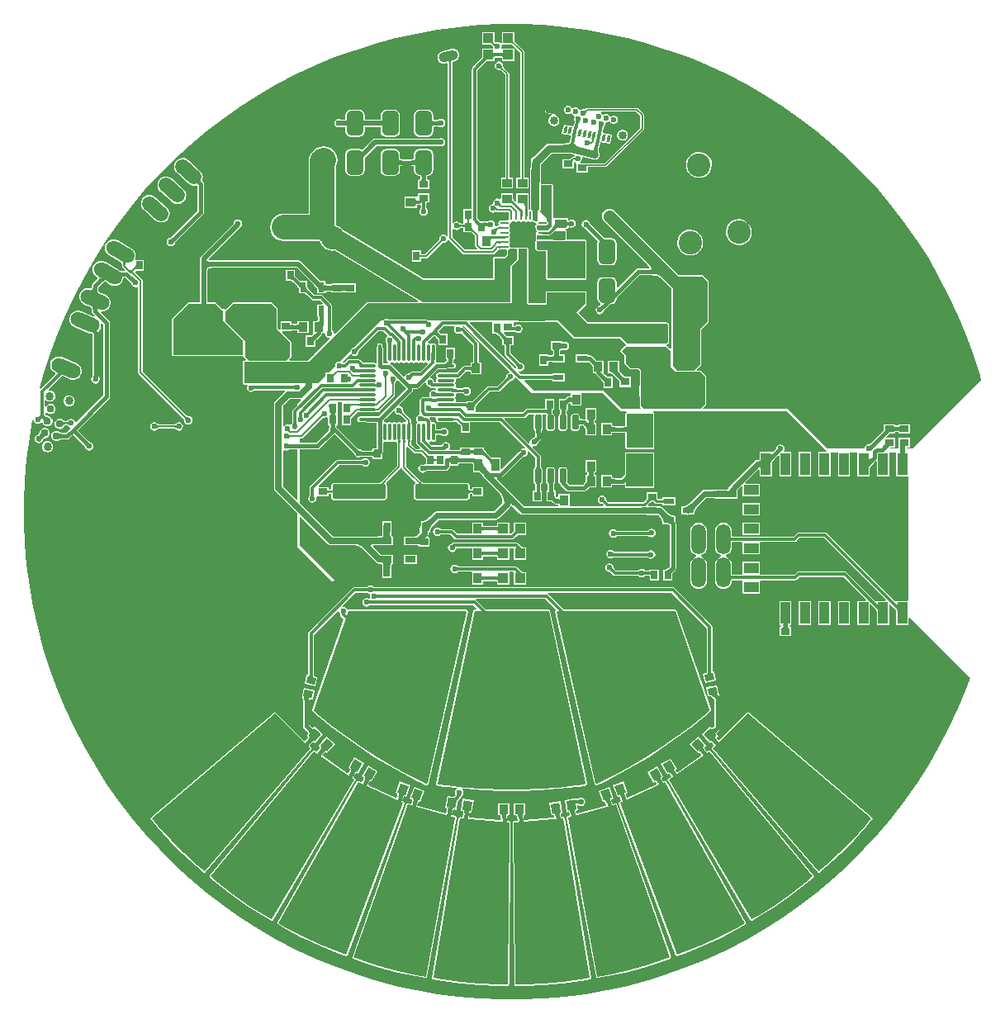
<source format=gtl>
G04 Layer_Physical_Order=1*
G04 Layer_Color=255*
%FSLAX25Y25*%
%MOIN*%
G70*
G01*
G75*
G04:AMPARAMS|DCode=10|XSize=98.42mil|YSize=66.93mil|CornerRadius=16.73mil|HoleSize=0mil|Usage=FLASHONLY|Rotation=270.000|XOffset=0mil|YOffset=0mil|HoleType=Round|Shape=RoundedRectangle|*
%AMROUNDEDRECTD10*
21,1,0.09842,0.03347,0,0,270.0*
21,1,0.06496,0.06693,0,0,270.0*
1,1,0.03346,-0.01673,-0.03248*
1,1,0.03346,-0.01673,0.03248*
1,1,0.03346,0.01673,0.03248*
1,1,0.03346,0.01673,-0.03248*
%
%ADD10ROUNDEDRECTD10*%
%ADD11R,0.02756X0.03543*%
G04:AMPARAMS|DCode=12|XSize=12.6mil|YSize=27.56mil|CornerRadius=0mil|HoleSize=0mil|Usage=FLASHONLY|Rotation=168.000|XOffset=0mil|YOffset=0mil|HoleType=Round|Shape=Rectangle|*
%AMROTATEDRECTD12*
4,1,4,0.00903,0.01217,0.00330,-0.01479,-0.00903,-0.01217,-0.00330,0.01479,0.00903,0.01217,0.0*
%
%ADD12ROTATEDRECTD12*%

%ADD13R,0.07874X0.01968*%
%ADD14R,0.04921X0.13189*%
%ADD15R,0.03543X0.02756*%
%ADD16R,0.10630X0.04528*%
G04:AMPARAMS|DCode=17|XSize=39.37mil|YSize=35.43mil|CornerRadius=0mil|HoleSize=0mil|Usage=FLASHONLY|Rotation=130.000|XOffset=0mil|YOffset=0mil|HoleType=Round|Shape=Rectangle|*
%AMROTATEDRECTD17*
4,1,4,0.02623,-0.00369,-0.00092,-0.02647,-0.02623,0.00369,0.00092,0.02647,0.02623,-0.00369,0.0*
%
%ADD17ROTATEDRECTD17*%

G04:AMPARAMS|DCode=18|XSize=39.37mil|YSize=35.43mil|CornerRadius=0mil|HoleSize=0mil|Usage=FLASHONLY|Rotation=120.000|XOffset=0mil|YOffset=0mil|HoleType=Round|Shape=Rectangle|*
%AMROTATEDRECTD18*
4,1,4,0.02519,-0.00819,-0.00550,-0.02591,-0.02519,0.00819,0.00550,0.02591,0.02519,-0.00819,0.0*
%
%ADD18ROTATEDRECTD18*%

G04:AMPARAMS|DCode=19|XSize=39.37mil|YSize=35.43mil|CornerRadius=0mil|HoleSize=0mil|Usage=FLASHONLY|Rotation=110.000|XOffset=0mil|YOffset=0mil|HoleType=Round|Shape=Rectangle|*
%AMROTATEDRECTD19*
4,1,4,0.02338,-0.01244,-0.00991,-0.02456,-0.02338,0.01244,0.00991,0.02456,0.02338,-0.01244,0.0*
%
%ADD19ROTATEDRECTD19*%

G04:AMPARAMS|DCode=20|XSize=39.37mil|YSize=35.43mil|CornerRadius=0mil|HoleSize=0mil|Usage=FLASHONLY|Rotation=100.000|XOffset=0mil|YOffset=0mil|HoleType=Round|Shape=Rectangle|*
%AMROTATEDRECTD20*
4,1,4,0.02087,-0.01631,-0.01403,-0.02246,-0.02087,0.01631,0.01403,0.02246,0.02087,-0.01631,0.0*
%
%ADD20ROTATEDRECTD20*%

%ADD21R,0.03543X0.03937*%
G04:AMPARAMS|DCode=22|XSize=39.37mil|YSize=35.43mil|CornerRadius=0mil|HoleSize=0mil|Usage=FLASHONLY|Rotation=80.000|XOffset=0mil|YOffset=0mil|HoleType=Round|Shape=Rectangle|*
%AMROTATEDRECTD22*
4,1,4,0.01403,-0.02246,-0.02087,-0.01631,-0.01403,0.02246,0.02087,0.01631,0.01403,-0.02246,0.0*
%
%ADD22ROTATEDRECTD22*%

G04:AMPARAMS|DCode=23|XSize=39.37mil|YSize=35.43mil|CornerRadius=0mil|HoleSize=0mil|Usage=FLASHONLY|Rotation=70.000|XOffset=0mil|YOffset=0mil|HoleType=Round|Shape=Rectangle|*
%AMROTATEDRECTD23*
4,1,4,0.00991,-0.02456,-0.02338,-0.01244,-0.00991,0.02456,0.02338,0.01244,0.00991,-0.02456,0.0*
%
%ADD23ROTATEDRECTD23*%

G04:AMPARAMS|DCode=24|XSize=39.37mil|YSize=35.43mil|CornerRadius=0mil|HoleSize=0mil|Usage=FLASHONLY|Rotation=60.000|XOffset=0mil|YOffset=0mil|HoleType=Round|Shape=Rectangle|*
%AMROTATEDRECTD24*
4,1,4,0.00550,-0.02591,-0.02519,-0.00819,-0.00550,0.02591,0.02519,0.00819,0.00550,-0.02591,0.0*
%
%ADD24ROTATEDRECTD24*%

G04:AMPARAMS|DCode=25|XSize=39.37mil|YSize=35.43mil|CornerRadius=0mil|HoleSize=0mil|Usage=FLASHONLY|Rotation=50.000|XOffset=0mil|YOffset=0mil|HoleType=Round|Shape=Rectangle|*
%AMROTATEDRECTD25*
4,1,4,0.00092,-0.02647,-0.02623,-0.00369,-0.00092,0.02647,0.02623,0.00369,0.00092,-0.02647,0.0*
%
%ADD25ROTATEDRECTD25*%

G04:AMPARAMS|DCode=26|XSize=35.43mil|YSize=27.56mil|CornerRadius=0mil|HoleSize=0mil|Usage=FLASHONLY|Rotation=192.000|XOffset=0mil|YOffset=0mil|HoleType=Round|Shape=Rectangle|*
%AMROTATEDRECTD26*
4,1,4,0.01446,0.01716,0.02019,-0.00979,-0.01446,-0.01716,-0.02019,0.00979,0.01446,0.01716,0.0*
%
%ADD26ROTATEDRECTD26*%

G04:AMPARAMS|DCode=27|XSize=35.43mil|YSize=27.56mil|CornerRadius=0mil|HoleSize=0mil|Usage=FLASHONLY|Rotation=168.000|XOffset=0mil|YOffset=0mil|HoleType=Round|Shape=Rectangle|*
%AMROTATEDRECTD27*
4,1,4,0.02019,0.00979,0.01446,-0.01716,-0.02019,-0.00979,-0.01446,0.01716,0.02019,0.00979,0.0*
%
%ADD27ROTATEDRECTD27*%

%ADD28R,0.03347X0.05118*%
%ADD29R,0.03937X0.03543*%
%ADD30R,0.05118X0.03347*%
%ADD31R,0.03740X0.06693*%
%ADD32R,0.06693X0.03740*%
G04:AMPARAMS|DCode=33|XSize=98.42mil|YSize=66.93mil|CornerRadius=16.73mil|HoleSize=0mil|Usage=FLASHONLY|Rotation=180.000|XOffset=0mil|YOffset=0mil|HoleType=Round|Shape=RoundedRectangle|*
%AMROUNDEDRECTD33*
21,1,0.09842,0.03347,0,0,180.0*
21,1,0.06496,0.06693,0,0,180.0*
1,1,0.03346,-0.03248,0.01673*
1,1,0.03346,0.03248,0.01673*
1,1,0.03346,0.03248,-0.01673*
1,1,0.03346,-0.03248,-0.01673*
%
%ADD33ROUNDEDRECTD33*%
%ADD34R,0.03937X0.03937*%
%ADD35R,0.03937X0.03937*%
%ADD36R,0.03937X0.03937*%
%ADD37R,0.03937X0.02362*%
%ADD38R,0.03937X0.03937*%
%ADD39R,0.02362X0.03937*%
%ADD40R,0.03543X0.03150*%
G04:AMPARAMS|DCode=41|XSize=78.74mil|YSize=39.37mil|CornerRadius=0mil|HoleSize=0mil|Usage=FLASHONLY|Rotation=12.000|XOffset=0mil|YOffset=0mil|HoleType=Round|Shape=Round|*
%AMOVALD41*
21,1,0.03937,0.03937,0.00000,0.00000,12.0*
1,1,0.03937,-0.01925,-0.00409*
1,1,0.03937,0.01925,0.00409*
%
%ADD41OVALD41*%

%ADD42R,0.04331X0.02559*%
G04:AMPARAMS|DCode=43|XSize=23.62mil|YSize=57.09mil|CornerRadius=2.01mil|HoleSize=0mil|Usage=FLASHONLY|Rotation=180.000|XOffset=0mil|YOffset=0mil|HoleType=Round|Shape=RoundedRectangle|*
%AMROUNDEDRECTD43*
21,1,0.02362,0.05307,0,0,180.0*
21,1,0.01961,0.05709,0,0,180.0*
1,1,0.00402,-0.00980,0.02653*
1,1,0.00402,0.00980,0.02653*
1,1,0.00402,0.00980,-0.02653*
1,1,0.00402,-0.00980,-0.02653*
%
%ADD43ROUNDEDRECTD43*%
%ADD44O,0.07087X0.01181*%
%ADD45O,0.01181X0.07087*%
%ADD46C,0.03100*%
G04:AMPARAMS|DCode=47|XSize=216.54mil|YSize=59.05mil|CornerRadius=7.38mil|HoleSize=0mil|Usage=FLASHONLY|Rotation=180.000|XOffset=0mil|YOffset=0mil|HoleType=Round|Shape=RoundedRectangle|*
%AMROUNDEDRECTD47*
21,1,0.21654,0.04429,0,0,180.0*
21,1,0.20177,0.05905,0,0,180.0*
1,1,0.01476,-0.10089,0.02215*
1,1,0.01476,0.10089,0.02215*
1,1,0.01476,0.10089,-0.02215*
1,1,0.01476,-0.10089,-0.02215*
%
%ADD47ROUNDEDRECTD47*%
%ADD48O,0.00984X0.03740*%
%ADD49O,0.03740X0.00984*%
%ADD50R,0.09646X0.09646*%
%ADD51R,0.03937X0.08858*%
%ADD52R,0.05905X0.03937*%
%ADD53R,0.04331X0.02362*%
%ADD54C,0.01200*%
%ADD55C,0.01181*%
%ADD56C,0.01500*%
%ADD57C,0.00800*%
%ADD58C,0.01968*%
%ADD59C,0.02500*%
%ADD60C,0.01575*%
%ADD61C,0.00600*%
%ADD62C,0.00787*%
%ADD63C,0.02362*%
%ADD64C,0.03000*%
%ADD65C,0.01000*%
%ADD66C,0.01800*%
%ADD67C,0.00606*%
%ADD68C,0.05000*%
%ADD69C,0.10000*%
G04:AMPARAMS|DCode=70|XSize=70.87mil|YSize=35.43mil|CornerRadius=0mil|HoleSize=0mil|Usage=FLASHONLY|Rotation=258.000|XOffset=0mil|YOffset=0mil|HoleType=Round|Shape=Round|*
%AMOVALD70*
21,1,0.03543,0.03543,0.00000,0.00000,258.0*
1,1,0.03543,0.00368,0.01733*
1,1,0.03543,-0.00368,-0.01733*
%
%ADD70OVALD70*%

%ADD71C,0.02362*%
G04:AMPARAMS|DCode=72|XSize=62.99mil|YSize=31.5mil|CornerRadius=0mil|HoleSize=0mil|Usage=FLASHONLY|Rotation=348.000|XOffset=0mil|YOffset=0mil|HoleType=Round|Shape=Round|*
%AMOVALD72*
21,1,0.03150,0.03150,0.00000,0.00000,348.0*
1,1,0.03150,-0.01540,0.00327*
1,1,0.03150,0.01540,-0.00327*
%
%ADD72OVALD72*%

%ADD73C,0.03347*%
G04:AMPARAMS|DCode=74|XSize=59.05mil|YSize=122.05mil|CornerRadius=0mil|HoleSize=0mil|Usage=FLASHONLY|Rotation=240.000|XOffset=0mil|YOffset=0mil|HoleType=Round|Shape=Round|*
%AMOVALD74*
21,1,0.06299,0.05905,0.00000,0.00000,330.0*
1,1,0.05905,-0.02728,0.01575*
1,1,0.05905,0.02728,-0.01575*
%
%ADD74OVALD74*%

%ADD75C,0.03400*%
G04:AMPARAMS|DCode=76|XSize=59.05mil|YSize=122.05mil|CornerRadius=0mil|HoleSize=0mil|Usage=FLASHONLY|Rotation=247.000|XOffset=0mil|YOffset=0mil|HoleType=Round|Shape=Round|*
%AMOVALD76*
21,1,0.06299,0.05905,0.00000,0.00000,337.0*
1,1,0.05905,-0.02899,0.01231*
1,1,0.05905,0.02899,-0.01231*
%
%ADD76OVALD76*%

G04:AMPARAMS|DCode=77|XSize=59.05mil|YSize=122.05mil|CornerRadius=0mil|HoleSize=0mil|Usage=FLASHONLY|Rotation=228.000|XOffset=0mil|YOffset=0mil|HoleType=Round|Shape=Round|*
%AMOVALD77*
21,1,0.06299,0.05905,0.00000,0.00000,318.0*
1,1,0.05905,-0.02341,0.02108*
1,1,0.05905,0.02341,-0.02108*
%
%ADD77OVALD77*%

%ADD78O,0.05905X0.12205*%
%ADD79C,0.09449*%
%ADD80C,0.03000*%
G36*
X8739Y39314D02*
X9002Y38888D01*
X8984Y38799D01*
Y33492D01*
X9033Y33249D01*
X9028Y33221D01*
X9115Y33101D01*
X9172Y32965D01*
X9227Y32942D01*
X9229Y32936D01*
X9255Y32908D01*
X9261Y32898D01*
X9282Y32845D01*
X9309Y32752D01*
X9333Y32635D01*
X9385Y32029D01*
X9388Y31780D01*
X9405Y31742D01*
Y30407D01*
X9277Y30280D01*
X9238Y30264D01*
X9061Y30091D01*
X8926Y29968D01*
X8831Y29890D01*
X8818Y29881D01*
X8818Y29880D01*
X8817Y29880D01*
X8815Y29878D01*
X8812Y29877D01*
X8344Y29784D01*
X7788Y29412D01*
X7416Y28856D01*
X7286Y28200D01*
X7337Y27942D01*
X6876Y27696D01*
X-2897Y37470D01*
X-2706Y37931D01*
X4943D01*
X4943Y37931D01*
X5369Y38016D01*
X5730Y38257D01*
X6861Y39388D01*
X8648D01*
X8739Y39314D01*
D02*
G37*
G36*
X-74034Y38090D02*
Y35463D01*
X-74037Y35455D01*
X-74034Y35446D01*
Y34928D01*
X-73777D01*
X-73658Y34793D01*
X-73534Y34515D01*
X-73529Y34430D01*
X-73731Y34128D01*
X-73831Y33626D01*
Y32968D01*
X-78986Y27813D01*
X-85500D01*
Y29682D01*
X-84937D01*
X-84586Y29752D01*
X-84288Y29951D01*
X-76341Y37898D01*
X-76323Y37901D01*
X-76294Y37942D01*
X-76248Y37959D01*
X-76183Y38019D01*
X-76137Y38054D01*
X-76094Y38080D01*
X-76053Y38100D01*
X-76013Y38114D01*
X-75973Y38124D01*
X-75929Y38130D01*
X-75881Y38131D01*
X-75826Y38127D01*
X-75741Y38112D01*
X-75643Y38134D01*
X-75400Y38086D01*
X-74744Y38216D01*
X-74534Y38357D01*
X-74034Y38090D01*
D02*
G37*
G36*
X-84550Y38861D02*
X-84531Y38633D01*
X-84515Y38531D01*
X-84494Y38438D01*
X-84468Y38353D01*
X-84437Y38277D01*
X-84402Y38210D01*
X-84361Y38151D01*
X-84316Y38100D01*
X-85970D01*
X-85925Y38151D01*
X-85885Y38210D01*
X-85850Y38277D01*
X-85819Y38353D01*
X-85793Y38438D01*
X-85772Y38531D01*
X-85755Y38633D01*
X-85743Y38743D01*
X-85734Y38988D01*
X-84553D01*
X-84550Y38861D01*
D02*
G37*
G36*
X-23227Y37891D02*
X-23167Y37866D01*
X-23095Y37844D01*
X-23012Y37825D01*
X-22917Y37810D01*
X-22694Y37786D01*
X-22425Y37775D01*
X-22274Y37773D01*
Y36973D01*
X-22425Y36972D01*
X-22917Y36937D01*
X-23012Y36921D01*
X-23095Y36902D01*
X-23167Y36880D01*
X-23227Y36856D01*
X-23277Y36828D01*
Y37918D01*
X-23227Y37891D01*
D02*
G37*
G36*
X-47181Y40836D02*
X-47084Y40344D01*
X-46712Y39788D01*
X-46156Y39416D01*
X-45535Y39293D01*
X-45501Y39278D01*
X-45403Y39276D01*
X-45329Y39268D01*
X-45261Y39257D01*
X-45198Y39241D01*
X-45139Y39220D01*
X-45084Y39196D01*
X-45031Y39167D01*
X-44979Y39133D01*
X-44929Y39093D01*
X-44864Y39033D01*
X-44812Y39014D01*
X-42638Y36840D01*
X-42636Y36621D01*
X-42727Y36511D01*
X-43091Y36261D01*
X-43384Y36320D01*
X-43810Y36235D01*
X-44028Y36089D01*
X-44567Y35994D01*
X-44927Y36235D01*
X-45353Y36320D01*
X-45778Y36235D01*
X-45997Y36089D01*
X-46337Y36029D01*
X-46677Y36089D01*
X-46896Y36235D01*
X-47321Y36320D01*
X-47747Y36235D01*
X-47965Y36089D01*
X-48305Y36029D01*
X-48645Y36089D01*
X-48864Y36235D01*
X-49290Y36320D01*
X-49715Y36235D01*
X-50076Y35994D01*
X-50614Y36089D01*
X-50833Y36235D01*
X-51258Y36320D01*
X-51312Y36309D01*
X-51588Y36560D01*
X-51677Y36746D01*
X-51613Y36883D01*
X-51497Y37088D01*
X-51362Y37286D01*
X-51208Y37479D01*
X-51020Y37681D01*
X-51006Y37718D01*
X-47675Y41049D01*
X-47181Y40836D01*
D02*
G37*
G36*
X-188901Y40051D02*
X-188876Y39825D01*
X-188834Y39606D01*
X-188776Y39394D01*
X-188701Y39189D01*
X-188609Y38991D01*
X-188500Y38800D01*
X-188410Y38667D01*
X-188370Y38639D01*
X-188223Y38550D01*
X-188070Y38472D01*
X-187911Y38405D01*
X-187748Y38350D01*
X-187579Y38307D01*
X-187405Y38275D01*
X-187226Y38255D01*
X-188896Y36584D01*
X-188917Y36763D01*
X-188949Y36937D01*
X-188992Y37106D01*
X-189047Y37269D01*
X-189114Y37428D01*
X-189171Y37540D01*
X-189333Y37589D01*
X-189500Y37605D01*
X-189667Y37589D01*
X-189834Y37539D01*
X-189860Y37526D01*
X-189879Y37481D01*
X-189902Y37408D01*
X-189915Y37337D01*
X-189919Y37270D01*
X-190062Y37413D01*
X-190168Y37338D01*
X-190335Y37188D01*
X-190926Y38268D01*
X-190921Y38272D01*
X-191088Y38439D01*
X-191021Y38443D01*
X-190951Y38457D01*
X-190878Y38479D01*
X-190802Y38511D01*
X-190724Y38553D01*
X-190643Y38604D01*
X-190624Y38618D01*
X-190500Y38800D01*
X-190391Y38991D01*
X-190299Y39189D01*
X-190224Y39394D01*
X-190166Y39606D01*
X-190124Y39825D01*
X-190099Y40051D01*
X-190091Y40284D01*
X-188909D01*
X-188901Y40051D01*
D02*
G37*
G36*
X-35756Y38170D02*
X-35704Y38121D01*
X-35644Y38078D01*
X-35573Y38041D01*
X-35493Y38009D01*
X-35404Y37984D01*
X-35306Y37964D01*
X-35198Y37949D01*
X-35080Y37941D01*
X-34953Y37938D01*
X-34921Y36757D01*
X-35109Y36755D01*
X-35710Y36718D01*
X-35822Y36701D01*
X-35920Y36681D01*
X-36003Y36658D01*
X-36070Y36632D01*
X-36123Y36603D01*
X-35798Y38224D01*
X-35756Y38170D01*
D02*
G37*
G36*
X22191Y41642D02*
X22093Y41595D01*
X22006Y41516D01*
X21931Y41406D01*
X21867Y41264D01*
X21815Y41091D01*
X21775Y40886D01*
X21746Y40650D01*
X21730Y40407D01*
X21804Y38944D01*
X19555D01*
X19667Y39004D01*
X19768Y39088D01*
X19857Y39194D01*
X19934Y39323D01*
X19999Y39475D01*
X20053Y39650D01*
X20094Y39848D01*
X20124Y40069D01*
X20142Y40312D01*
X20143Y40348D01*
X20142Y40382D01*
X20096Y40886D01*
X20055Y41091D01*
X20003Y41264D01*
X19939Y41406D01*
X19864Y41516D01*
X19778Y41595D01*
X19679Y41642D01*
X19569Y41658D01*
X22301D01*
X22191Y41642D01*
D02*
G37*
G36*
X-81130Y39935D02*
X-81218Y39844D01*
X-81366Y39669D01*
X-81426Y39585D01*
X-81477Y39504D01*
X-81518Y39426D01*
X-81551Y39351D01*
X-81573Y39278D01*
X-81587Y39208D01*
X-81591Y39140D01*
X-82760Y40309D01*
X-82692Y40313D01*
X-82622Y40327D01*
X-82549Y40350D01*
X-82474Y40382D01*
X-82396Y40423D01*
X-82315Y40474D01*
X-82231Y40534D01*
X-82145Y40603D01*
X-81965Y40770D01*
X-81130Y39935D01*
D02*
G37*
G36*
X-44316Y40871D02*
X-44305Y40757D01*
X-44287Y40648D01*
X-44260Y40543D01*
X-44225Y40441D01*
X-44182Y40344D01*
X-44131Y40251D01*
X-44072Y40162D01*
X-44005Y40077D01*
X-43930Y39996D01*
X-44496Y39430D01*
X-44577Y39505D01*
X-44662Y39572D01*
X-44751Y39631D01*
X-44844Y39682D01*
X-44941Y39725D01*
X-45043Y39760D01*
X-45148Y39786D01*
X-45257Y39805D01*
X-45371Y39816D01*
X-45488Y39819D01*
X-44319Y40988D01*
X-44316Y40871D01*
D02*
G37*
G36*
X-64713Y38566D02*
X-64855Y38418D01*
X-65083Y38146D01*
X-65168Y38021D01*
X-65236Y37905D01*
X-65284Y37795D01*
X-65314Y37694D01*
X-65324Y37600D01*
X-65317Y37513D01*
X-65290Y37435D01*
X-66016Y38948D01*
X-65972Y38886D01*
X-65913Y38851D01*
X-65839Y38842D01*
X-65749Y38860D01*
X-65643Y38905D01*
X-65522Y38976D01*
X-65386Y39074D01*
X-65234Y39198D01*
X-64885Y39525D01*
X-64713Y38566D01*
D02*
G37*
G36*
X-75650Y38646D02*
X-75760Y38664D01*
X-75866Y38673D01*
X-75970Y38670D01*
X-76071Y38657D01*
X-76169Y38634D01*
X-76264Y38600D01*
X-76356Y38555D01*
X-76445Y38500D01*
X-76531Y38434D01*
X-76614Y38357D01*
X-77055Y39048D01*
X-76982Y39125D01*
X-76914Y39208D01*
X-76851Y39295D01*
X-76794Y39386D01*
X-76742Y39482D01*
X-76695Y39582D01*
X-76653Y39686D01*
X-76617Y39795D01*
X-76585Y39909D01*
X-76559Y40027D01*
X-75650Y38646D01*
D02*
G37*
G36*
X15234Y41670D02*
X16581D01*
X16473Y41658D01*
X16377Y41623D01*
X16292Y41565D01*
X16218Y41483D01*
X16156Y41377D01*
X16105Y41249D01*
X16065Y41097D01*
X16037Y40921D01*
X16020Y40722D01*
X16014Y40500D01*
X15804Y40185D01*
X16014D01*
X16020Y39955D01*
X16037Y39751D01*
X16067Y39570D01*
X16108Y39415D01*
X16161Y39283D01*
X16227Y39176D01*
X16303Y39093D01*
X16392Y39035D01*
X16492Y39001D01*
X16604Y38992D01*
X14983Y38954D01*
X14833Y38728D01*
X14821Y38950D01*
X14555Y38944D01*
X14607Y38977D01*
X14655Y39030D01*
X14696Y39104D01*
X14733Y39198D01*
X14750Y39261D01*
X14727Y39331D01*
X14644Y39484D01*
X14537Y39614D01*
X14408Y39720D01*
X14254Y39803D01*
X14077Y39862D01*
X13876Y39898D01*
X13652Y39909D01*
Y41091D01*
X13876Y41102D01*
X14077Y41138D01*
X14254Y41197D01*
X14408Y41280D01*
X14537Y41386D01*
X14622Y41489D01*
X14555Y41565D01*
X14470Y41623D01*
X14373Y41658D01*
X14266Y41670D01*
X14727D01*
X14786Y41846D01*
X14821Y42047D01*
X14833Y42272D01*
X15234Y41670D01*
D02*
G37*
G36*
X-71346Y40240D02*
X-70790D01*
X-70896Y40225D01*
X-70992Y40180D01*
X-71076Y40105D01*
X-71148Y40000D01*
X-71210Y39865D01*
X-71260Y39700D01*
X-71281Y39600D01*
X-71260Y39500D01*
X-71210Y39335D01*
X-71148Y39200D01*
X-71076Y39095D01*
X-70992Y39020D01*
X-70896Y38975D01*
X-70790Y38960D01*
X-71346D01*
X-71350Y38740D01*
X-72850D01*
X-72855Y38960D01*
X-73522D01*
X-73394Y38975D01*
X-73280Y39020D01*
X-73179Y39095D01*
X-73092Y39200D01*
X-73018Y39335D01*
X-72957Y39500D01*
X-72933Y39600D01*
X-72957Y39700D01*
X-73018Y39865D01*
X-73092Y40000D01*
X-73179Y40105D01*
X-73280Y40180D01*
X-73394Y40225D01*
X-73522Y40240D01*
X-72855D01*
X-72850Y40460D01*
X-71350D01*
X-71346Y40240D01*
D02*
G37*
G36*
X-51618Y37833D02*
X-51798Y37608D01*
X-51957Y37374D01*
X-52095Y37131D01*
X-52212Y36880D01*
X-52307Y36619D01*
X-52381Y36350D01*
X-52434Y36072D01*
X-52466Y35785D01*
X-52477Y35489D01*
X-53227Y37300D01*
X-51416Y38050D01*
X-51618Y37833D01*
D02*
G37*
G36*
X-30983Y33324D02*
X-30948Y33224D01*
X-30888Y33135D01*
X-30804Y33058D01*
X-30697Y32993D01*
X-30566Y32940D01*
X-30411Y32899D01*
X-30232Y32869D01*
X-30029Y32852D01*
X-29802Y32846D01*
Y31665D01*
X-30029Y31659D01*
X-30232Y31641D01*
X-30411Y31611D01*
X-30566Y31570D01*
X-30697Y31517D01*
X-30804Y31452D01*
X-30888Y31375D01*
X-30948Y31287D01*
X-30983Y31186D01*
X-30995Y31074D01*
Y33436D01*
X-30983Y33324D01*
D02*
G37*
G36*
X-28099Y31428D02*
X-28149Y31473D01*
X-28208Y31513D01*
X-28276Y31549D01*
X-28352Y31580D01*
X-28436Y31605D01*
X-28529Y31627D01*
X-28631Y31643D01*
X-28741Y31655D01*
X-28987Y31665D01*
Y32846D01*
X-28860Y32848D01*
X-28631Y32867D01*
X-28529Y32883D01*
X-28436Y32905D01*
X-28352Y32931D01*
X-28276Y32961D01*
X-28208Y32997D01*
X-28149Y33037D01*
X-28099Y33082D01*
Y31428D01*
D02*
G37*
G36*
X11733Y33304D02*
X11669Y33236D01*
X11613Y33142D01*
X11564Y33024D01*
X11523Y32880D01*
X11489Y32712D01*
X11463Y32518D01*
X11433Y32056D01*
X11429Y31788D01*
X9929D01*
X9926Y32056D01*
X9869Y32712D01*
X9836Y32880D01*
X9794Y33024D01*
X9746Y33142D01*
X9689Y33236D01*
X9626Y33304D01*
X9555Y33348D01*
X11804D01*
X11733Y33304D01*
D02*
G37*
G36*
X-30516Y37911D02*
X-30449Y37730D01*
X-30520Y37373D01*
X-30435Y36948D01*
X-30194Y36587D01*
X-29833Y36346D01*
X-29408Y36261D01*
X-23502D01*
X-23308Y36300D01*
X-23277Y36287D01*
X-23188Y36324D01*
X-23077Y36346D01*
X-23072Y36349D01*
X-23026Y36355D01*
X-23023Y36355D01*
X-23022Y36355D01*
X-23012Y36356D01*
X-22992Y36367D01*
X-22986Y36370D01*
X-22957Y36379D01*
X-22907Y36390D01*
X-22853Y36399D01*
X-22404Y36431D01*
X-22269Y36432D01*
X-22213Y36456D01*
X-22109D01*
X-21038Y35384D01*
X-21032Y35357D01*
X-20994Y35333D01*
X-20977Y35291D01*
X-20844Y35152D01*
X-20738Y35031D01*
X-20653Y34925D01*
X-20590Y34833D01*
X-20548Y34760D01*
X-20534Y34728D01*
Y32028D01*
X-16778D01*
Y36150D01*
X-4723D01*
X5404Y26024D01*
X5158Y25563D01*
X4900Y25614D01*
X4244Y25484D01*
X3688Y25112D01*
X3467Y24782D01*
X3082Y24397D01*
X2997Y24329D01*
X2973Y24288D01*
X-4018Y17296D01*
X-4480Y17488D01*
Y22059D01*
X-8069D01*
X-8779Y22726D01*
X-8824Y22743D01*
X-10081Y24000D01*
X-10099Y24046D01*
X-10328Y24282D01*
X-10709Y24714D01*
X-10852Y24900D01*
X-10972Y25074D01*
X-11064Y25229D01*
X-11131Y25363D01*
X-11172Y25472D01*
X-11192Y25555D01*
X-11201Y25657D01*
X-11228Y25709D01*
Y26122D01*
X-11670D01*
X-11740Y26151D01*
X-11764Y26142D01*
X-11788Y26149D01*
X-11840Y26122D01*
X-15772D01*
Y26122D01*
X-16228D01*
Y26122D01*
X-20772D01*
Y25228D01*
X-20786Y25203D01*
X-20787Y25188D01*
X-20791Y25186D01*
X-20851Y25161D01*
X-20948Y25136D01*
X-21080Y25114D01*
X-21245Y25099D01*
X-21455Y25094D01*
X-21499Y25074D01*
X-24829D01*
X-25097Y25574D01*
X-24916Y25844D01*
X-24786Y26500D01*
X-24916Y27156D01*
X-25288Y27712D01*
X-25844Y28084D01*
X-26500Y28214D01*
X-27156Y28084D01*
X-27712Y27712D01*
X-28084Y27156D01*
X-28136Y26891D01*
X-28280Y26877D01*
X-28389Y26875D01*
X-28434Y26855D01*
X-28456D01*
X-28495Y26862D01*
X-28505Y26855D01*
X-32120D01*
X-32348Y27083D01*
X-32709Y27324D01*
X-32732Y27329D01*
X-33160Y27757D01*
X-33143Y27952D01*
X-33029Y28333D01*
X-32897Y28421D01*
X-32359Y28516D01*
X-31999Y28275D01*
X-31573Y28190D01*
X-31148Y28275D01*
X-30787Y28516D01*
X-30546Y28877D01*
X-30461Y29302D01*
Y31009D01*
X-30457Y31017D01*
X-30456Y31030D01*
X-30454Y31032D01*
X-30394Y31056D01*
X-30297Y31082D01*
X-30164Y31104D01*
X-29998Y31118D01*
X-29788Y31124D01*
X-29744Y31143D01*
X-29050D01*
X-29007Y31124D01*
X-28780Y31115D01*
X-28703Y31107D01*
X-28633Y31095D01*
X-28576Y31082D01*
X-28533Y31069D01*
X-28503Y31057D01*
X-28487Y31049D01*
X-28482Y31045D01*
X-28458Y31024D01*
X-28416Y31009D01*
X-27911Y30672D01*
X-27255Y30541D01*
X-26599Y30672D01*
X-26043Y31043D01*
X-25671Y31599D01*
X-25541Y32255D01*
X-25671Y32911D01*
X-26043Y33467D01*
X-26599Y33839D01*
X-27255Y33969D01*
X-27911Y33839D01*
X-28416Y33501D01*
X-28458Y33487D01*
X-28482Y33465D01*
X-28487Y33462D01*
X-28503Y33453D01*
X-28533Y33441D01*
X-28576Y33428D01*
X-28633Y33415D01*
X-28697Y33404D01*
X-28887Y33389D01*
X-28997Y33387D01*
X-29042Y33367D01*
X-29744D01*
X-29788Y33387D01*
X-29998Y33392D01*
X-30164Y33407D01*
X-30297Y33428D01*
X-30394Y33454D01*
X-30454Y33479D01*
X-30456Y33480D01*
X-30457Y33493D01*
X-30461Y33501D01*
Y35208D01*
X-30546Y35633D01*
X-30787Y35994D01*
X-31148Y36235D01*
X-31573Y36320D01*
X-31930Y36249D01*
X-32116Y36318D01*
X-32430Y36542D01*
X-32514Y36967D01*
X-32756Y37328D01*
X-33157Y37730D01*
X-32950Y38230D01*
X-30749D01*
X-30516Y37911D01*
D02*
G37*
G36*
X-40898Y29028D02*
X-40923Y28967D01*
X-40945Y28895D01*
X-40964Y28812D01*
X-40979Y28717D01*
X-41003Y28494D01*
X-41014Y28225D01*
X-41016Y28074D01*
X-41816D01*
X-41817Y28225D01*
X-41852Y28717D01*
X-41868Y28812D01*
X-41887Y28895D01*
X-41908Y28967D01*
X-41933Y29028D01*
X-41961Y29077D01*
X-40871D01*
X-40898Y29028D01*
D02*
G37*
G36*
X10677Y28816D02*
X10582Y28721D01*
X10225Y28311D01*
X10200Y28270D01*
X10186Y28237D01*
X10181Y28212D01*
X9012Y29381D01*
X9037Y29386D01*
X9070Y29401D01*
X9111Y29425D01*
X9160Y29460D01*
X9281Y29559D01*
X9433Y29698D01*
X9616Y29877D01*
X10677Y28816D01*
D02*
G37*
G36*
X-89972Y31346D02*
X-89884Y31273D01*
X-89793Y31209D01*
X-89700Y31154D01*
X-89603Y31107D01*
X-89504Y31068D01*
X-89402Y31038D01*
X-89298Y31017D01*
X-89190Y31004D01*
X-89080Y31000D01*
Y30200D01*
X-89190Y30196D01*
X-89298Y30183D01*
X-89402Y30162D01*
X-89504Y30132D01*
X-89603Y30093D01*
X-89700Y30046D01*
X-89793Y29991D01*
X-89884Y29927D01*
X-89972Y29854D01*
X-90057Y29773D01*
Y31427D01*
X-89972Y31346D01*
D02*
G37*
G36*
X-20233Y36448D02*
X-19914Y36174D01*
X-19778Y36076D01*
X-19657Y36005D01*
X-19551Y35961D01*
X-19461Y35943D01*
X-19387Y35951D01*
X-19328Y35986D01*
X-19284Y36048D01*
X-20010Y34535D01*
X-19983Y34613D01*
X-19975Y34700D01*
X-19986Y34794D01*
X-20016Y34895D01*
X-20064Y35005D01*
X-20132Y35122D01*
X-20217Y35246D01*
X-20322Y35379D01*
X-20445Y35518D01*
X-20587Y35666D01*
X-20415Y36625D01*
X-20233Y36448D01*
D02*
G37*
G36*
X-85150Y45401D02*
X-84985Y45015D01*
X-86500Y43500D01*
Y43073D01*
X-88301Y41271D01*
X-88542Y40911D01*
X-88627Y40485D01*
X-88627Y40485D01*
Y35769D01*
X-88712Y35712D01*
X-89084Y35156D01*
X-89589Y35180D01*
X-89744Y35284D01*
X-90400Y35414D01*
X-91056Y35284D01*
X-91612Y34912D01*
X-91816Y34607D01*
X-92316Y34759D01*
Y42554D01*
X-89385Y45485D01*
X-85223D01*
X-85150Y45401D01*
D02*
G37*
G36*
X-41014Y36285D02*
X-40979Y35793D01*
X-40964Y35698D01*
X-40945Y35615D01*
X-40923Y35543D01*
X-40898Y35483D01*
X-40871Y35434D01*
X-41961D01*
X-41933Y35483D01*
X-41908Y35543D01*
X-41887Y35615D01*
X-41868Y35698D01*
X-41852Y35793D01*
X-41829Y36016D01*
X-41817Y36285D01*
X-41816Y36436D01*
X-41016D01*
X-41014Y36285D01*
D02*
G37*
G36*
X-70790Y35440D02*
X-70896Y35426D01*
X-70992Y35385D01*
X-71076Y35315D01*
X-71148Y35217D01*
X-71210Y35091D01*
X-71260Y34938D01*
X-71300Y34756D01*
X-71328Y34547D01*
X-71344Y34309D01*
X-71350Y34044D01*
X-72850D01*
X-72856Y34311D01*
X-72876Y34550D01*
X-72908Y34761D01*
X-72953Y34944D01*
X-73012Y35099D01*
X-73083Y35226D01*
X-73167Y35324D01*
X-73264Y35395D01*
X-73374Y35438D01*
X-73496Y35452D01*
X-70790Y35440D01*
D02*
G37*
G36*
X40092Y34843D02*
X40140Y34709D01*
X40219Y34591D01*
X40330Y34488D01*
X40473Y34402D01*
X40648Y34331D01*
X40854Y34276D01*
X41092Y34236D01*
X41362Y34213D01*
X41663Y34205D01*
Y32630D01*
X41362Y32622D01*
X41092Y32599D01*
X40854Y32559D01*
X40648Y32504D01*
X40473Y32433D01*
X40330Y32346D01*
X40219Y32244D01*
X40140Y32126D01*
X40092Y31992D01*
X40077Y31843D01*
Y34992D01*
X40092Y34843D01*
D02*
G37*
G36*
X154275Y34761D02*
X154320Y34656D01*
X154395Y34564D01*
X154500Y34484D01*
X154635Y34416D01*
X154800Y34360D01*
X154995Y34317D01*
X155220Y34286D01*
X155475Y34268D01*
X155500Y34267D01*
X155525Y34268D01*
X156005Y34317D01*
X156200Y34360D01*
X156365Y34416D01*
X156500Y34484D01*
X156605Y34564D01*
X156680Y34656D01*
X156725Y34761D01*
X156740Y34878D01*
Y32146D01*
X156725Y32263D01*
X156680Y32368D01*
X156605Y32460D01*
X156500Y32540D01*
X156365Y32608D01*
X156200Y32663D01*
X156005Y32706D01*
X155780Y32737D01*
X155525Y32756D01*
X155500Y32756D01*
X155475Y32756D01*
X154995Y32706D01*
X154800Y32663D01*
X154635Y32608D01*
X154500Y32540D01*
X154395Y32460D01*
X154320Y32368D01*
X154275Y32263D01*
X154260Y32146D01*
Y34878D01*
X154275Y34761D01*
D02*
G37*
G36*
X153255Y32146D02*
X153121Y32213D01*
X152969Y32242D01*
X152800Y32232D01*
X152614Y32184D01*
X152411Y32097D01*
X152190Y31971D01*
X151952Y31808D01*
X151697Y31605D01*
X151424Y31365D01*
X151134Y31085D01*
X149680Y31752D01*
X149994Y32078D01*
X150485Y32653D01*
X150660Y32903D01*
X150790Y33127D01*
X150873Y33327D01*
X150909Y33501D01*
X150899Y33650D01*
X150843Y33775D01*
X150740Y33874D01*
X153255Y32146D01*
D02*
G37*
G36*
X-50254Y55072D02*
X-50327Y54984D01*
X-50391Y54893D01*
X-50446Y54799D01*
X-50493Y54703D01*
X-50532Y54604D01*
X-50562Y54502D01*
X-50583Y54398D01*
X-50596Y54290D01*
X-50600Y54180D01*
X-51400D01*
X-51404Y54290D01*
X-51417Y54398D01*
X-51438Y54502D01*
X-51468Y54604D01*
X-51507Y54703D01*
X-51554Y54799D01*
X-51609Y54893D01*
X-51673Y54984D01*
X-51746Y55072D01*
X-51827Y55156D01*
X-50173D01*
X-50254Y55072D01*
D02*
G37*
G36*
X-39858Y55025D02*
X-39946Y54933D01*
X-40095Y54758D01*
X-40155Y54675D01*
X-40205Y54594D01*
X-40247Y54516D01*
X-40279Y54440D01*
X-40302Y54368D01*
X-40315Y54297D01*
X-40319Y54230D01*
X-41488Y55399D01*
X-41421Y55403D01*
X-41350Y55417D01*
X-41278Y55439D01*
X-41202Y55471D01*
X-41124Y55513D01*
X-41043Y55563D01*
X-40960Y55624D01*
X-40874Y55693D01*
X-40693Y55860D01*
X-39858Y55025D01*
D02*
G37*
G36*
X-180997Y55363D02*
X-181115Y55401D01*
X-181240Y55418D01*
X-181369Y55413D01*
X-181504Y55386D01*
X-181644Y55337D01*
X-181789Y55266D01*
X-181940Y55174D01*
X-182095Y55059D01*
X-182256Y54923D01*
X-182423Y54765D01*
X-183595Y55263D01*
X-183441Y55426D01*
X-183315Y55577D01*
X-183218Y55716D01*
X-183149Y55844D01*
X-183110Y55959D01*
X-183099Y56063D01*
X-183116Y56154D01*
X-183163Y56234D01*
X-183238Y56302D01*
X-183342Y56358D01*
X-180997Y55363D01*
D02*
G37*
G36*
X16983Y53251D02*
X16971Y53359D01*
X16935Y53456D01*
X16875Y53541D01*
X16791Y53615D01*
X16683Y53678D01*
X16551Y53729D01*
X16395Y53769D01*
X16215Y53798D01*
X16011Y53815D01*
X15783Y53820D01*
Y55020D01*
X16011Y55026D01*
X16215Y55043D01*
X16395Y55072D01*
X16551Y55111D01*
X16683Y55163D01*
X16791Y55225D01*
X16875Y55299D01*
X16935Y55385D01*
X16971Y55481D01*
X16983Y55589D01*
Y53251D01*
D02*
G37*
G36*
X-54291Y51548D02*
X-54172Y51547D01*
Y50759D01*
X-54291Y50758D01*
Y50326D01*
X-54377Y50408D01*
X-54466Y50482D01*
X-54557Y50547D01*
X-54651Y50603D01*
X-54748Y50651D01*
X-54847Y50690D01*
X-54897Y50705D01*
X-54899Y50705D01*
X-54982Y50685D01*
X-55054Y50662D01*
X-55116Y50637D01*
X-55166Y50608D01*
Y50755D01*
X-55269Y50759D01*
Y51547D01*
X-55166Y51551D01*
Y51698D01*
X-55116Y51669D01*
X-55054Y51643D01*
X-54982Y51621D01*
X-54899Y51601D01*
X-54897Y51601D01*
X-54847Y51616D01*
X-54748Y51655D01*
X-54651Y51702D01*
X-54557Y51759D01*
X-54466Y51824D01*
X-54377Y51897D01*
X-54291Y51980D01*
Y51548D01*
D02*
G37*
G36*
X-47254Y52571D02*
X-47327Y52484D01*
X-47391Y52393D01*
X-47446Y52299D01*
X-47493Y52203D01*
X-47532Y52104D01*
X-47562Y52002D01*
X-47583Y51898D01*
X-47596Y51790D01*
X-47600Y51680D01*
X-48400D01*
X-48404Y51790D01*
X-48417Y51898D01*
X-48438Y52002D01*
X-48468Y52104D01*
X-48507Y52203D01*
X-48554Y52299D01*
X-48609Y52393D01*
X-48673Y52484D01*
X-48746Y52571D01*
X-48827Y52657D01*
X-47173D01*
X-47254Y52571D01*
D02*
G37*
G36*
X-512Y53319D02*
X-579Y53315D01*
X-649Y53302D01*
X-722Y53279D01*
X-798Y53247D01*
X-876Y53205D01*
X-957Y53155D01*
X-1040Y53095D01*
X-1126Y53025D01*
X-1307Y52858D01*
X-2142Y53693D01*
X-2054Y53785D01*
X-1905Y53960D01*
X-1845Y54043D01*
X-1795Y54124D01*
X-1753Y54202D01*
X-1721Y54278D01*
X-1698Y54351D01*
X-1685Y54421D01*
X-1681Y54488D01*
X-512Y53319D01*
D02*
G37*
G36*
X2785Y60054D02*
X2960Y59905D01*
X3043Y59845D01*
X3124Y59795D01*
X3202Y59753D01*
X3278Y59721D01*
X3351Y59698D01*
X3421Y59685D01*
X3488Y59681D01*
X2319Y58512D01*
X2315Y58579D01*
X2302Y58649D01*
X2279Y58722D01*
X2247Y58798D01*
X2205Y58876D01*
X2155Y58957D01*
X2094Y59040D01*
X2025Y59126D01*
X1858Y59307D01*
X2693Y60142D01*
X2785Y60054D01*
D02*
G37*
G36*
X-24226Y60196D02*
X-24327Y60083D01*
X-24396Y59983D01*
X-24430Y59894D01*
X-24432Y59817D01*
X-24401Y59752D01*
X-24336Y59699D01*
X-24238Y59658D01*
X-24106Y59628D01*
X-23942Y59610D01*
X-23744Y59605D01*
X-27987D01*
X-27777Y59615D01*
X-27566Y59648D01*
X-27355Y59701D01*
X-27144Y59776D01*
X-26932Y59873D01*
X-26719Y59991D01*
X-26507Y60130D01*
X-26293Y60291D01*
X-26079Y60474D01*
X-25865Y60677D01*
X-24226Y60196D01*
D02*
G37*
G36*
X-50172Y71299D02*
X-50250Y70670D01*
X-50502Y70502D01*
X-50873Y69946D01*
X-51004Y69290D01*
X-50873Y68634D01*
X-50536Y68128D01*
X-50521Y68087D01*
X-50499Y68063D01*
X-50496Y68058D01*
X-50488Y68041D01*
X-50476Y68012D01*
X-50463Y67968D01*
X-50450Y67911D01*
X-50439Y67848D01*
X-50423Y67658D01*
X-50421Y67548D01*
X-50402Y67503D01*
Y64145D01*
Y61192D01*
X-50317Y60767D01*
X-50076Y60406D01*
X-49926Y60306D01*
X-50078Y59806D01*
X-51952D01*
X-51952Y64145D01*
Y66100D01*
X-52049Y66588D01*
X-52115Y66686D01*
Y67098D01*
X-52200Y67523D01*
X-52441Y67884D01*
X-52801Y68125D01*
X-53227Y68210D01*
X-53652Y68125D01*
X-54013Y67884D01*
X-54254Y67523D01*
X-54339Y67098D01*
Y66686D01*
X-54404Y66588D01*
X-54501Y66100D01*
Y64145D01*
X-54501Y60344D01*
X-54952Y60063D01*
X-55001Y60061D01*
X-55392Y60139D01*
X-59866D01*
X-61114Y61386D01*
X-61475Y61627D01*
X-61900Y61712D01*
X-61900Y61712D01*
X-65627D01*
X-66052Y61627D01*
X-66413Y61386D01*
X-67660Y60139D01*
X-68154D01*
X-68264Y60268D01*
X-68306Y60694D01*
X-65251Y63749D01*
X-64754Y63700D01*
X-64612Y63488D01*
X-64056Y63116D01*
X-63400Y62986D01*
X-62744Y63116D01*
X-62188Y63488D01*
X-61816Y64044D01*
X-61698Y64640D01*
X-61679Y64680D01*
X-61677Y64712D01*
X-61676Y64718D01*
X-61670Y64736D01*
X-61658Y64765D01*
X-61637Y64805D01*
X-61605Y64855D01*
X-61568Y64907D01*
X-61444Y65052D01*
X-61368Y65131D01*
X-61350Y65177D01*
X-53639Y72888D01*
X-51761D01*
X-50172Y71299D01*
D02*
G37*
G36*
X-7722Y76472D02*
X-7722Y76159D01*
Y71928D01*
X-6292D01*
X-6222Y71898D01*
X-6094Y71825D01*
X-5949Y71725D01*
X-5578Y71414D01*
X-5372Y71215D01*
X-5326Y71197D01*
X-5302Y71173D01*
X-5282Y71145D01*
X-5272Y71144D01*
X-4607Y70479D01*
X-4591Y70434D01*
X-4138Y69949D01*
X-3984Y69760D01*
X-3872Y69600D01*
Y69278D01*
X-3886Y69258D01*
X-3879Y69211D01*
X-3900Y69169D01*
X-3872Y69086D01*
Y67166D01*
X-2864D01*
X-2838Y67152D01*
X-2825Y67150D01*
X-2824Y67149D01*
X-2799Y67089D01*
X-2773Y66992D01*
X-2751Y66859D01*
X-2737Y66693D01*
X-2732Y66483D01*
X-2712Y66439D01*
Y63600D01*
X-2712Y63600D01*
X-2627Y63174D01*
X-2386Y62814D01*
X1445Y58983D01*
X1461Y58939D01*
X1615Y58772D01*
X1664Y58712D01*
X1705Y58654D01*
X1736Y58605D01*
X1758Y58565D01*
X1770Y58535D01*
X1776Y58518D01*
X1777Y58512D01*
X1779Y58480D01*
X1798Y58440D01*
X1859Y58135D01*
X1398Y57888D01*
X-16911Y76197D01*
X-16719Y76659D01*
X-8145D01*
X-7722Y76472D01*
D02*
G37*
G36*
X-712Y56682D02*
X-876Y56139D01*
X-1156Y56084D01*
X-1712Y55712D01*
X-2084Y55156D01*
X-2202Y54560D01*
X-2221Y54520D01*
X-2223Y54488D01*
X-2224Y54482D01*
X-2230Y54465D01*
X-2242Y54435D01*
X-2263Y54395D01*
X-2295Y54346D01*
X-2332Y54293D01*
X-2455Y54148D01*
X-2532Y54069D01*
X-2550Y54023D01*
X-5861Y50712D01*
X-9256D01*
X-9256Y50712D01*
X-9681Y50627D01*
X-10042Y50386D01*
X-14922Y45507D01*
X-14966Y45490D01*
X-15453Y45035D01*
X-15644Y44880D01*
X-15797Y44772D01*
X-16138D01*
X-16142Y44774D01*
X-16158Y44772D01*
X-16199D01*
X-16232Y44788D01*
X-16279Y44772D01*
X-18234D01*
Y44638D01*
X-18535Y44391D01*
X-18535Y44391D01*
X-19287D01*
X-19553Y44443D01*
X-19818Y44391D01*
X-22162D01*
X-22394Y44710D01*
X-22461Y44891D01*
X-22390Y45247D01*
X-22475Y45673D01*
X-22716Y46033D01*
X-22621Y46571D01*
X-22475Y46790D01*
X-22390Y47216D01*
X-22463Y47582D01*
X-22464Y47592D01*
X-22429Y47707D01*
X-22167Y48080D01*
X-20050D01*
X-20003Y48059D01*
X-19900Y48056D01*
X-19829Y48048D01*
X-19773Y48038D01*
X-19731Y48026D01*
X-19703Y48014D01*
X-19687Y48005D01*
X-19679Y47999D01*
X-19675Y47995D01*
X-19671Y47990D01*
X-19649Y47949D01*
X-19586Y47899D01*
X-19312Y47488D01*
X-18756Y47116D01*
X-18100Y46986D01*
X-17444Y47116D01*
X-16888Y47488D01*
X-16516Y48044D01*
X-16386Y48700D01*
X-16516Y49356D01*
X-16888Y49912D01*
X-17444Y50284D01*
X-18100Y50414D01*
X-18756Y50284D01*
X-18792Y50260D01*
X-18832Y50259D01*
X-18886Y50235D01*
X-18931Y50219D01*
X-18978Y50205D01*
X-19120Y50173D01*
X-19182Y50164D01*
X-19476Y50143D01*
X-19581Y50141D01*
X-19631Y50120D01*
X-22027D01*
X-22077Y50141D01*
X-22264Y50144D01*
X-22496Y50487D01*
X-22526Y50652D01*
X-22475Y50727D01*
X-22390Y51153D01*
X-22475Y51578D01*
X-22621Y51797D01*
X-22681Y52137D01*
X-22621Y52477D01*
X-22475Y52696D01*
X-22390Y53121D01*
X-22461Y53478D01*
X-22394Y53659D01*
X-22162Y53978D01*
X-21611D01*
X-21611Y53978D01*
X-21185Y54062D01*
X-20825Y54303D01*
X-18390Y56739D01*
X-17349D01*
X-17305Y56719D01*
X-17097Y56713D01*
X-16933Y56699D01*
X-16803Y56677D01*
X-16708Y56652D01*
X-16650Y56628D01*
X-16649Y56627D01*
X-16647Y56613D01*
X-16621Y56564D01*
Y55532D01*
X-12078D01*
Y60469D01*
X-13085D01*
X-13111Y60483D01*
X-13125Y60484D01*
X-13126Y60486D01*
X-13150Y60546D01*
X-13176Y60643D01*
X-13198Y60776D01*
X-13213Y60941D01*
X-13218Y61152D01*
X-13238Y61196D01*
Y67850D01*
X-13322Y68275D01*
X-13563Y68636D01*
X-19201Y74274D01*
X-19562Y74515D01*
X-19882Y74578D01*
X-19833Y75078D01*
X-19109D01*
X-712Y56682D01*
D02*
G37*
G36*
X-16109Y56669D02*
X-16121Y56782D01*
X-16157Y56882D01*
X-16216Y56971D01*
X-16298Y57047D01*
X-16405Y57112D01*
X-16534Y57165D01*
X-16688Y57207D01*
X-16865Y57236D01*
X-17066Y57254D01*
X-17290Y57260D01*
Y58441D01*
X-17066Y58447D01*
X-16865Y58465D01*
X-16688Y58494D01*
X-16534Y58535D01*
X-16405Y58589D01*
X-16298Y58653D01*
X-16216Y58730D01*
X-16157Y58819D01*
X-16121Y58919D01*
X-16109Y59031D01*
Y56669D01*
D02*
G37*
G36*
X79000Y93000D02*
Y77000D01*
X76000Y74000D01*
X76000Y59500D01*
X73541Y57041D01*
X66500D01*
Y57500D01*
X65000Y59000D01*
X65000Y93000D01*
X67000Y95000D01*
X77000D01*
X79000Y93000D01*
D02*
G37*
G36*
X-34662Y52039D02*
X-34584Y51644D01*
X-34212Y51088D01*
X-33656Y50716D01*
X-33198Y50625D01*
X-32939Y50366D01*
X-32939Y50366D01*
X-32578Y50125D01*
X-32153Y50041D01*
X-32153Y50041D01*
X-30748D01*
X-30516Y49721D01*
X-30449Y49541D01*
X-30470Y49435D01*
X-30775Y49148D01*
X-31005Y49115D01*
X-31500Y49214D01*
X-32156Y49084D01*
X-32712Y48712D01*
X-33084Y48156D01*
X-33214Y47500D01*
X-33087Y46859D01*
X-33073Y46769D01*
X-33351Y46359D01*
X-34402D01*
X-34446Y46379D01*
X-34683Y46384D01*
X-34769Y46390D01*
X-34931Y46410D01*
X-34982Y46419D01*
X-35023Y46430D01*
X-35049Y46438D01*
X-35057Y46442D01*
X-35080Y46455D01*
X-35271Y46479D01*
X-35462Y46514D01*
X-35475Y46505D01*
X-35491Y46507D01*
X-35644Y46389D01*
X-35686Y46359D01*
X-35753D01*
X-35753Y46359D01*
X-36178Y46275D01*
X-36539Y46033D01*
X-36539Y46033D01*
X-36786Y45786D01*
X-37027Y45426D01*
X-37112Y45000D01*
X-37112Y45000D01*
Y40146D01*
X-37112Y40146D01*
X-37034Y39754D01*
X-37033Y39709D01*
X-37278Y39196D01*
X-37444Y39163D01*
X-37999Y38791D01*
X-38371Y38236D01*
X-38502Y37580D01*
X-38371Y36924D01*
X-38187Y36648D01*
X-38265Y35994D01*
X-38506Y35633D01*
X-38591Y35208D01*
Y32255D01*
Y27984D01*
X-38591Y27984D01*
X-38506Y27558D01*
X-38265Y27198D01*
X-36947Y25880D01*
X-37138Y25418D01*
X-38620D01*
X-40498Y27296D01*
Y28013D01*
X-40475Y28069D01*
X-40473Y28211D01*
X-40463Y28455D01*
X-40443Y28644D01*
X-40432Y28707D01*
X-40421Y28757D01*
X-40412Y28786D01*
X-40410Y28792D01*
X-40399Y28812D01*
X-40398Y28822D01*
X-40397Y28823D01*
X-40397Y28826D01*
X-40392Y28872D01*
X-40389Y28877D01*
X-40366Y28988D01*
X-40330Y29077D01*
X-40343Y29108D01*
X-40304Y29302D01*
Y35208D01*
X-40343Y35402D01*
X-40330Y35434D01*
X-40366Y35523D01*
X-40389Y35633D01*
X-40392Y35638D01*
X-40397Y35684D01*
X-40397Y35687D01*
X-40398Y35688D01*
X-40399Y35699D01*
X-40410Y35718D01*
X-40412Y35724D01*
X-40421Y35753D01*
X-40432Y35803D01*
X-40442Y35857D01*
X-40473Y36307D01*
X-40475Y36442D01*
X-40498Y36497D01*
Y36916D01*
X-40568Y37267D01*
X-40767Y37565D01*
X-43514Y40312D01*
X-43533Y40363D01*
X-43593Y40429D01*
X-43633Y40479D01*
X-43667Y40530D01*
X-43696Y40584D01*
X-43720Y40639D01*
X-43741Y40698D01*
X-43757Y40761D01*
X-43769Y40829D01*
X-43776Y40903D01*
X-43778Y41001D01*
X-43793Y41035D01*
X-43916Y41656D01*
X-44288Y42212D01*
X-44844Y42584D01*
X-45336Y42681D01*
X-45549Y43175D01*
X-40199Y48526D01*
X-39922Y48939D01*
X-39825Y49427D01*
Y49725D01*
X-38210D01*
X-37723Y49823D01*
X-37309Y50099D01*
X-35204Y52204D01*
X-34662Y52039D01*
D02*
G37*
G36*
X64000Y65000D02*
Y58500D01*
X66000Y56500D01*
X76000D01*
X78000Y54500D01*
X78000Y43500D01*
X76000Y41500D01*
X53500D01*
X52200Y42800D01*
Y57300D01*
X51398Y58103D01*
X47850Y58103D01*
X46079Y59874D01*
X46079Y63421D01*
X44500Y65000D01*
X46000Y66500D01*
X62500Y66500D01*
X64000Y65000D01*
D02*
G37*
G36*
X-65270Y43744D02*
X-65246Y43731D01*
X-65206Y43718D01*
X-65150Y43708D01*
X-65078Y43699D01*
X-64886Y43686D01*
X-64478Y43679D01*
Y42879D01*
X-64632Y42875D01*
X-64769Y42863D01*
X-64891Y42843D01*
X-64996Y42815D01*
X-65085Y42779D01*
X-65158Y42735D01*
X-65215Y42683D01*
X-65257Y42623D01*
X-65281Y42555D01*
X-65290Y42479D01*
X-65278Y43760D01*
X-65270Y43744D01*
D02*
G37*
G36*
X-61523Y42734D02*
X-61572Y42761D01*
X-61633Y42786D01*
X-61705Y42808D01*
X-61788Y42827D01*
X-61883Y42843D01*
X-62106Y42866D01*
X-62375Y42877D01*
X-62526Y42879D01*
Y43679D01*
X-62375Y43680D01*
X-61883Y43715D01*
X-61788Y43731D01*
X-61705Y43750D01*
X-61633Y43771D01*
X-61572Y43796D01*
X-61523Y43824D01*
Y42734D01*
D02*
G37*
G36*
X-55117Y41828D02*
X-55057Y41803D01*
X-54985Y41781D01*
X-54902Y41762D01*
X-54807Y41747D01*
X-54584Y41723D01*
X-54315Y41712D01*
X-54164Y41710D01*
Y40910D01*
X-54315Y40909D01*
X-54807Y40874D01*
X-54902Y40858D01*
X-54985Y40839D01*
X-55057Y40817D01*
X-55117Y40793D01*
X-55166Y40765D01*
Y41855D01*
X-55117Y41828D01*
D02*
G37*
G36*
X-44991Y52268D02*
X-44813Y52149D01*
X-42496Y49833D01*
X-53681Y38648D01*
X-58345Y38648D01*
X-58833Y38551D01*
X-58931Y38485D01*
X-61298D01*
X-61723Y38401D01*
X-62084Y38159D01*
X-62325Y37799D01*
X-62410Y37373D01*
X-62325Y36948D01*
X-62084Y36587D01*
X-61723Y36346D01*
X-61298Y36261D01*
X-58931D01*
X-58833Y36196D01*
X-58345Y36099D01*
X-54501Y36099D01*
X-54501Y32255D01*
X-54501Y25772D01*
X-56034D01*
Y25105D01*
X-56060Y25057D01*
X-56068Y24978D01*
X-56070Y24974D01*
X-56072Y24971D01*
X-56090Y24953D01*
X-56142Y24922D01*
X-56235Y24884D01*
X-56372Y24847D01*
X-56550Y24817D01*
X-56768Y24798D01*
X-57036Y24791D01*
X-57073Y24775D01*
X-59921D01*
X-59925Y24778D01*
X-59943Y24775D01*
X-59998D01*
X-60036Y24791D01*
X-60277Y24796D01*
X-60452Y24808D01*
X-60506Y24815D01*
X-60526Y24819D01*
X-60588Y24912D01*
X-61144Y25284D01*
X-61554Y25365D01*
X-61910Y25680D01*
X-61994Y25765D01*
X-62034Y25781D01*
X-70685Y34432D01*
X-70538Y34928D01*
X-70278D01*
Y35368D01*
X-70249Y35438D01*
X-70263Y35474D01*
X-70253Y35511D01*
X-70278Y35553D01*
Y38844D01*
X-70254Y38884D01*
X-70264Y38923D01*
X-70249Y38960D01*
X-70257Y38980D01*
X-70278Y39472D01*
Y39728D01*
X-70278Y39728D01*
Y40170D01*
X-70249Y40240D01*
X-70264Y40277D01*
X-70254Y40316D01*
X-70278Y40356D01*
Y44272D01*
X-69802Y44330D01*
X-68998D01*
X-68522Y44272D01*
Y39728D01*
X-68522Y39728D01*
Y39472D01*
X-68522D01*
X-68522Y39228D01*
Y34928D01*
X-64766D01*
Y37628D01*
X-64752Y37660D01*
X-64710Y37733D01*
X-64651Y37818D01*
X-64452Y38057D01*
X-64323Y38191D01*
X-64306Y38232D01*
X-64268Y38257D01*
X-64262Y38284D01*
X-62187Y40359D01*
X-62145Y40357D01*
X-61956Y40337D01*
X-61893Y40327D01*
X-61843Y40316D01*
X-61814Y40307D01*
X-61808Y40304D01*
X-61788Y40293D01*
X-61778Y40292D01*
X-61777Y40292D01*
X-61774Y40292D01*
X-61728Y40286D01*
X-61723Y40283D01*
X-61612Y40261D01*
X-61523Y40224D01*
X-61492Y40237D01*
X-61298Y40198D01*
X-55392D01*
X-55198Y40237D01*
X-55166Y40224D01*
X-55077Y40261D01*
X-54967Y40283D01*
X-54962Y40286D01*
X-54916Y40292D01*
X-54913Y40292D01*
X-54912Y40292D01*
X-54901Y40293D01*
X-54882Y40304D01*
X-54876Y40307D01*
X-54847Y40316D01*
X-54797Y40327D01*
X-54743Y40336D01*
X-54294Y40368D01*
X-54158Y40369D01*
X-54103Y40393D01*
X-53990D01*
X-53639Y40462D01*
X-53341Y40661D01*
X-47351Y46651D01*
X-47152Y46949D01*
X-47082Y47300D01*
Y51609D01*
X-47059Y51659D01*
X-47056Y51748D01*
X-47048Y51811D01*
X-47036Y51872D01*
X-47019Y51930D01*
X-46997Y51986D01*
X-46970Y52042D01*
X-46936Y52098D01*
X-46897Y52155D01*
X-46849Y52212D01*
X-46782Y52283D01*
X-46768Y52318D01*
X-46416Y52844D01*
X-46393Y52963D01*
X-45850Y53127D01*
X-44991Y52268D01*
D02*
G37*
G36*
X-32318Y42126D02*
X-32290Y42079D01*
X-32250Y42037D01*
X-32197Y42001D01*
X-32132Y41970D01*
X-32054Y41945D01*
X-31963Y41926D01*
X-31859Y41912D01*
X-31743Y41904D01*
X-31614Y41901D01*
X-31833Y40720D01*
X-33203Y40857D01*
X-32333Y42179D01*
X-32318Y42126D01*
D02*
G37*
G36*
X-61523Y40765D02*
X-61572Y40793D01*
X-61633Y40817D01*
X-61705Y40839D01*
X-61788Y40858D01*
X-61883Y40874D01*
X-62106Y40897D01*
X-62375Y40909D01*
X-62526Y40910D01*
Y41710D01*
X-62375Y41712D01*
X-61883Y41747D01*
X-61788Y41762D01*
X-61705Y41781D01*
X-61633Y41803D01*
X-61572Y41828D01*
X-61523Y41855D01*
Y40765D01*
D02*
G37*
G36*
X-30443Y48044D02*
X-30394Y47994D01*
X-30335Y47950D01*
X-30266Y47912D01*
X-30188Y47880D01*
X-30100Y47853D01*
X-30002Y47833D01*
X-29895Y47818D01*
X-29778Y47809D01*
X-29651Y47806D01*
X-29998Y46625D01*
X-30127Y46624D01*
X-30554Y46593D01*
X-30637Y46578D01*
X-30712Y46561D01*
X-30777Y46542D01*
X-30833Y46519D01*
X-30880Y46494D01*
X-30482Y48099D01*
X-30443Y48044D01*
D02*
G37*
G36*
X-19174Y48208D02*
X-19214Y48282D01*
X-19264Y48349D01*
X-19322Y48408D01*
X-19390Y48459D01*
X-19466Y48502D01*
X-19552Y48537D01*
X-19647Y48565D01*
X-19751Y48584D01*
X-19864Y48596D01*
X-19985Y48600D01*
X-19573Y49600D01*
X-19452Y49602D01*
X-19122Y49626D01*
X-19023Y49641D01*
X-18842Y49680D01*
X-18760Y49705D01*
X-18684Y49733D01*
X-18614Y49764D01*
X-19174Y48208D01*
D02*
G37*
G36*
X-23230Y49705D02*
X-23167Y49683D01*
X-23088Y49663D01*
X-22993Y49646D01*
X-22755Y49621D01*
X-22452Y49605D01*
X-22084Y49600D01*
X-22474Y48600D01*
X-23277Y48639D01*
Y49729D01*
X-23230Y49705D01*
D02*
G37*
G36*
X24270Y44082D02*
X24257Y44186D01*
X24217Y44280D01*
X24150Y44362D01*
X24056Y44433D01*
X23936Y44493D01*
X23789Y44542D01*
X23616Y44581D01*
X23416Y44608D01*
X23252Y44620D01*
X23192Y44559D01*
X22291Y43545D01*
X22289Y43515D01*
X21427Y45165D01*
X21445Y45156D01*
X21480Y45167D01*
X21533Y45199D01*
X21602Y45250D01*
X21689Y45320D01*
X22051Y45653D01*
X22378Y45974D01*
X22935Y45334D01*
Y46205D01*
X23189Y46210D01*
X23616Y46254D01*
X23789Y46292D01*
X23936Y46342D01*
X24056Y46402D01*
X24150Y46473D01*
X24217Y46555D01*
X24257Y46648D01*
X24270Y46752D01*
Y44082D01*
D02*
G37*
G36*
X-14155Y43866D02*
X-14372Y43640D01*
X-14719Y43228D01*
X-14848Y43041D01*
X-14947Y42868D01*
X-15017Y42707D01*
X-15058Y42560D01*
X-15069Y42425D01*
X-15050Y42304D01*
X-15002Y42196D01*
X-16267Y44248D01*
X-16193Y44164D01*
X-16099Y44118D01*
X-15984Y44110D01*
X-15849Y44139D01*
X-15692Y44205D01*
X-15515Y44308D01*
X-15316Y44449D01*
X-15097Y44627D01*
X-14596Y45095D01*
X-14155Y43866D01*
D02*
G37*
G36*
X-35299Y45957D02*
X-35241Y45932D01*
X-35175Y45910D01*
X-35099Y45891D01*
X-35015Y45875D01*
X-34819Y45851D01*
X-34708Y45844D01*
X-34459Y45838D01*
X-34161Y44657D01*
X-34288Y44654D01*
X-34513Y44631D01*
X-34612Y44611D01*
X-34701Y44585D01*
X-34780Y44553D01*
X-34850Y44515D01*
X-34910Y44472D01*
X-34961Y44423D01*
X-35002Y44368D01*
X-35348Y45985D01*
X-35299Y45957D01*
D02*
G37*
G36*
X-61523Y44702D02*
X-61572Y44730D01*
X-61633Y44754D01*
X-61705Y44776D01*
X-61788Y44795D01*
X-61883Y44811D01*
X-62106Y44834D01*
X-62375Y44846D01*
X-62526Y44847D01*
Y45647D01*
X-62375Y45649D01*
X-61883Y45684D01*
X-61788Y45699D01*
X-61705Y45718D01*
X-61633Y45740D01*
X-61572Y45765D01*
X-61523Y45792D01*
Y44702D01*
D02*
G37*
G36*
X-44835Y29028D02*
X-44860Y28967D01*
X-44882Y28895D01*
X-44901Y28812D01*
X-44916Y28717D01*
X-44940Y28494D01*
X-44951Y28225D01*
X-44953Y28074D01*
X-45753D01*
X-45754Y28225D01*
X-45789Y28717D01*
X-45805Y28812D01*
X-45824Y28895D01*
X-45845Y28967D01*
X-45870Y29028D01*
X-45898Y29077D01*
X-44808D01*
X-44835Y29028D01*
D02*
G37*
G36*
X58428Y5181D02*
X58423Y5156D01*
X58431Y5121D01*
X58453Y5075D01*
X58488Y5020D01*
X58537Y4955D01*
X58676Y4794D01*
X58869Y4594D01*
X58066Y3983D01*
X57919Y4129D01*
X57373Y4611D01*
X57302Y4658D01*
X57244Y4689D01*
X57199Y4704D01*
X57166Y4702D01*
X58448Y5196D01*
X58428Y5181D01*
D02*
G37*
G36*
X56748Y4702D02*
X56654Y4740D01*
X56549Y4753D01*
X56434Y4742D01*
X56308Y4707D01*
X56172Y4647D01*
X56025Y4563D01*
X55868Y4455D01*
X55701Y4322D01*
X55523Y4165D01*
X55334Y3983D01*
X54233Y4296D01*
X54450Y4520D01*
X54787Y4913D01*
X54907Y5081D01*
X54995Y5232D01*
X55051Y5364D01*
X55075Y5478D01*
X55066Y5574D01*
X55025Y5651D01*
X54952Y5711D01*
X56748Y4702D01*
D02*
G37*
G36*
X-79807Y7005D02*
X-79788Y6776D01*
X-79772Y6674D01*
X-79750Y6581D01*
X-79724Y6497D01*
X-79694Y6421D01*
X-79658Y6353D01*
X-79618Y6294D01*
X-79573Y6244D01*
X-81227D01*
X-81182Y6294D01*
X-81142Y6353D01*
X-81106Y6421D01*
X-81076Y6497D01*
X-81050Y6581D01*
X-81028Y6674D01*
X-81012Y6776D01*
X-81000Y6886D01*
X-80990Y7131D01*
X-79809D01*
X-79807Y7005D01*
D02*
G37*
G36*
X37685Y4797D02*
X37697Y4706D01*
X37718Y4616D01*
X37748Y4526D01*
X37786Y4436D01*
X37834Y4347D01*
X37890Y4259D01*
X37955Y4171D01*
X38029Y4083D01*
X38111Y3996D01*
X37404Y3289D01*
X37317Y3371D01*
X37229Y3445D01*
X37141Y3510D01*
X37053Y3566D01*
X36964Y3614D01*
X36874Y3652D01*
X36784Y3682D01*
X36694Y3703D01*
X36603Y3715D01*
X36512Y3719D01*
X37681Y4888D01*
X37685Y4797D01*
D02*
G37*
G36*
X-2000Y7000D02*
X851Y2478D01*
X534Y2784D01*
X250Y3034D01*
X-0Y3227D01*
X-218Y3364D01*
X-401Y3444D01*
X-552Y3468D01*
X-669Y3435D01*
X-752Y3347D01*
X-802Y3201D01*
X-819Y3000D01*
X-3181Y4149D01*
X-3198Y4614D01*
X-3248Y5066D01*
X-3331Y5504D01*
X-3448Y5928D01*
X-3599Y6338D01*
X-3782Y6734D01*
X-4000Y7117D01*
X-4250Y7485D01*
X-4534Y7840D01*
X-4851Y8181D01*
X-2000Y7000D01*
D02*
G37*
G36*
X17291Y6290D02*
X17319Y6239D01*
X17370Y6166D01*
X17446Y6072D01*
X17820Y5659D01*
X18253Y5217D01*
X18279Y5220D01*
X18622Y5255D01*
X18722Y5278D01*
X18792Y5293D01*
X18936Y5342D01*
X19056Y5402D01*
X19150Y5473D01*
X19217Y5555D01*
X19257Y5648D01*
X19270Y5752D01*
Y5648D01*
X19277Y5665D01*
X19291Y5773D01*
Y3062D01*
X19277Y3170D01*
X19270Y3187D01*
Y3083D01*
X19257Y3187D01*
X19217Y3280D01*
X19150Y3362D01*
X19056Y3433D01*
X18936Y3493D01*
X18792Y3541D01*
X18722Y3557D01*
X18621Y3580D01*
X18487Y3598D01*
X18420Y3607D01*
X18241Y3621D01*
X18191Y3624D01*
X17935Y3630D01*
Y4500D01*
X17378Y3861D01*
X17206Y4031D01*
X16480Y4667D01*
X16445Y4678D01*
X16427Y4670D01*
X17289Y6319D01*
X17291Y6290D01*
D02*
G37*
G36*
X61418Y3240D02*
X61408Y3335D01*
X61378Y3420D01*
X61327Y3495D01*
X61257Y3560D01*
X61165Y3615D01*
X61054Y3660D01*
X60923Y3695D01*
X60771Y3720D01*
X60599Y3735D01*
X60407Y3740D01*
Y4740D01*
X60599Y4745D01*
X60771Y4760D01*
X60923Y4785D01*
X61054Y4820D01*
X61165Y4865D01*
X61257Y4920D01*
X61327Y4985D01*
X61378Y5060D01*
X61408Y5145D01*
X61418Y5240D01*
Y3240D01*
D02*
G37*
G36*
X11275Y9134D02*
X11291Y8933D01*
X11316Y8756D01*
X11353Y8602D01*
X11400Y8472D01*
X11457Y8366D01*
X11524Y8283D01*
X11602Y8224D01*
X11691Y8189D01*
X11789Y8177D01*
X9498Y8165D01*
X9610Y8178D01*
X9711Y8214D01*
X9799Y8274D01*
X9876Y8357D01*
X9941Y8465D01*
X9994Y8596D01*
X10035Y8751D01*
X10065Y8930D01*
X10083Y9132D01*
X10089Y9358D01*
X11270D01*
X11275Y9134D01*
D02*
G37*
G36*
X16728Y9453D02*
X16775Y8949D01*
X16815Y8744D01*
X16867Y8571D01*
X16931Y8429D01*
X17006Y8319D01*
X17093Y8240D01*
X17191Y8193D01*
X17301Y8177D01*
X14569D01*
X14679Y8193D01*
X14777Y8240D01*
X14864Y8319D01*
X14940Y8429D01*
X15003Y8571D01*
X15055Y8744D01*
X15096Y8949D01*
X15125Y9185D01*
X15142Y9453D01*
X15148Y9752D01*
X16723D01*
X16728Y9453D01*
D02*
G37*
G36*
X16789Y11869D02*
X16775Y11816D01*
X16762Y11732D01*
X16752Y11617D01*
X16726Y10851D01*
X16723Y10282D01*
X15148Y10256D01*
X15142Y10523D01*
X15094Y10987D01*
X15053Y11185D01*
X14999Y11359D01*
X14934Y11512D01*
X14857Y11641D01*
X14768Y11747D01*
X14667Y11830D01*
X14554Y11891D01*
X16804D01*
X16789Y11869D01*
D02*
G37*
G36*
X-15448Y7400D02*
X-15456Y7476D01*
X-15480Y7544D01*
X-15521Y7604D01*
X-15578Y7656D01*
X-15651Y7700D01*
X-15740Y7736D01*
X-15845Y7764D01*
X-15967Y7784D01*
X-16105Y7796D01*
X-16260Y7800D01*
Y8600D01*
X-16105Y8604D01*
X-15967Y8616D01*
X-15845Y8636D01*
X-15740Y8664D01*
X-15651Y8700D01*
X-15578Y8744D01*
X-15521Y8796D01*
X-15480Y8856D01*
X-15456Y8924D01*
X-15448Y9000D01*
Y7400D01*
D02*
G37*
G36*
X-74444Y8924D02*
X-74420Y8856D01*
X-74379Y8796D01*
X-74322Y8744D01*
X-74249Y8700D01*
X-74160Y8664D01*
X-74054Y8636D01*
X-73933Y8616D01*
X-73795Y8604D01*
X-73640Y8600D01*
Y7800D01*
X-73795Y7796D01*
X-73933Y7784D01*
X-74054Y7764D01*
X-74160Y7736D01*
X-74249Y7700D01*
X-74322Y7656D01*
X-74379Y7604D01*
X-74420Y7544D01*
X-74444Y7476D01*
X-74452Y7400D01*
Y9000D01*
X-74444Y8924D01*
D02*
G37*
G36*
X-72449Y7400D02*
X-72457Y7476D01*
X-72482Y7544D01*
X-72522Y7604D01*
X-72579Y7656D01*
X-72652Y7700D01*
X-72742Y7736D01*
X-72847Y7764D01*
X-72969Y7784D01*
X-73107Y7796D01*
X-73261Y7800D01*
Y8600D01*
X-73107Y8604D01*
X-72969Y8616D01*
X-72847Y8636D01*
X-72742Y8664D01*
X-72652Y8700D01*
X-72579Y8744D01*
X-72522Y8796D01*
X-72482Y8856D01*
X-72457Y8924D01*
X-72449Y9000D01*
Y7400D01*
D02*
G37*
G36*
X-17343Y8924D02*
X-17318Y8856D01*
X-17278Y8796D01*
X-17221Y8744D01*
X-17148Y8700D01*
X-17058Y8664D01*
X-16953Y8636D01*
X-16831Y8616D01*
X-16693Y8604D01*
X-16539Y8600D01*
Y7800D01*
X-16693Y7796D01*
X-16831Y7784D01*
X-16953Y7764D01*
X-17058Y7736D01*
X-17148Y7700D01*
X-17221Y7656D01*
X-17278Y7604D01*
X-17318Y7544D01*
X-17343Y7476D01*
X-17351Y7400D01*
Y9000D01*
X-17343Y8924D01*
D02*
G37*
G36*
X58461Y1834D02*
X58501Y1812D01*
X58567Y1791D01*
X58660Y1774D01*
X58780Y1759D01*
X59098Y1737D01*
X59776Y1725D01*
Y-637D01*
X59523Y-638D01*
X58567Y-703D01*
X58501Y-723D01*
X58461Y-746D01*
X58448Y-772D01*
Y1860D01*
X58461Y1834D01*
D02*
G37*
G36*
X-48944Y-7785D02*
X-48992Y-7860D01*
X-49035Y-7985D01*
X-49072Y-8160D01*
X-49103Y-8385D01*
X-49131Y-8749D01*
X-49093Y-9167D01*
X-49030Y-9492D01*
X-48949Y-9767D01*
X-48849Y-9992D01*
X-48732Y-10167D01*
X-48596Y-10292D01*
X-48443Y-10367D01*
X-48271Y-10392D01*
X-52578D01*
Y-12927D01*
X-52603Y-12924D01*
X-52678Y-12921D01*
X-55078Y-12910D01*
Y-10410D01*
X-52578Y-10392D01*
X-52406Y-10367D01*
X-52253Y-10292D01*
X-52117Y-10167D01*
X-52000Y-9992D01*
X-51900Y-9767D01*
X-51819Y-9492D01*
X-51756Y-9167D01*
X-51710Y-8792D01*
X-51683Y-8367D01*
X-51674Y-7892D01*
X-51625D01*
X-51622Y-7760D01*
X-48890D01*
X-48944Y-7785D01*
D02*
G37*
G36*
X88455Y-9931D02*
X88491Y-10031D01*
X88550Y-10120D01*
X88634Y-10197D01*
X88741Y-10262D01*
X88872Y-10315D01*
X89028Y-10356D01*
X89207Y-10386D01*
X89409Y-10403D01*
X89636Y-10409D01*
Y-11591D01*
X89409Y-11597D01*
X89207Y-11614D01*
X89028Y-11644D01*
X88872Y-11685D01*
X88741Y-11738D01*
X88634Y-11803D01*
X88550Y-11880D01*
X88491Y-11969D01*
X88455Y-12069D01*
X88443Y-12181D01*
Y-9819D01*
X88455Y-9931D01*
D02*
G37*
G36*
X150992Y-35409D02*
X150800Y-35871D01*
X147405D01*
Y-35898D01*
X146943Y-36090D01*
X135231Y-24378D01*
X134871Y-24137D01*
X134445Y-24052D01*
X134445Y-24052D01*
X115860D01*
X115860Y-24052D01*
X115435Y-24137D01*
X115074Y-24378D01*
X115074Y-24378D01*
X114063Y-25388D01*
X100541D01*
X100177Y-25060D01*
X100177Y-24888D01*
Y-20123D01*
X93272D01*
Y-24888D01*
X93272Y-25060D01*
X92908Y-25388D01*
X89694D01*
X89650Y-25368D01*
X89440Y-25363D01*
X89274Y-25348D01*
X89141Y-25327D01*
X89044Y-25301D01*
X88984Y-25276D01*
X88983Y-25275D01*
X88982Y-25275D01*
Y-21350D01*
X88864Y-20449D01*
X88516Y-19609D01*
X87963Y-18888D01*
X87241Y-18334D01*
X86459Y-18010D01*
X86401Y-17813D01*
Y-17686D01*
X86459Y-17490D01*
X87241Y-17166D01*
X87963Y-16612D01*
X88516Y-15891D01*
X88864Y-15051D01*
X88982Y-14150D01*
Y-12225D01*
X88983Y-12225D01*
X88985Y-12224D01*
X89044Y-12199D01*
X89142Y-12173D01*
X89274Y-12151D01*
X89440Y-12137D01*
X89650Y-12132D01*
X89694Y-12112D01*
X92828D01*
X93272Y-12249D01*
X93272Y-12612D01*
Y-17186D01*
X100177D01*
X100177Y-12249D01*
X100620Y-12112D01*
X114276D01*
X114276Y-12112D01*
X114701Y-12027D01*
X115062Y-11786D01*
X116321Y-10528D01*
X126110D01*
X150992Y-35409D01*
D02*
G37*
G36*
X-55322Y-12910D02*
X-55780Y-12927D01*
X-56152Y-12980D01*
X-56438Y-13069D01*
X-56640Y-13193D01*
X-56756Y-13352D01*
X-56786Y-13546D01*
X-56731Y-13776D01*
X-56591Y-14041D01*
X-56366Y-14342D01*
X-56055Y-14678D01*
X-59590D01*
X-59951Y-14342D01*
X-60327Y-14041D01*
X-60717Y-13776D01*
X-61122Y-13546D01*
X-61541Y-13352D01*
X-61975Y-13193D01*
X-62424Y-13069D01*
X-62887Y-12980D01*
X-63365Y-12927D01*
X-63858Y-12910D01*
X-60840Y-10410D01*
X-55322Y-12910D01*
D02*
G37*
G36*
X88455Y-25431D02*
X88490Y-25532D01*
X88550Y-25620D01*
X88634Y-25697D01*
X88741Y-25762D01*
X88872Y-25815D01*
X89027Y-25856D01*
X89206Y-25886D01*
X89409Y-25903D01*
X89636Y-25909D01*
Y-27091D01*
X89409Y-27096D01*
X89206Y-27114D01*
X89026Y-27144D01*
X88871Y-27185D01*
X88739Y-27238D01*
X88632Y-27303D01*
X88548Y-27379D01*
X88488Y-27468D01*
X88452Y-27568D01*
X88440Y-27680D01*
X88443Y-25319D01*
X88455Y-25431D01*
D02*
G37*
G36*
X65482Y-23355D02*
X65167Y-23681D01*
X64675Y-24257D01*
X64498Y-24507D01*
X64368Y-24732D01*
X64284Y-24931D01*
X64246Y-25105D01*
X64254Y-25254D01*
X64309Y-25378D01*
X64410Y-25476D01*
X61915Y-23752D01*
X62053Y-23813D01*
X62220Y-23825D01*
X62414Y-23788D01*
X62637Y-23702D01*
X62888Y-23566D01*
X63167Y-23381D01*
X63475Y-23147D01*
X64174Y-22531D01*
X64567Y-22149D01*
X65482Y-23355D01*
D02*
G37*
G36*
X-49098Y-20408D02*
X-48271D01*
X-48430Y-20433D01*
X-48572Y-20508D01*
X-48697Y-20633D01*
X-48805Y-20808D01*
X-48897Y-21033D01*
X-48972Y-21308D01*
X-49031Y-21633D01*
X-49038Y-21700D01*
X-48990Y-22740D01*
X-49100D01*
X-49106Y-22908D01*
X-51606D01*
X-51609Y-22740D01*
X-51722D01*
X-51700Y-22715D01*
X-51680Y-22640D01*
X-51663Y-22515D01*
X-51640Y-22185D01*
X-51693Y-21633D01*
X-51762Y-21308D01*
X-51849Y-21033D01*
X-51956Y-20808D01*
X-52082Y-20633D01*
X-52228Y-20508D01*
X-52393Y-20433D01*
X-52578Y-20408D01*
X-51609D01*
X-51606Y-20240D01*
X-49106D01*
X-49098Y-20408D01*
D02*
G37*
G36*
X64747Y-3148D02*
X64781Y-3229D01*
X64833Y-3320D01*
X64901Y-3424D01*
X64986Y-3539D01*
X65209Y-3804D01*
X65499Y-4116D01*
X65670Y-4290D01*
X65688Y-4310D01*
X65700Y-4329D01*
X65705Y-4345D01*
X65703Y-4359D01*
X65694Y-4370D01*
X65679Y-4380D01*
X65657Y-4388D01*
X65628Y-4393D01*
X65593Y-4396D01*
X65563Y-4397D01*
X64609Y-5350D01*
X64436Y-5179D01*
X63743Y-4581D01*
X63640Y-4513D01*
X63548Y-4462D01*
X63468Y-4428D01*
X63400Y-4410D01*
X64730Y-3080D01*
X64747Y-3148D01*
D02*
G37*
G36*
X62725Y-718D02*
X63058Y-1002D01*
X63391Y-1253D01*
X63724Y-1470D01*
X64056Y-1654D01*
X64389Y-1804D01*
X64720Y-1921D01*
X65052Y-2004D01*
X65383Y-2054D01*
X65713Y-2071D01*
X61406Y-4409D01*
X61390Y-4079D01*
X61340Y-3748D01*
X61256Y-3416D01*
X61139Y-3085D01*
X60989Y-2753D01*
X60805Y-2420D01*
X60588Y-2087D01*
X60338Y-1754D01*
X60053Y-1421D01*
X59736Y-1087D01*
X62391Y-401D01*
X62725Y-718D01*
D02*
G37*
G36*
X54940Y-822D02*
X54917Y-763D01*
X54846Y-711D01*
X54728Y-665D01*
X54562Y-624D01*
X54350Y-591D01*
X53783Y-541D01*
X53027Y-516D01*
X52578Y-513D01*
Y1849D01*
X54940Y1910D01*
Y-822D01*
D02*
G37*
G36*
X-31708Y-4634D02*
X-32025Y-4966D01*
X-32560Y-5617D01*
X-32777Y-5936D01*
X-32961Y-6250D01*
X-33111Y-6561D01*
X-33228Y-6867D01*
X-33311Y-7169D01*
X-33361Y-7466D01*
X-33378Y-7760D01*
X-36110Y-4240D01*
X-35817Y-4224D01*
X-35519Y-4174D01*
X-35217Y-4090D01*
X-34911Y-3973D01*
X-34601Y-3823D01*
X-34286Y-3639D01*
X-33967Y-3422D01*
X-33644Y-3171D01*
X-33316Y-2887D01*
X-32984Y-2570D01*
X-31708Y-4634D01*
D02*
G37*
G36*
X-38799Y-10409D02*
X-38728Y-10423D01*
X-38610Y-10436D01*
X-38232Y-10457D01*
X-36460Y-10479D01*
Y-12841D01*
X-37060Y-12863D01*
Y-13510D01*
X-37083Y-13383D01*
X-37154Y-13269D01*
X-37272Y-13169D01*
X-37438Y-13082D01*
X-37650Y-13008D01*
X-37910Y-12948D01*
X-38196Y-12904D01*
X-38822Y-12927D01*
Y-12860D01*
X-39422Y-12841D01*
Y-10479D01*
X-38822Y-10555D01*
Y-10392D01*
X-38799Y-10409D01*
D02*
G37*
G36*
X147917Y-40306D02*
X147909Y-40139D01*
X147884Y-39972D01*
X147842Y-39805D01*
X147784Y-39638D01*
X147709Y-39471D01*
X147617Y-39304D01*
X147508Y-39137D01*
X147383Y-38970D01*
X147241Y-38803D01*
X147082Y-38636D01*
Y-36966D01*
X147241Y-37116D01*
X147383Y-37233D01*
X147508Y-37317D01*
X147617Y-37367D01*
X147709Y-37383D01*
X147784Y-37367D01*
X147842Y-37317D01*
X147884Y-37233D01*
X147909Y-37116D01*
X147917Y-36966D01*
Y-40306D01*
D02*
G37*
G36*
X155792Y-40307D02*
X155783Y-40140D01*
X155758Y-39973D01*
X155716Y-39805D01*
X155658Y-39639D01*
X155583Y-39472D01*
X155491Y-39305D01*
X155382Y-39137D01*
X155257Y-38970D01*
X155115Y-38803D01*
X154956Y-38636D01*
Y-36966D01*
X155115Y-37116D01*
X155257Y-37233D01*
X155382Y-37317D01*
X155491Y-37367D01*
X155583Y-37384D01*
X155658Y-37367D01*
X155716Y-37317D01*
X155758Y-37233D01*
X155783Y-37116D01*
X155792Y-36966D01*
Y-40307D01*
D02*
G37*
G36*
X159173Y26618D02*
X159039Y26571D01*
X158921Y26492D01*
X158819Y26382D01*
X158732Y26240D01*
X158661Y26067D01*
X158606Y25862D01*
X158567Y25626D01*
X158543Y25358D01*
X158538Y25145D01*
X158543Y24930D01*
X158567Y24660D01*
X158606Y24422D01*
X158661Y24216D01*
X158732Y24041D01*
X158819Y23898D01*
X158921Y23787D01*
X159039Y23708D01*
X159173Y23660D01*
X159323Y23644D01*
X156173D01*
X156323Y23660D01*
X156457Y23708D01*
X156575Y23787D01*
X156677Y23898D01*
X156764Y24041D01*
X156835Y24216D01*
X156890Y24422D01*
X156929Y24660D01*
X156953Y24930D01*
X156960Y25194D01*
X156958Y25358D01*
X156906Y26240D01*
X156881Y26382D01*
X156853Y26492D01*
X156820Y26571D01*
X156782Y26618D01*
X156740Y26634D01*
X159323D01*
X159173Y26618D01*
D02*
G37*
G36*
X-62280Y25285D02*
X-61875Y24927D01*
X-61835Y24901D01*
X-61804Y24886D01*
X-61781Y24881D01*
X-62980Y23743D01*
X-62985Y23770D01*
X-62999Y23805D01*
X-63023Y23847D01*
X-63057Y23897D01*
X-63101Y23954D01*
X-63219Y24092D01*
X-63472Y24355D01*
X-62375Y25380D01*
X-62280Y25285D01*
D02*
G37*
G36*
X-86500Y5177D02*
X-86962Y4985D01*
X-92316Y10339D01*
Y24756D01*
X-91816Y25023D01*
X-91656Y24916D01*
X-91000Y24786D01*
X-90344Y24916D01*
X-90011Y25139D01*
X-89382Y25172D01*
X-89351Y25187D01*
X-86500D01*
Y5177D01*
D02*
G37*
G36*
X-20260Y22878D02*
X-20271Y22972D01*
X-20307Y23056D01*
X-20366Y23130D01*
X-20449Y23194D01*
X-20555Y23248D01*
X-20685Y23293D01*
X-20838Y23327D01*
X-21016Y23352D01*
X-21216Y23367D01*
X-21441Y23372D01*
Y24553D01*
X-21215Y24559D01*
X-21012Y24576D01*
X-20834Y24606D01*
X-20679Y24647D01*
X-20548Y24701D01*
X-20440Y24765D01*
X-20356Y24842D01*
X-20296Y24931D01*
X-20260Y25031D01*
X-20248Y25143D01*
X-20260Y22878D01*
D02*
G37*
G36*
X-11728Y25467D02*
X-11690Y25312D01*
X-11628Y25146D01*
X-11540Y24969D01*
X-11427Y24781D01*
X-11289Y24581D01*
X-11127Y24370D01*
X-10726Y23914D01*
X-10488Y23669D01*
X-10905Y22416D01*
X-10997Y22504D01*
X-11174Y22652D01*
X-11260Y22712D01*
X-11345Y22763D01*
X-11428Y22804D01*
X-11508Y22837D01*
X-11587Y22860D01*
X-11665Y22873D01*
X-11740Y22878D01*
Y25610D01*
X-11728Y25467D01*
D02*
G37*
G36*
X-60806Y24349D02*
X-60770Y24328D01*
X-60723Y24310D01*
X-60663Y24294D01*
X-60591Y24281D01*
X-60506Y24270D01*
X-60301Y24255D01*
X-60046Y24250D01*
X-60390Y22750D01*
X-61109Y22742D01*
X-60829Y24372D01*
X-60806Y24349D01*
D02*
G37*
G36*
X4527Y22780D02*
X4493Y22784D01*
X4453Y22778D01*
X4406Y22760D01*
X4352Y22732D01*
X4292Y22693D01*
X4224Y22644D01*
X4068Y22511D01*
X3884Y22336D01*
X3331Y23904D01*
X3772Y24251D01*
X4527Y22780D01*
D02*
G37*
G36*
X153361Y26634D02*
X153221Y26705D01*
X153062Y26736D01*
X152885Y26726D01*
X152690Y26676D01*
X152477Y26585D01*
X152245Y26453D01*
X151995Y26281D01*
X151726Y26068D01*
X151439Y25815D01*
X151134Y25521D01*
X149627Y26240D01*
X149956Y26581D01*
X150470Y27184D01*
X150654Y27446D01*
X150789Y27681D01*
X150877Y27891D01*
X150915Y28074D01*
X150905Y28232D01*
X150847Y28363D01*
X150740Y28467D01*
X153361Y26634D01*
D02*
G37*
G36*
X145788Y25739D02*
X145333Y25366D01*
X144556Y26826D01*
X144590Y26822D01*
X144630Y26829D01*
X144677Y26846D01*
X144731Y26875D01*
X144792Y26914D01*
X144860Y26964D01*
X145016Y27096D01*
X145200Y27272D01*
X145788Y25739D01*
D02*
G37*
G36*
X-42867Y29028D02*
X-42891Y28967D01*
X-42913Y28895D01*
X-42932Y28812D01*
X-42948Y28717D01*
X-42971Y28494D01*
X-42983Y28225D01*
X-42984Y28074D01*
X-43784D01*
X-43786Y28225D01*
X-43821Y28717D01*
X-43837Y28812D01*
X-43855Y28895D01*
X-43877Y28967D01*
X-43902Y29028D01*
X-43929Y29077D01*
X-42839D01*
X-42867Y29028D01*
D02*
G37*
G36*
X57000Y26000D02*
X46500D01*
Y32401D01*
X46447Y32433D01*
X46273Y32504D01*
X46069Y32559D01*
X45832Y32599D01*
X45565Y32622D01*
X45265Y32630D01*
Y34205D01*
X45565Y34213D01*
X45832Y34236D01*
X46069Y34276D01*
X46273Y34331D01*
X46447Y34402D01*
X46500Y34434D01*
Y39500D01*
X57000D01*
Y26000D01*
D02*
G37*
G36*
X-15248Y23063D02*
X-15260Y23175D01*
X-15295Y23276D01*
X-15355Y23364D01*
X-15439Y23441D01*
X-15546Y23506D01*
X-15677Y23559D01*
X-15832Y23600D01*
X-16000Y23628D01*
X-16168Y23600D01*
X-16323Y23559D01*
X-16454Y23506D01*
X-16562Y23441D01*
X-16645Y23364D01*
X-16705Y23276D01*
X-16740Y23175D01*
X-16752Y23063D01*
Y25425D01*
X-16740Y25313D01*
X-16705Y25213D01*
X-16645Y25124D01*
X-16562Y25047D01*
X-16454Y24982D01*
X-16323Y24929D01*
X-16168Y24888D01*
X-16000Y24860D01*
X-15832Y24888D01*
X-15677Y24929D01*
X-15546Y24982D01*
X-15439Y25047D01*
X-15355Y25124D01*
X-15295Y25213D01*
X-15260Y25313D01*
X-15248Y25425D01*
Y23063D01*
D02*
G37*
G36*
X-26745Y25345D02*
X-28116Y25153D01*
X-28378Y26334D01*
X-28249Y26337D01*
X-28030Y26357D01*
X-27940Y26376D01*
X-27863Y26399D01*
X-27799Y26428D01*
X-27749Y26462D01*
X-27712Y26501D01*
X-27688Y26545D01*
X-27677Y26594D01*
X-26745Y25345D01*
D02*
G37*
G36*
X-90142Y27319D02*
X-90114Y27313D01*
X-90073Y27307D01*
X-89951Y27297D01*
X-89546Y27288D01*
X-89411Y27287D01*
Y25713D01*
X-90157Y25673D01*
Y27327D01*
X-90142Y27319D01*
D02*
G37*
G36*
X-55522Y22000D02*
X-55537Y22142D01*
X-55582Y22270D01*
X-55657Y22382D01*
X-55762Y22480D01*
X-55897Y22562D01*
X-56062Y22630D01*
X-56257Y22682D01*
X-56482Y22720D01*
X-56737Y22742D01*
X-57022Y22750D01*
Y24250D01*
X-56737Y24258D01*
X-56482Y24280D01*
X-56257Y24317D01*
X-56062Y24370D01*
X-55897Y24438D01*
X-55762Y24520D01*
X-55657Y24618D01*
X-55582Y24730D01*
X-55537Y24858D01*
X-55522Y25000D01*
Y22000D01*
D02*
G37*
G36*
X-11765Y20291D02*
X-11789Y20063D01*
X-11759Y19810D01*
X-11674Y19532D01*
X-11535Y19229D01*
X-11340Y18901D01*
X-11091Y18548D01*
X-10787Y18170D01*
X-10015Y17339D01*
X-10943Y14926D01*
X-11419Y15387D01*
X-12254Y16104D01*
X-12614Y16360D01*
X-12934Y16546D01*
X-13216Y16665D01*
X-13459Y16715D01*
X-13663Y16696D01*
X-13828Y16609D01*
X-13954Y16453D01*
X-11685Y20493D01*
X-11765Y20291D01*
D02*
G37*
G36*
X11275Y18532D02*
X11291Y18352D01*
X11318Y18188D01*
X11355Y18040D01*
X11403Y17908D01*
X11462Y17792D01*
X11532Y17692D01*
X11612Y17607D01*
X11703Y17539D01*
X11804Y17487D01*
X9554D01*
X9656Y17539D01*
X9747Y17607D01*
X9827Y17692D01*
X9896Y17792D01*
X9955Y17908D01*
X10003Y18040D01*
X10041Y18188D01*
X10067Y18352D01*
X10083Y18532D01*
X10089Y18728D01*
X11270D01*
X11275Y18532D01*
D02*
G37*
G36*
X-8315Y21547D02*
X-8303Y18991D01*
X-8312Y19157D01*
X-8338Y19322D01*
X-8381Y19489D01*
X-8440Y19655D01*
X-8517Y19822D01*
X-8610Y19989D01*
X-8720Y20157D01*
X-8846Y20325D01*
X-8990Y20493D01*
X-9150Y20661D01*
Y22332D01*
X-8315Y21547D01*
D02*
G37*
G36*
X-9284Y15957D02*
X-9253Y15936D01*
X-9219Y15918D01*
X-9182Y15902D01*
X-9143Y15889D01*
X-9100Y15878D01*
X-9055Y15869D01*
X-9007Y15863D01*
X-8956Y15859D01*
X-8903Y15858D01*
Y14358D01*
X-8956Y14357D01*
X-9055Y14347D01*
X-9100Y14338D01*
X-9143Y14327D01*
X-9182Y14314D01*
X-9219Y14298D01*
X-9253Y14279D01*
X-9284Y14258D01*
X-9312Y14235D01*
Y15981D01*
X-9284Y15957D01*
D02*
G37*
G36*
X11703Y11839D02*
X11612Y11771D01*
X11532Y11686D01*
X11462Y11586D01*
X11403Y11470D01*
X11355Y11338D01*
X11318Y11190D01*
X11291Y11026D01*
X11275Y10846D01*
X11270Y10650D01*
X10089D01*
X10083Y10846D01*
X10067Y11026D01*
X10041Y11190D01*
X10003Y11338D01*
X9955Y11470D01*
X9896Y11586D01*
X9827Y11686D01*
X9747Y11771D01*
X9656Y11839D01*
X9554Y11891D01*
X11804D01*
X11703Y11839D01*
D02*
G37*
G36*
X-51326Y11603D02*
X-51414Y11497D01*
X-51478Y11404D01*
X-51520Y11323D01*
X-51537Y11253D01*
X-51531Y11196D01*
X-51501Y11151D01*
X-51448Y11118D01*
X-51371Y11097D01*
X-51271Y11088D01*
X-53476Y11143D01*
X-53368Y11146D01*
X-53258Y11162D01*
X-53148Y11189D01*
X-53036Y11229D01*
X-52923Y11281D01*
X-52810Y11344D01*
X-52695Y11420D01*
X-52579Y11508D01*
X-52463Y11609D01*
X-52345Y11721D01*
X-51214D01*
X-51326Y11603D01*
D02*
G37*
G36*
X-36407Y11611D02*
X-36293Y11513D01*
X-36178Y11426D01*
X-36064Y11351D01*
X-35951Y11287D01*
X-35838Y11235D01*
X-35726Y11195D01*
X-35614Y11166D01*
X-35502Y11149D01*
X-35391Y11143D01*
X-37654D01*
X-37550Y11149D01*
X-37469Y11166D01*
X-37411Y11195D01*
X-37377Y11235D01*
X-37365Y11287D01*
X-37377Y11351D01*
X-37411Y11426D01*
X-37469Y11513D01*
X-37550Y11611D01*
X-37654Y11721D01*
X-36523D01*
X-36407Y11611D01*
D02*
G37*
G36*
X145627Y20013D02*
X145307Y19683D01*
X144769Y19056D01*
X144550Y18760D01*
X144365Y18476D01*
X144214Y18204D01*
X144096Y17943D01*
X144012Y17693D01*
X143961Y17456D01*
X143945Y17230D01*
Y21684D01*
X143956Y21481D01*
X143990Y21324D01*
X144046Y21211D01*
X144125Y21143D01*
X144226Y21121D01*
X144350Y21143D01*
X144496Y21211D01*
X144665Y21324D01*
X144856Y21481D01*
X145070Y21684D01*
X145627Y20013D01*
D02*
G37*
G36*
X-34321Y23148D02*
X-34002Y22873D01*
X-33866Y22776D01*
X-33745Y22705D01*
X-33640Y22660D01*
X-33550Y22642D01*
X-33475Y22651D01*
X-33416Y22686D01*
X-33372Y22748D01*
X-34098Y21235D01*
X-34071Y21313D01*
X-34064Y21399D01*
X-34075Y21494D01*
X-34104Y21595D01*
X-34153Y21704D01*
X-34220Y21821D01*
X-34306Y21946D01*
X-34410Y22078D01*
X-34534Y22218D01*
X-34676Y22366D01*
X-34504Y23325D01*
X-34321Y23148D01*
D02*
G37*
G36*
X-30110Y20200D02*
X-30118Y20276D01*
X-30142Y20344D01*
X-30183Y20404D01*
X-30240Y20456D01*
X-30313Y20500D01*
X-30402Y20536D01*
X-30508Y20564D01*
X-30630Y20584D01*
X-30749Y20594D01*
X-30866Y20584D01*
X-30986Y20564D01*
X-31090Y20536D01*
X-31178Y20500D01*
X-31250Y20456D01*
X-31306Y20404D01*
X-31346Y20344D01*
X-31370Y20276D01*
X-31378Y20200D01*
Y21800D01*
X-31370Y21724D01*
X-31346Y21656D01*
X-31306Y21596D01*
X-31250Y21544D01*
X-31178Y21500D01*
X-31090Y21464D01*
X-30986Y21436D01*
X-30866Y21416D01*
X-30749Y21406D01*
X-30630Y21416D01*
X-30508Y21436D01*
X-30402Y21464D01*
X-30313Y21500D01*
X-30240Y21544D01*
X-30183Y21596D01*
X-30142Y21656D01*
X-30118Y21724D01*
X-30110Y21800D01*
Y20200D01*
D02*
G37*
G36*
X-24598Y19582D02*
X-24612Y19709D01*
X-24655Y19823D01*
X-24727Y19923D01*
X-24827Y20010D01*
X-24955Y20083D01*
X-25113Y20143D01*
X-25299Y20190D01*
X-25513Y20223D01*
X-25756Y20243D01*
X-26028Y20250D01*
Y21750D01*
X-25756Y21757D01*
X-25513Y21777D01*
X-25299Y21810D01*
X-25113Y21857D01*
X-24955Y21917D01*
X-24827Y21991D01*
X-24727Y22077D01*
X-24655Y22178D01*
X-24612Y22291D01*
X-24598Y22418D01*
Y19582D01*
D02*
G37*
G36*
X-59843Y19173D02*
X-59894Y19218D01*
X-59953Y19258D01*
X-60021Y19294D01*
X-60097Y19324D01*
X-60181Y19350D01*
X-60274Y19372D01*
X-60376Y19388D01*
X-60486Y19400D01*
X-60732Y19410D01*
Y20591D01*
X-60605Y20593D01*
X-60376Y20612D01*
X-60274Y20628D01*
X-60181Y20650D01*
X-60097Y20676D01*
X-60021Y20706D01*
X-59953Y20742D01*
X-59894Y20782D01*
X-59843Y20827D01*
Y19173D01*
D02*
G37*
G36*
X-14687Y21404D02*
X-14341Y21100D01*
X-14240Y21023D01*
X-14057Y20906D01*
X-13975Y20866D01*
X-13901Y20838D01*
X-13833Y20823D01*
X-15169Y19487D01*
X-15185Y19555D01*
X-15212Y19629D01*
X-15252Y19710D01*
X-15304Y19798D01*
X-15369Y19893D01*
X-15535Y20103D01*
X-15637Y20219D01*
X-15877Y20470D01*
X-14816Y21530D01*
X-14687Y21404D01*
D02*
G37*
G36*
X-21863Y22358D02*
X-21818Y22230D01*
X-21743Y22118D01*
X-21638Y22020D01*
X-21503Y21937D01*
X-21338Y21870D01*
X-21143Y21817D01*
X-20918Y21780D01*
X-20663Y21758D01*
X-20378Y21750D01*
Y20250D01*
X-20663Y20243D01*
X-20918Y20220D01*
X-21143Y20183D01*
X-21338Y20130D01*
X-21503Y20063D01*
X-21638Y19980D01*
X-21743Y19883D01*
X-21818Y19770D01*
X-21863Y19643D01*
X-21878Y19500D01*
Y22500D01*
X-21863Y22358D01*
D02*
G37*
G36*
X-13753Y60911D02*
X-13735Y60708D01*
X-13706Y60529D01*
X-13665Y60374D01*
X-13611Y60243D01*
X-13546Y60135D01*
X-13470Y60052D01*
X-13381Y59992D01*
X-13281Y59956D01*
X-13169Y59944D01*
X-15531D01*
X-15418Y59956D01*
X-15318Y59992D01*
X-15229Y60052D01*
X-15153Y60135D01*
X-15088Y60243D01*
X-15035Y60374D01*
X-14993Y60529D01*
X-14964Y60708D01*
X-14946Y60911D01*
X-14940Y61138D01*
X-13759D01*
X-13753Y60911D01*
D02*
G37*
G36*
X18559Y114788D02*
X18481Y114844D01*
X18388Y114872D01*
X18282Y114872D01*
X18161Y114843D01*
X18027Y114787D01*
X17878Y114702D01*
X17716Y114589D01*
X17540Y114448D01*
X17145Y114081D01*
X16424Y114775D01*
X16623Y114981D01*
X16935Y115349D01*
X17048Y115512D01*
X17133Y115661D01*
X17190Y115795D01*
X17218Y115915D01*
X17217Y116021D01*
X17189Y116112D01*
X17131Y116189D01*
X18559Y114788D01*
D02*
G37*
G36*
X-10644Y116807D02*
X-10608Y116764D01*
X-10548Y116725D01*
X-10464Y116692D01*
X-10356Y116664D01*
X-10224Y116641D01*
X-10068Y116623D01*
X-9929Y116616D01*
X-9869Y116620D01*
X-9768Y116636D01*
X-9675Y116657D01*
X-9591Y116682D01*
X-9516Y116711D01*
X-9450Y116745D01*
X-9392Y116784D01*
X-9343Y116827D01*
Y115173D01*
X-9392Y115216D01*
X-9450Y115255D01*
X-9516Y115289D01*
X-9591Y115318D01*
X-9675Y115343D01*
X-9768Y115364D01*
X-9861Y115378D01*
X-9888Y115376D01*
X-10068Y115346D01*
X-10224Y115304D01*
X-10356Y115250D01*
X-10464Y115184D01*
X-10548Y115106D01*
X-10608Y115016D01*
X-10644Y114914D01*
X-10656Y114800D01*
Y116856D01*
X-10644Y116807D01*
D02*
G37*
G36*
X-13517Y117448D02*
X-13050Y117049D01*
X-12849Y116906D01*
X-12669Y116801D01*
X-12509Y116734D01*
X-12371Y116704D01*
X-12255Y116713D01*
X-12159Y116760D01*
X-12084Y116844D01*
X-13375Y114765D01*
X-13326Y114875D01*
X-13307Y114998D01*
X-13318Y115134D01*
X-13359Y115284D01*
X-13430Y115447D01*
X-13531Y115624D01*
X-13663Y115813D01*
X-13824Y116016D01*
X-14015Y116233D01*
X-14236Y116462D01*
X-13781Y117704D01*
X-13517Y117448D01*
D02*
G37*
G36*
X-21316Y116246D02*
X-21228Y116173D01*
X-21137Y116109D01*
X-21044Y116054D01*
X-20947Y116007D01*
X-20848Y115968D01*
X-20746Y115938D01*
X-20642Y115917D01*
X-20534Y115904D01*
X-20424Y115900D01*
Y115100D01*
X-20534Y115096D01*
X-20642Y115083D01*
X-20746Y115062D01*
X-20848Y115032D01*
X-20947Y114993D01*
X-21044Y114946D01*
X-21137Y114891D01*
X-21228Y114827D01*
X-21316Y114754D01*
X-21401Y114673D01*
Y116327D01*
X-21316Y116246D01*
D02*
G37*
G36*
X-18887Y114700D02*
X-18895Y114776D01*
X-18920Y114844D01*
X-18960Y114904D01*
X-19017Y114956D01*
X-19090Y115000D01*
X-19180Y115036D01*
X-19285Y115064D01*
X-19407Y115084D01*
X-19545Y115096D01*
X-19699Y115100D01*
Y115900D01*
X-19545Y115904D01*
X-19407Y115916D01*
X-19285Y115936D01*
X-19180Y115964D01*
X-19090Y116000D01*
X-19017Y116044D01*
X-18960Y116096D01*
X-18920Y116156D01*
X-18895Y116224D01*
X-18887Y116300D01*
Y114700D01*
D02*
G37*
G36*
X22226Y117536D02*
X22262Y117434D01*
X22323Y117344D01*
X22407Y117266D01*
X22516Y117200D01*
X22650Y117146D01*
X22807Y117104D01*
X22937Y117082D01*
X22945Y117083D01*
X23039Y117102D01*
X23123Y117125D01*
X23199Y117153D01*
X23266Y117184D01*
X23324Y117220D01*
X23373Y117260D01*
X23364Y117051D01*
X23426Y117050D01*
Y115850D01*
X23309Y115847D01*
X23298Y115608D01*
X23251Y115654D01*
X23194Y115695D01*
X23129Y115732D01*
X23055Y115763D01*
X22972Y115789D01*
X22888Y115809D01*
X22807Y115796D01*
X22650Y115754D01*
X22516Y115700D01*
X22407Y115634D01*
X22323Y115556D01*
X22262Y115466D01*
X22226Y115364D01*
X22214Y115250D01*
Y117650D01*
X22226Y117536D01*
D02*
G37*
G36*
X-4516Y124671D02*
X-4505Y124557D01*
X-4487Y124448D01*
X-4460Y124343D01*
X-4425Y124241D01*
X-4382Y124144D01*
X-4331Y124051D01*
X-4272Y123962D01*
X-4205Y123877D01*
X-4130Y123796D01*
X-4696Y123230D01*
X-4777Y123305D01*
X-4862Y123372D01*
X-4951Y123431D01*
X-5044Y123482D01*
X-5141Y123525D01*
X-5243Y123560D01*
X-5348Y123586D01*
X-5457Y123605D01*
X-5571Y123616D01*
X-5688Y123619D01*
X-4519Y124788D01*
X-4516Y124671D01*
D02*
G37*
G36*
X6302Y124677D02*
X6273Y124647D01*
X6247Y124597D01*
X6225Y124527D01*
X6206Y124437D01*
X6190Y124327D01*
X6170Y124047D01*
X6163Y123687D01*
X5163D01*
X5158Y123877D01*
X5143Y124047D01*
X5118Y124197D01*
X5083Y124327D01*
X5038Y124437D01*
X4983Y124527D01*
X4918Y124597D01*
X4843Y124647D01*
X4758Y124677D01*
X4663Y124687D01*
X6335D01*
X6302Y124677D01*
D02*
G37*
G36*
X11393Y137943D02*
X11278D01*
X11278Y122296D01*
X10379Y121396D01*
Y117510D01*
X10262Y117433D01*
X10262Y117432D01*
X10140Y117286D01*
X9635Y117272D01*
X9607Y117283D01*
X9162Y117581D01*
X8615Y117690D01*
X8643Y118095D01*
Y120851D01*
X8579Y121175D01*
Y121496D01*
X7978Y122096D01*
Y138396D01*
X8171D01*
X8174Y138423D01*
X8218Y139413D01*
X8232Y140943D01*
X11232D01*
X11393Y137943D01*
D02*
G37*
G36*
X16179Y115300D02*
X16078Y115196D01*
X14682Y113800D01*
X12356D01*
X12336Y113796D01*
X10612D01*
X10220Y114189D01*
Y114600D01*
X10178Y114699D01*
Y114807D01*
X10178Y114807D01*
Y115503D01*
X10678Y115765D01*
X10978Y115706D01*
X13734D01*
X14121Y115783D01*
X14141Y115796D01*
X14278D01*
Y115888D01*
X14449Y116002D01*
X14668Y116330D01*
X14745Y116717D01*
X14668Y117104D01*
X14449Y117433D01*
X14278Y117546D01*
Y118596D01*
X14278Y118796D01*
X11623Y121451D01*
X11661Y121913D01*
X11820Y122296D01*
X11820Y122296D01*
X11820Y131896D01*
X16179D01*
Y115300D01*
D02*
G37*
G36*
X-16809Y118240D02*
X-16877Y118216D01*
X-16937Y118175D01*
X-16989Y118119D01*
X-17033Y118045D01*
X-17069Y117956D01*
X-17097Y117851D01*
X-17117Y117729D01*
X-17129Y117591D01*
X-17131Y117546D01*
X-17129Y117501D01*
X-17117Y117363D01*
X-17097Y117242D01*
X-17069Y117136D01*
X-17033Y117047D01*
X-16989Y116974D01*
X-16937Y116917D01*
X-16877Y116876D01*
X-16809Y116852D01*
X-16733Y116844D01*
X-18333D01*
X-18257Y116852D01*
X-18189Y116876D01*
X-18129Y116917D01*
X-18077Y116974D01*
X-18033Y117047D01*
X-17997Y117136D01*
X-17969Y117242D01*
X-17949Y117363D01*
X-17937Y117501D01*
X-17936Y117546D01*
X-17937Y117591D01*
X-17949Y117729D01*
X-17969Y117851D01*
X-17997Y117956D01*
X-18033Y118045D01*
X-18077Y118119D01*
X-18129Y118175D01*
X-18189Y118216D01*
X-18257Y118240D01*
X-18333Y118248D01*
X-16733D01*
X-16809Y118240D01*
D02*
G37*
G36*
X-4564Y106423D02*
X-4587Y106432D01*
X-4624Y106441D01*
X-4676Y106449D01*
X-4823Y106462D01*
X-5289Y106474D01*
X-5442Y106475D01*
Y107275D01*
X-5289Y107275D01*
X-4587Y107317D01*
X-4564Y107327D01*
Y106423D01*
D02*
G37*
G36*
Y108391D02*
X-4587Y108401D01*
X-4624Y108410D01*
X-4676Y108418D01*
X-4823Y108430D01*
X-5289Y108443D01*
X-5442Y108443D01*
Y109243D01*
X-5289Y109244D01*
X-4587Y109286D01*
X-4564Y109296D01*
Y108391D01*
D02*
G37*
G36*
X-123270Y101990D02*
X-123211Y101779D01*
X-123113Y101593D01*
X-122975Y101431D01*
X-122798Y101295D01*
X-122581Y101183D01*
X-122325Y101096D01*
X-122030Y101034D01*
X-121695Y100997D01*
X-121321Y100984D01*
Y99016D01*
X-121695Y98996D01*
X-122030Y98937D01*
X-122325Y98839D01*
X-122581Y98701D01*
X-122798Y98524D01*
X-122975Y98307D01*
X-123113Y98051D01*
X-123211Y97756D01*
X-123270Y97421D01*
X-123290Y97047D01*
X-125258Y100000D01*
X-123290Y102226D01*
X-123270Y101990D01*
D02*
G37*
G36*
X16710Y109296D02*
Y109174D01*
X21647D01*
Y109296D01*
X29700Y109296D01*
X29700Y98356D01*
X29758Y98298D01*
X29757Y94361D01*
X29700D01*
Y94300D01*
X14400Y94300D01*
X14400Y105796D01*
X10678Y105796D01*
X10421Y106054D01*
X10315Y106212D01*
X10178Y106303D01*
X10178Y109296D01*
X16710Y109296D01*
D02*
G37*
G36*
X63718Y98718D02*
X61950Y96950D01*
X60183Y97186D01*
Y95181D01*
X59950Y95368D01*
X59645Y95534D01*
X59266Y95682D01*
X58815Y95809D01*
X58290Y95917D01*
X57693Y96006D01*
X56281Y96123D01*
X54577Y96163D01*
Y97737D01*
X55466Y97747D01*
X56368Y97807D01*
X56478Y97879D01*
X56537Y98056D01*
X56494Y98303D01*
X56349Y98621D01*
X56102Y99010D01*
X54747Y100601D01*
X54092Y101273D01*
X63718Y98718D01*
D02*
G37*
G36*
X-7512Y110312D02*
X-7702Y110307D01*
X-7872Y110292D01*
X-8022Y110267D01*
X-8152Y110232D01*
X-8262Y110187D01*
X-8352Y110132D01*
X-8422Y110067D01*
X-8472Y109992D01*
X-8502Y109907D01*
X-8512Y109812D01*
Y111253D01*
X-8502Y111264D01*
X-8472Y111274D01*
X-8422Y111283D01*
X-8352Y111291D01*
X-8022Y111307D01*
X-7512Y111312D01*
Y110312D01*
D02*
G37*
G36*
X-19713Y114559D02*
X-19576Y114555D01*
X-19474Y114547D01*
X-19411Y114536D01*
Y112824D01*
X-16319D01*
X-16303Y112813D01*
X-16297Y112813D01*
X-16076Y112623D01*
X-15982Y112530D01*
X-15926Y112507D01*
X-14717Y111299D01*
Y107669D01*
X-14647Y107318D01*
X-14448Y107020D01*
X-13735Y106307D01*
X-13926Y105845D01*
X-18747D01*
X-23930Y111027D01*
Y114096D01*
X-23576Y114239D01*
X-23429Y114270D01*
X-22900Y113916D01*
X-22244Y113786D01*
X-21588Y113916D01*
X-21062Y114268D01*
X-21027Y114281D01*
X-20956Y114349D01*
X-20899Y114397D01*
X-20842Y114436D01*
X-20786Y114470D01*
X-20730Y114497D01*
X-20674Y114519D01*
X-20616Y114536D01*
X-20556Y114548D01*
X-20492Y114556D01*
X-20403Y114559D01*
X-20353Y114582D01*
X-19766D01*
X-19713Y114559D01*
D02*
G37*
G36*
X-4564Y114297D02*
X-4579Y114302D01*
X-4609Y114306D01*
X-4654Y114310D01*
X-4985Y114320D01*
X-5390Y114322D01*
X-5488Y115110D01*
X-5337Y115111D01*
X-4705Y115154D01*
X-4645Y115168D01*
X-4598Y115184D01*
X-4564Y115201D01*
Y114297D01*
D02*
G37*
G36*
X-5651Y114103D02*
X-5725Y114023D01*
X-5792Y113938D01*
X-5850Y113849D01*
X-5901Y113755D01*
X-5943Y113657D01*
X-5978Y113556D01*
X-6005Y113449D01*
X-6023Y113339D01*
X-6034Y113224D01*
X-6037Y113105D01*
X-7206Y114274D01*
X-7087Y114277D01*
X-6972Y114287D01*
X-6861Y114306D01*
X-6755Y114333D01*
X-6653Y114367D01*
X-6556Y114410D01*
X-6462Y114461D01*
X-6373Y114519D01*
X-6288Y114585D01*
X-6208Y114660D01*
X-5651Y114103D01*
D02*
G37*
G36*
X21678Y113296D02*
X21678Y110296D01*
X21678Y110242D01*
X21196Y109796D01*
X16809D01*
X16710Y109837D01*
X13822D01*
X13734Y109855D01*
X10978D01*
X10889Y109837D01*
X10220D01*
Y111796D01*
X10841D01*
X10978Y111769D01*
X12315D01*
X12356Y111761D01*
X15137D01*
X15527Y111838D01*
X15858Y112059D01*
X17094Y113296D01*
X21678Y113296D01*
D02*
G37*
G36*
X-16162Y115065D02*
X-16145Y114952D01*
X-16116Y114839D01*
X-16077Y114726D01*
X-16026Y114612D01*
X-15964Y114499D01*
X-15890Y114386D01*
X-15805Y114273D01*
X-15709Y114160D01*
X-15602Y114047D01*
Y112915D01*
X-15709Y113021D01*
X-16077Y113338D01*
X-16116Y113359D01*
X-16145Y113366D01*
X-16162Y113358D01*
X-16167Y113337D01*
Y115178D01*
X-16162Y115065D01*
D02*
G37*
G36*
X88Y126457D02*
X76Y126350D01*
X89Y126233D01*
X125Y126107D01*
X185Y125970D01*
X269Y125824D01*
X377Y125668D01*
X508Y125502D01*
X663Y125326D01*
X842Y125140D01*
X588Y123980D01*
X361Y124199D01*
X-35Y124540D01*
X-204Y124661D01*
X-355Y124749D01*
X-487Y124804D01*
X-600Y124827D01*
X-695Y124817D01*
X-770Y124774D01*
X-826Y124699D01*
X123Y126554D01*
X88Y126457D01*
D02*
G37*
G36*
X27480Y157501D02*
X27426Y157460D01*
X27374Y157406D01*
X27322Y157338D01*
X27271Y157258D01*
X27221Y157165D01*
X27172Y157058D01*
X27076Y156806D01*
X27029Y156660D01*
X26984Y156501D01*
X25876Y156927D01*
X25907Y157050D01*
X25947Y157275D01*
X25957Y157377D01*
X25959Y157472D01*
X25954Y157560D01*
X25942Y157641D01*
X25922Y157714D01*
X25896Y157781D01*
X25862Y157841D01*
X27480Y157501D01*
D02*
G37*
G36*
X51919Y159816D02*
Y155072D01*
X37618Y140772D01*
X30821D01*
X30760Y140797D01*
X30744Y140791D01*
X30729Y140796D01*
X30294Y140772D01*
X28400D01*
X28210Y140734D01*
X27833D01*
X27681Y141234D01*
X27912Y141388D01*
X28284Y141944D01*
X28414Y142600D01*
X28337Y142985D01*
X28748Y143393D01*
X32979Y142262D01*
X33773Y142210D01*
X34526Y142467D01*
X35124Y142992D01*
X35475Y143705D01*
X35527Y144500D01*
X35271Y145253D01*
X35268Y145255D01*
X35234Y145332D01*
X35213Y145425D01*
X35198Y145589D01*
X35197Y145815D01*
X35214Y146082D01*
X35482Y147729D01*
X35598Y148247D01*
X35589Y148297D01*
X35677Y148677D01*
X35706Y148716D01*
X35873Y149384D01*
X35922Y149374D01*
Y149374D01*
X37562Y149025D01*
Y149025D01*
X39773Y148556D01*
X40554Y152229D01*
X38628Y152639D01*
Y152639D01*
X36720Y153044D01*
X36847Y153714D01*
X36837Y153761D01*
X36986Y154462D01*
X37031Y154660D01*
X37061Y154701D01*
X37089Y154821D01*
X37143Y155022D01*
X37193Y155170D01*
X37210Y155213D01*
X37224Y155242D01*
X37229Y155251D01*
X37242Y155269D01*
X37256Y155324D01*
X37499Y155561D01*
X37763Y156175D01*
X37771Y156762D01*
X37786Y156858D01*
X38161Y157219D01*
X38512Y157215D01*
X39134Y157463D01*
X39279Y157604D01*
X39768Y157500D01*
X39843Y157312D01*
X40310Y156833D01*
X40924Y156569D01*
X41593Y156560D01*
X42214Y156808D01*
X42693Y157274D01*
X42957Y157889D01*
X42966Y158557D01*
X42718Y159179D01*
X42252Y159658D01*
X41637Y159922D01*
X40968Y159931D01*
X40347Y159683D01*
X40202Y159541D01*
X39713Y159645D01*
X39638Y159834D01*
X39171Y160313D01*
X38556Y160577D01*
X37888Y160585D01*
X37266Y160337D01*
X37121Y160196D01*
X36632Y160300D01*
X36557Y160488D01*
X36090Y160967D01*
X36051Y160984D01*
X36154Y161484D01*
X50251D01*
X51919Y159816D01*
D02*
G37*
G36*
X36836Y155619D02*
X36806Y155588D01*
X36776Y155547D01*
X36746Y155496D01*
X36715Y155432D01*
X36685Y155359D01*
X36625Y155178D01*
X36564Y154954D01*
X36534Y154825D01*
X35324Y154830D01*
X35350Y154957D01*
X35382Y155182D01*
X35388Y155280D01*
X35387Y155369D01*
X35379Y155448D01*
X35364Y155518D01*
X35342Y155578D01*
X35314Y155629D01*
X35278Y155670D01*
X36836Y155619D01*
D02*
G37*
G36*
X36315Y153814D02*
X36095Y152654D01*
X34887Y152911D01*
X34894Y152921D01*
X34906Y152955D01*
X34923Y153012D01*
X35113Y153841D01*
X35160Y154060D01*
X36315Y153814D01*
D02*
G37*
G36*
X26700Y155465D02*
X26468Y154700D01*
X25259Y154957D01*
X25276Y154965D01*
X25298Y154997D01*
X25324Y155052D01*
X25356Y155129D01*
X25433Y155354D01*
X25644Y156081D01*
X26700Y155465D01*
D02*
G37*
G36*
X30495Y161933D02*
X30429Y161860D01*
X30371Y161779D01*
X30318Y161690D01*
X30273Y161594D01*
X30234Y161489D01*
X30202Y161376D01*
X30176Y161255D01*
X30157Y161126D01*
X30144Y160990D01*
X30139Y160845D01*
X29001Y162045D01*
X29143Y162043D01*
X29278Y162049D01*
X29405Y162063D01*
X29525Y162084D01*
X29636Y162112D01*
X29741Y162149D01*
X29838Y162192D01*
X29927Y162244D01*
X30008Y162302D01*
X30082Y162369D01*
X30495Y161933D01*
D02*
G37*
G36*
X-7452Y189842D02*
X-7476Y189796D01*
X-7481Y189739D01*
X-7467Y189670D01*
X-7433Y189591D01*
X-7379Y189501D01*
X-7307Y189399D01*
X-7215Y189287D01*
X-7080Y189143D01*
X-7070Y189134D01*
X-6987Y189076D01*
X-6900Y189031D01*
X-6809Y188999D01*
X-6714Y188979D01*
X-6616Y188973D01*
X-6514Y188980D01*
X-6408Y188999D01*
X-6298Y189032D01*
X-6184Y189077D01*
X-6788Y187541D01*
X-6854Y187693D01*
X-7160Y188294D01*
X-7217Y188383D01*
X-7326Y188529D01*
X-7379Y188586D01*
X-7243Y188954D01*
X-7638Y188845D01*
X-7752Y188955D01*
X-7960Y189129D01*
X-8054Y189195D01*
X-8142Y189246D01*
X-8224Y189282D01*
X-8299Y189304D01*
X-8368Y189311D01*
X-8431Y189304D01*
X-8487Y189282D01*
X-7409Y189876D01*
X-7452Y189842D01*
D02*
G37*
G36*
X453Y190280D02*
X444Y190217D01*
X449Y190148D01*
X469Y190072D01*
X504Y189991D01*
X554Y189903D01*
X619Y189808D01*
X698Y189708D01*
X792Y189601D01*
X901Y189488D01*
X695Y188845D01*
X562Y188974D01*
X329Y189174D01*
X228Y189245D01*
X137Y189297D01*
X58Y189330D01*
X-11Y189343D01*
X-69Y189338D01*
X-117Y189313D01*
X-154Y189270D01*
X477Y190336D01*
X453Y190280D01*
D02*
G37*
G36*
X-3424Y183341D02*
X-3436Y183455D01*
X-3472Y183557D01*
X-3533Y183647D01*
X-3618Y183725D01*
X-3727Y183791D01*
X-3860Y183845D01*
X-4018Y183887D01*
X-4200Y183917D01*
X-4406Y183935D01*
X-4636Y183941D01*
Y185141D01*
X-4406Y185147D01*
X-4200Y185165D01*
X-4018Y185195D01*
X-3860Y185237D01*
X-3727Y185291D01*
X-3618Y185357D01*
X-3533Y185435D01*
X-3472Y185525D01*
X-3436Y185627D01*
X-3424Y185741D01*
Y183341D01*
D02*
G37*
G36*
X-24125Y182223D02*
X-24193Y182185D01*
X-24252Y182131D01*
X-24304Y182063D01*
X-24348Y181981D01*
X-24384Y181884D01*
X-24411Y181773D01*
X-24431Y181647D01*
X-24443Y181506D01*
X-24447Y181351D01*
X-25247Y181181D01*
X-25251Y181334D01*
X-25263Y181470D01*
X-25283Y181587D01*
X-25311Y181687D01*
X-25348Y181769D01*
X-25392Y181832D01*
X-25444Y181878D01*
X-25505Y181906D01*
X-25573Y181916D01*
X-25650Y181907D01*
X-24050Y182247D01*
X-24125Y182223D01*
D02*
G37*
G36*
X-7385Y185627D02*
X-7349Y185525D01*
X-7289Y185435D01*
X-7205Y185357D01*
X-7097Y185291D01*
X-6965Y185237D01*
X-6809Y185195D01*
X-6629Y185165D01*
X-6425Y185147D01*
X-6197Y185141D01*
Y183941D01*
X-6425Y183935D01*
X-6629Y183917D01*
X-6809Y183887D01*
X-6965Y183845D01*
X-7097Y183791D01*
X-7205Y183725D01*
X-7289Y183647D01*
X-7349Y183557D01*
X-7385Y183455D01*
X-7397Y183341D01*
Y185741D01*
X-7385Y185627D01*
D02*
G37*
G36*
X25728Y141929D02*
X25674Y142000D01*
X25615Y142063D01*
X25550Y142118D01*
X25480Y142167D01*
X25404Y142207D01*
X25323Y142241D01*
X25236Y142267D01*
X25144Y142285D01*
X25063Y142294D01*
X24947Y142175D01*
X24737Y141931D01*
X24663Y141827D01*
X24610Y141736D01*
X24578Y141657D01*
X24567Y141591D01*
X24577Y141537D01*
X24608Y141496D01*
X24660Y141467D01*
X23417Y141922D01*
X23482Y141906D01*
X23551Y141902D01*
X23624Y141912D01*
X23702Y141935D01*
X23785Y141971D01*
X23872Y142020D01*
X23964Y142082D01*
X24060Y142157D01*
X24161Y142245D01*
X24266Y142346D01*
X24944Y142321D01*
Y142900D01*
X25047Y142904D01*
X25144Y142915D01*
X25236Y142933D01*
X25323Y142959D01*
X25404Y142993D01*
X25480Y143033D01*
X25550Y143082D01*
X25615Y143137D01*
X25674Y143200D01*
X25728Y143271D01*
Y141929D01*
D02*
G37*
G36*
X35069Y148364D02*
X34951Y147832D01*
X34675Y146143D01*
X34656Y145831D01*
X34657Y145563D01*
X34677Y145340D01*
X34718Y145160D01*
X34778Y145025D01*
X32711Y145504D01*
X32825Y145599D01*
X32940Y145742D01*
X33057Y145934D01*
X33175Y146174D01*
X33295Y146462D01*
X33540Y147185D01*
X33791Y148101D01*
X33919Y148631D01*
X35069Y148364D01*
D02*
G37*
G36*
X30760Y139656D02*
X30644Y139653D01*
X30541Y139644D01*
X30449Y139629D01*
X30370Y139608D01*
X30303Y139581D01*
X30248Y139548D01*
X30204Y139509D01*
X30174Y139464D01*
X30154Y139413D01*
X30148Y139356D01*
X30160Y140222D01*
X30760Y140256D01*
Y139656D01*
D02*
G37*
G36*
X12878Y196476D02*
X21436Y195727D01*
X29953Y194606D01*
X38413Y193114D01*
X46800Y191255D01*
X55098Y189031D01*
X63291Y186448D01*
X71363Y183510D01*
X79300Y180222D01*
X87085Y176592D01*
X94705Y172625D01*
X102145Y168330D01*
X109390Y163714D01*
X116427Y158787D01*
X123243Y153557D01*
X129823Y148035D01*
X136157Y142232D01*
X142232Y136157D01*
X148035Y129823D01*
X153557Y123243D01*
X158787Y116427D01*
X163714Y109390D01*
X168330Y102145D01*
X172625Y94705D01*
X176592Y87085D01*
X180222Y79300D01*
X183510Y71363D01*
X186448Y63291D01*
X189031Y55098D01*
X189535Y53218D01*
X161817Y25500D01*
X159869D01*
X159770Y25587D01*
X159619Y25957D01*
X159622Y26023D01*
X159707Y26122D01*
X160772D01*
Y29878D01*
X156228D01*
Y26704D01*
X156199Y26634D01*
X156208Y26614D01*
X156228Y26122D01*
D01*
X156178Y25643D01*
X156043Y25500D01*
X153144D01*
X152913Y26000D01*
X153017Y26122D01*
X153361D01*
X153455Y26101D01*
X153488Y26122D01*
X153495D01*
X153528Y26119D01*
X153532Y26122D01*
X154772D01*
Y29878D01*
X151322D01*
X151130Y30340D01*
X151471Y30680D01*
X151510Y30696D01*
X151791Y30967D01*
X152044Y31190D01*
X152274Y31372D01*
X152477Y31512D01*
X152651Y31611D01*
X152705Y31634D01*
X153259D01*
X153354Y31614D01*
X153385Y31634D01*
X153407D01*
X153427Y31633D01*
X153428Y31634D01*
X154148D01*
X154191Y31609D01*
X154226Y31619D01*
X154260Y31605D01*
X154330Y31634D01*
X154772D01*
Y32034D01*
X154797Y32077D01*
X154797Y32084D01*
X154843Y32107D01*
X154945Y32141D01*
X155081Y32171D01*
X155504Y32215D01*
X155724Y32199D01*
X155910Y32173D01*
X156055Y32141D01*
X156157Y32107D01*
X156203Y32084D01*
X156203Y32077D01*
X156228Y32034D01*
Y31634D01*
X156670D01*
X156740Y31605D01*
X156774Y31619D01*
X156809Y31609D01*
X156852Y31634D01*
X160772D01*
Y35390D01*
X156852D01*
X156809Y35415D01*
X156774Y35405D01*
X156740Y35419D01*
X156670Y35390D01*
X156228D01*
Y34990D01*
X156203Y34947D01*
X156203Y34940D01*
X156157Y34917D01*
X156055Y34883D01*
X155919Y34852D01*
X155496Y34809D01*
X155276Y34825D01*
X155090Y34850D01*
X154945Y34883D01*
X154843Y34917D01*
X154797Y34940D01*
X154797Y34947D01*
X154772Y34990D01*
Y35390D01*
X154330D01*
X154260Y35419D01*
X154226Y35405D01*
X154191Y35415D01*
X154148Y35390D01*
X150228D01*
Y33938D01*
X150199Y33864D01*
X150218Y33821D01*
X150208Y33775D01*
X150228Y33744D01*
Y33237D01*
X150203Y33194D01*
X150057Y32985D01*
X149594Y32441D01*
X149291Y32128D01*
X149275Y32090D01*
X144864Y27678D01*
X144825Y27663D01*
X144653Y27498D01*
X144524Y27388D01*
X144485Y27360D01*
X144482Y27358D01*
X144200Y27414D01*
X143544Y27284D01*
X142988Y26912D01*
X142616Y26356D01*
X142486Y25700D01*
X142322Y25500D01*
X127600D01*
X111600Y41500D01*
X77419Y41500D01*
X77227Y41962D01*
X78383Y43117D01*
X78541Y43500D01*
X78541Y43500D01*
X78541Y54500D01*
X78541Y54500D01*
X78383Y54883D01*
X78383Y54883D01*
X76383Y56883D01*
X76383Y56883D01*
X76000Y57041D01*
X76000Y57041D01*
X74960D01*
X74769Y57503D01*
X76383Y59117D01*
X76541Y59500D01*
X76541Y59500D01*
X76541Y73776D01*
X79383Y76617D01*
X79541Y77000D01*
X79541Y77000D01*
Y93000D01*
X79541Y93000D01*
X79383Y93383D01*
X79383Y93383D01*
X77383Y95383D01*
X77000Y95541D01*
X77000Y95541D01*
X67638D01*
X64116Y99063D01*
X64100Y99101D01*
X64064Y99116D01*
X45940Y117240D01*
X41640Y121540D01*
X41013Y122020D01*
X40283Y122323D01*
X39500Y122426D01*
X38717Y122323D01*
X37987Y122020D01*
X37360Y121540D01*
X36880Y120913D01*
X36577Y120183D01*
X36474Y119400D01*
X36577Y118617D01*
X36880Y117887D01*
X37360Y117260D01*
X41660Y112960D01*
X53690Y100931D01*
X53704Y100895D01*
X54347Y100236D01*
X55572Y98798D01*
X55494Y98484D01*
X55328Y98287D01*
X54571Y98279D01*
X54534Y98263D01*
X51050D01*
X50548Y98163D01*
X50122Y97878D01*
X42851Y90607D01*
X42389Y90799D01*
Y92574D01*
X42220Y93422D01*
X41740Y94141D01*
X41021Y94621D01*
X40173Y94790D01*
X36827D01*
X35979Y94621D01*
X35260Y94141D01*
X34780Y93422D01*
X34611Y92574D01*
Y86078D01*
X34780Y85230D01*
X35260Y84511D01*
X35732Y84196D01*
X35833Y83589D01*
X35422Y83179D01*
X34944Y83084D01*
X34388Y82712D01*
X34016Y82156D01*
X33886Y81500D01*
X34016Y80844D01*
X34388Y80288D01*
X34944Y79916D01*
X35600Y79786D01*
X36256Y79916D01*
X36812Y80288D01*
X37184Y80844D01*
X37279Y81322D01*
X39128Y83172D01*
X39128Y83172D01*
X39819Y83862D01*
X40173D01*
X41021Y84031D01*
X41740Y84511D01*
X42220Y85230D01*
X42389Y86078D01*
Y86433D01*
X51594Y95637D01*
X54529D01*
X54565Y95622D01*
X56252Y95583D01*
X57631Y95468D01*
X58196Y95384D01*
X58686Y95283D01*
X59094Y95168D01*
X59416Y95043D01*
X59649Y94915D01*
X59845Y94759D01*
X59869Y94752D01*
X64459Y90162D01*
X64459Y66014D01*
X63959Y65807D01*
X62883Y66883D01*
X62607Y66997D01*
X62607Y66997D01*
Y67503D01*
X62883Y67617D01*
Y67617D01*
X63383Y68117D01*
X63541Y68500D01*
X63541Y68500D01*
X63541Y75500D01*
X63541Y75500D01*
X63448Y75724D01*
X63383Y75883D01*
X63383Y75883D01*
X62883Y76383D01*
X62883Y76383D01*
X62500Y76541D01*
X62500Y76541D01*
X30724D01*
X27015Y80250D01*
Y80750D01*
X30040Y83775D01*
X30040Y83775D01*
X30199Y84158D01*
X30199Y84158D01*
Y84277D01*
X30299Y84519D01*
X30299Y84519D01*
X30299Y88456D01*
X30140Y88839D01*
X30140Y88839D01*
X30042Y88879D01*
X30040Y88883D01*
X29658Y89041D01*
X14220Y89041D01*
X13837Y88883D01*
X13679Y88500D01*
Y84300D01*
X6678D01*
X6679Y106255D01*
X6520Y106638D01*
X6137Y106796D01*
X2722D01*
X2654Y106768D01*
X2539Y106721D01*
X2368Y106664D01*
X2320Y106641D01*
X1838Y106732D01*
X1828Y106737D01*
X1818Y106733D01*
X1808Y106737D01*
X-496Y106737D01*
X-609Y106875D01*
X-686Y107262D01*
X-905Y107590D01*
Y108128D01*
X-686Y108456D01*
X-609Y108843D01*
X-686Y109230D01*
X-905Y109559D01*
X-905Y110097D01*
X-686Y110425D01*
X-609Y110812D01*
X-686Y111199D01*
X-905Y111527D01*
X-905Y112065D01*
X-686Y112393D01*
X-609Y112780D01*
X-686Y113168D01*
X-905Y113496D01*
X-905Y114034D01*
X-686Y114362D01*
X-609Y114749D01*
X-686Y115136D01*
X-905Y115464D01*
X-905Y116002D01*
X-686Y116330D01*
X-609Y116717D01*
X-243Y117084D01*
X144Y117161D01*
X472Y117380D01*
X1010Y117380D01*
X1339Y117161D01*
X1726Y117084D01*
X2113Y117161D01*
X2441Y117380D01*
X2979D01*
X3307Y117161D01*
X3694Y117084D01*
X4081Y117161D01*
X4409Y117380D01*
X4947Y117380D01*
X5276Y117161D01*
X5663Y117084D01*
X6050Y117161D01*
X6378Y117380D01*
X6916Y117380D01*
X7244Y117161D01*
X7631Y117084D01*
X8018Y117161D01*
X8248Y117314D01*
X8365Y117256D01*
X8510Y117159D01*
X8951Y117071D01*
X9307Y116833D01*
X9362Y116823D01*
X9402Y116783D01*
X9430Y116771D01*
X9484Y116771D01*
X9569Y116762D01*
X9650Y116731D01*
X9807Y116735D01*
X9810Y116735D01*
X9996Y116245D01*
X9796Y115885D01*
X9746Y115764D01*
X9662Y115663D01*
X9669Y115580D01*
X9637Y115503D01*
Y114807D01*
X9637Y114807D01*
X9637Y114806D01*
Y114699D01*
X9679Y114600D01*
D01*
D01*
D01*
Y114189D01*
D01*
Y114189D01*
X9837Y113806D01*
X9837Y113806D01*
X10216Y113427D01*
X10043Y113168D01*
X9966Y112780D01*
X10043Y112393D01*
X9998Y112246D01*
X9837Y112179D01*
X9679Y111796D01*
X9679Y109837D01*
X9770Y109616D01*
X9637Y109296D01*
X9637Y106303D01*
X9658Y106252D01*
X9648Y106198D01*
X9735Y106067D01*
X9796Y105921D01*
X9847Y105900D01*
X9878Y105853D01*
X9925Y105822D01*
X9971Y105753D01*
X10017Y105722D01*
X10038Y105671D01*
X10296Y105413D01*
X10678Y105255D01*
X10678Y105255D01*
X13859Y105255D01*
X13859Y94300D01*
X14017Y93917D01*
X14400Y93759D01*
X29700Y93759D01*
X30083Y93917D01*
X30101Y93963D01*
X30140Y93979D01*
X30140Y93979D01*
X30299Y94361D01*
X30299Y98298D01*
X30241Y98437D01*
X30241Y109296D01*
X30083Y109679D01*
X29700Y109837D01*
X22593Y109837D01*
X22593Y109837D01*
X22259Y110179D01*
X22247Y110198D01*
X22220Y110337D01*
X22220Y113296D01*
X22061Y113679D01*
X21825Y113776D01*
X21925Y114276D01*
X22738D01*
Y114736D01*
X23237Y115003D01*
X23523Y114813D01*
X24179Y114682D01*
X24834Y114813D01*
X25390Y115184D01*
X25762Y115740D01*
X25892Y116396D01*
X25762Y117052D01*
X25390Y117608D01*
X24834Y117980D01*
X24179Y118110D01*
X23523Y117980D01*
X23237Y117789D01*
X22850Y117936D01*
X22827Y117956D01*
X22738Y118076D01*
Y118623D01*
X16720D01*
Y131896D01*
X16561Y132279D01*
X16179Y132437D01*
X11905D01*
Y137873D01*
X11934Y137943D01*
X11929Y137958D01*
X11934Y137972D01*
X11805Y140363D01*
X16152Y144710D01*
X20877D01*
X20882Y144708D01*
X21463Y144701D01*
X23804Y144518D01*
X24361Y144437D01*
X25188Y144272D01*
X25331Y143782D01*
X25088Y143484D01*
X25047Y143448D01*
X25006Y143444D01*
X24925Y143441D01*
X24812Y143389D01*
X24632Y143354D01*
X24367Y143177D01*
X24367Y143177D01*
X23954Y142764D01*
X23898Y142743D01*
X23896Y142738D01*
X23891Y142737D01*
X23795Y142644D01*
X23715Y142575D01*
X23645Y142520D01*
X23587Y142481D01*
X23544Y142456D01*
X23519Y142446D01*
X23507Y142446D01*
X23491Y142440D01*
X23479Y142439D01*
X23473Y142435D01*
X23462Y142434D01*
X20628D01*
Y138678D01*
X25172D01*
Y141030D01*
X25672Y141265D01*
X25875Y141129D01*
X26128Y140734D01*
Y136978D01*
X30672D01*
Y139112D01*
X30674Y139112D01*
X30774Y139115D01*
X30831Y139140D01*
X37956D01*
X37956Y139140D01*
X38268Y139202D01*
X38533Y139379D01*
X53311Y154158D01*
X53311Y154158D01*
X53488Y154422D01*
X53550Y154735D01*
Y160154D01*
X53488Y160466D01*
X53311Y160731D01*
X53311Y160731D01*
X51165Y162877D01*
X50901Y163054D01*
X50588Y163116D01*
X50588Y163116D01*
X30438D01*
X30438Y163116D01*
X30125Y163054D01*
X29861Y162877D01*
X29861Y162877D01*
X29775Y162791D01*
X29721Y162771D01*
X29668Y162724D01*
X29633Y162699D01*
X29591Y162675D01*
X29540Y162652D01*
X29481Y162631D01*
X29410Y162613D01*
X29329Y162599D01*
X29237Y162589D01*
X29134Y162585D01*
X29007Y162586D01*
X28908Y162546D01*
X28645Y162550D01*
X28024Y162302D01*
X27879Y162160D01*
X27390Y162264D01*
X27314Y162453D01*
X26848Y162932D01*
X26233Y163196D01*
X25565Y163205D01*
X24943Y162957D01*
X24798Y162815D01*
X24309Y162919D01*
X24234Y163108D01*
X23767Y163587D01*
X23153Y163851D01*
X22484Y163859D01*
X21863Y163612D01*
X21384Y163145D01*
X21120Y162531D01*
X21111Y161862D01*
X21359Y161241D01*
X21825Y160762D01*
X22440Y160498D01*
X23108Y160489D01*
X23730Y160737D01*
X23875Y160878D01*
X24364Y160774D01*
X24439Y160586D01*
X24906Y160107D01*
X25229Y159968D01*
X25424Y159485D01*
X25400Y159392D01*
X25168Y158853D01*
X25159Y158184D01*
X25386Y157616D01*
X25391Y157574D01*
X25407Y157546D01*
X25407Y157545D01*
X25411Y157531D01*
X25415Y157504D01*
X25417Y157463D01*
X25416Y157408D01*
X25411Y157348D01*
X25378Y157164D01*
X25351Y157059D01*
X25358Y157011D01*
X25179Y156355D01*
X25177Y156353D01*
X25175Y156341D01*
X25155Y156271D01*
X25124Y156232D01*
X24927Y155551D01*
X24865Y155564D01*
Y155564D01*
X23399Y155876D01*
X22939Y155973D01*
X22480Y156071D01*
X21014Y156383D01*
X20233Y152709D01*
X21984Y152337D01*
X22443Y152239D01*
X22903Y152141D01*
X23719Y151968D01*
X23990Y151548D01*
X23940Y151315D01*
X23910Y151273D01*
X23792Y150749D01*
X23560Y149853D01*
X23378Y149291D01*
X23331Y149248D01*
X23168Y149147D01*
X22937Y149048D01*
X22638Y148960D01*
X22274Y148888D01*
X21846Y148834D01*
X21356Y148802D01*
X20797Y148790D01*
X20795Y148790D01*
X20793Y148790D01*
X20789Y148788D01*
X15308D01*
X14527Y148633D01*
X13866Y148191D01*
X9118Y143444D01*
X8952Y143411D01*
X8290Y142968D01*
X7848Y142307D01*
X7693Y141527D01*
Y140953D01*
X7691Y140948D01*
X7676Y139428D01*
X7649Y138801D01*
X7596Y138779D01*
X7437Y138396D01*
Y122162D01*
X7127Y121879D01*
X6682Y122107D01*
Y123627D01*
X6704Y123677D01*
X6710Y124022D01*
X6722Y124175D01*
X6847D01*
Y124616D01*
X6876Y124687D01*
X6847Y124757D01*
Y124787D01*
X6853Y124845D01*
X6847Y124852D01*
Y128718D01*
X1910D01*
Y125848D01*
X1781Y125674D01*
X1410Y125464D01*
X1232Y125515D01*
X1061Y125692D01*
X923Y125849D01*
X812Y125989D01*
X727Y126112D01*
X669Y126215D01*
X647Y126265D01*
Y128718D01*
X-4290D01*
Y126481D01*
X-4790Y126214D01*
X-5044Y126384D01*
X-5700Y126514D01*
X-6356Y126384D01*
X-6912Y126012D01*
X-7284Y125456D01*
X-7414Y124800D01*
X-7383Y124644D01*
X-7799Y124173D01*
X-8246Y124084D01*
X-8802Y123713D01*
X-9173Y123156D01*
X-9304Y122501D01*
X-9173Y121845D01*
X-8802Y121289D01*
X-8246Y120917D01*
X-7590Y120787D01*
X-6934Y120917D01*
X-6417Y121263D01*
X-6251Y121152D01*
X-5900Y121082D01*
X-1718D01*
X-1254Y120851D01*
Y118166D01*
X-1370Y117979D01*
X-1505Y117845D01*
X-1691Y117729D01*
X-4377D01*
X-4764Y117652D01*
X-5092Y117433D01*
X-5311Y117104D01*
X-5388Y116717D01*
X-5311Y116330D01*
X-5200Y116164D01*
X-5323Y115765D01*
X-5360Y115709D01*
X-5413Y115651D01*
X-5492Y115651D01*
X-5523Y115638D01*
X-5556Y115647D01*
X-5590Y115627D01*
X-5595D01*
X-5944Y115558D01*
X-6239Y115360D01*
X-6257Y115342D01*
X-6404Y115359D01*
X-6805Y115907D01*
X-6786Y116000D01*
X-6916Y116656D01*
X-7288Y117212D01*
X-7844Y117584D01*
X-8500Y117714D01*
X-9156Y117584D01*
X-9644Y117258D01*
X-9686Y117266D01*
X-10144Y117368D01*
Y117368D01*
X-10635Y117388D01*
X-10656Y117397D01*
X-10718Y117371D01*
X-10785Y117381D01*
X-10804Y117368D01*
X-12070D01*
X-12117Y117384D01*
X-12150Y117368D01*
X-12189D01*
X-12207Y117371D01*
X-12212Y117368D01*
X-12565D01*
X-12717Y117476D01*
X-13152Y117848D01*
X-13405Y118093D01*
X-13451Y118111D01*
X-13834Y118494D01*
Y178241D01*
X-10011Y182065D01*
X-6885D01*
Y183236D01*
X-6859Y183285D01*
X-6857Y183304D01*
X-6852Y183307D01*
X-6791Y183332D01*
X-6694Y183358D01*
X-6561Y183380D01*
X-6394Y183395D01*
X-6183Y183400D01*
X-6139Y183420D01*
X-4694D01*
X-4650Y183400D01*
X-4436Y183395D01*
X-4267Y183380D01*
X-4132Y183358D01*
X-4032Y183331D01*
X-3970Y183306D01*
X-3964Y183302D01*
X-3962Y183284D01*
X-3948Y183258D01*
Y182065D01*
X989D01*
Y187002D01*
X-3744D01*
X-3873Y187120D01*
X-4097Y187440D01*
X-3986Y188000D01*
X-4045Y188298D01*
X-3629Y188758D01*
X-193D01*
X-107Y188730D01*
X-65Y188752D01*
X-19Y188745D01*
X-11Y188751D01*
X-4Y188746D01*
X198Y188573D01*
X319Y188456D01*
X378Y188433D01*
X3563Y185248D01*
Y135176D01*
X3537Y135119D01*
X3535Y135020D01*
X3535Y135017D01*
X1910D01*
Y130474D01*
X6847D01*
Y135017D01*
X5222D01*
X5222Y135020D01*
X5220Y135119D01*
X5194Y135176D01*
Y185586D01*
X5194Y185586D01*
X5132Y185898D01*
X4955Y186163D01*
X4955Y186163D01*
X1314Y189804D01*
X1291Y189863D01*
X1190Y189968D01*
X1114Y190055D01*
X1055Y190129D01*
X1014Y190190D01*
X990Y190231D01*
X989Y190234D01*
Y190385D01*
X1001Y190471D01*
X989Y190487D01*
Y193695D01*
X-3948D01*
Y189304D01*
X-4448Y189152D01*
X-4488Y189212D01*
X-5044Y189584D01*
X-5700Y189714D01*
X-6356Y189584D01*
X-6362Y189580D01*
X-6385Y189580D01*
X-6464Y189548D01*
X-6539Y189591D01*
X-6785Y189773D01*
X-6885Y189898D01*
Y193695D01*
X-11822D01*
Y188758D01*
X-8379D01*
X-8344Y188738D01*
X-8289Y188699D01*
X-8114Y188552D01*
X-8014Y188456D01*
X-7955Y188432D01*
X-7937Y188415D01*
X-7906Y188375D01*
X-7896Y188374D01*
X-7798Y188275D01*
X-7777Y188219D01*
X-7743Y188182D01*
X-7661Y188074D01*
X-7630Y188024D01*
X-7364Y187502D01*
X-7409Y187351D01*
X-7575Y187067D01*
X-7648Y187002D01*
X-11822D01*
Y183425D01*
X-15748Y179499D01*
X-15992Y179135D01*
X-16077Y178706D01*
X-16077Y178706D01*
Y122268D01*
X-19411D01*
Y117725D01*
X-19411D01*
Y117368D01*
X-19411D01*
Y116464D01*
X-19474Y116453D01*
X-19576Y116445D01*
X-19713Y116441D01*
X-19766Y116418D01*
X-20353D01*
X-20403Y116441D01*
X-20492Y116444D01*
X-20556Y116452D01*
X-20616Y116464D01*
X-20674Y116481D01*
X-20730Y116503D01*
X-20786Y116530D01*
X-20842Y116564D01*
X-20899Y116603D01*
X-20956Y116651D01*
X-21027Y116718D01*
X-21062Y116732D01*
X-21588Y117084D01*
X-22244Y117214D01*
X-22900Y117084D01*
X-23429Y116730D01*
X-23576Y116761D01*
X-23930Y116903D01*
Y181284D01*
X-23906Y181337D01*
X-23902Y181476D01*
X-23894Y181581D01*
X-23880Y181665D01*
X-23867Y181718D01*
X-22998Y181903D01*
X-22096Y182291D01*
X-21411Y182994D01*
X-21047Y183906D01*
X-21060Y184888D01*
X-21447Y185791D01*
X-22151Y186476D01*
X-23063Y186840D01*
X-24045Y186827D01*
X-27896Y186008D01*
X-28798Y185621D01*
X-29483Y184917D01*
X-29847Y184005D01*
X-29834Y183023D01*
X-29447Y182121D01*
X-28743Y181436D01*
X-27831Y181072D01*
X-26849Y181085D01*
X-26289Y181204D01*
X-26219Y181198D01*
X-26145Y181176D01*
X-25765Y180804D01*
Y111573D01*
X-26265Y111421D01*
X-26288Y111456D01*
X-26844Y111828D01*
X-27500Y111958D01*
X-28156Y111828D01*
X-28712Y111456D01*
X-29084Y110900D01*
X-29214Y110244D01*
X-29145Y109897D01*
X-34924Y104118D01*
X-36566D01*
Y105472D01*
X-40322D01*
Y100928D01*
X-36566D01*
Y102282D01*
X-34544D01*
X-34193Y102352D01*
X-33895Y102551D01*
X-27847Y108599D01*
X-27500Y108530D01*
X-26844Y108660D01*
X-26288Y109032D01*
X-25916Y109588D01*
X-25893Y109708D01*
X-25840Y109746D01*
X-25353Y109856D01*
X-19776Y104279D01*
X-19479Y104080D01*
X-19128Y104010D01*
X-7506D01*
X-7155Y104080D01*
X-6857Y104279D01*
X-5451Y105685D01*
X-5285Y105933D01*
X-4853Y105921D01*
X-4739Y105912D01*
X-4728Y105910D01*
X-4712Y105906D01*
X-4708Y105907D01*
X-4705Y105906D01*
X-4695Y105909D01*
X-4648Y105916D01*
X-4564Y105881D01*
X-4533Y105894D01*
X-4377Y105863D01*
X-2352D01*
X-1963Y105496D01*
X-1963Y105496D01*
Y103920D01*
X-2946Y102937D01*
X-7000Y102937D01*
X-7383Y102779D01*
X-7541Y102396D01*
Y94278D01*
X-35468D01*
X-68129Y113903D01*
X-68763Y114645D01*
X-69896Y115424D01*
X-70916Y115785D01*
Y139714D01*
X-70529Y140647D01*
X-70340Y142082D01*
X-70529Y143518D01*
X-71083Y144856D01*
X-71965Y146005D01*
X-73114Y146887D01*
X-74452Y147441D01*
X-75888Y147630D01*
X-77324Y147441D01*
X-78662Y146887D01*
X-79810Y146005D01*
X-80386Y145430D01*
X-81267Y144281D01*
X-81822Y142943D01*
X-82011Y141507D01*
Y120451D01*
X-91928D01*
X-93364Y120262D01*
X-94702Y119708D01*
X-95851Y118826D01*
X-96733Y117677D01*
X-97287Y116339D01*
X-97476Y114903D01*
X-97287Y113468D01*
X-96733Y112130D01*
X-95851Y110981D01*
X-94702Y110099D01*
X-93364Y109545D01*
X-91928Y109356D01*
X-77949D01*
X-77210Y108912D01*
X-76708Y107859D01*
X-75814Y106813D01*
X-74681Y106034D01*
X-73384Y105575D01*
X-72013Y105466D01*
X-71602Y105543D01*
X-37785Y85223D01*
X-37918Y84741D01*
X-58000D01*
X-58181Y84666D01*
X-58365Y84599D01*
X-58370Y84589D01*
X-58380Y84585D01*
X-71313Y71814D01*
X-71636Y71941D01*
X-71794Y72041D01*
X-71916Y72656D01*
X-72254Y73161D01*
X-72268Y73203D01*
X-72290Y73227D01*
X-72293Y73232D01*
X-72302Y73248D01*
X-72314Y73278D01*
X-72327Y73321D01*
X-72340Y73378D01*
X-72351Y73442D01*
X-72366Y73632D01*
X-72368Y73742D01*
X-72388Y73787D01*
Y83000D01*
X-72388Y83000D01*
X-72473Y83425D01*
X-72714Y83786D01*
X-72714Y83786D01*
X-76214Y87286D01*
X-76574Y87527D01*
X-77000Y87612D01*
X-77000Y87612D01*
X-79555D01*
X-81825Y89882D01*
X-81842Y89927D01*
X-81845Y89928D01*
X-81845Y89930D01*
X-82037Y90129D01*
X-82193Y90308D01*
X-82322Y90472D01*
X-82422Y90619D01*
X-82495Y90748D01*
X-82543Y90856D01*
X-82559Y90909D01*
Y91090D01*
X-82557Y91098D01*
X-82559Y91112D01*
Y93193D01*
X-85308D01*
X-85313Y93196D01*
X-85333Y93211D01*
X-85349Y93215D01*
X-85358Y93220D01*
X-85370Y93221D01*
X-85378Y93224D01*
X-85411Y93241D01*
X-85459Y93271D01*
X-85512Y93308D01*
X-85771Y93530D01*
X-85867Y93623D01*
X-85913Y93642D01*
X-86735Y94463D01*
X-86753Y94509D01*
X-86961Y94726D01*
X-87130Y94917D01*
X-87267Y95090D01*
X-87371Y95242D01*
X-87443Y95369D01*
X-87466Y95423D01*
Y95838D01*
X-87451Y95929D01*
X-87466Y95949D01*
Y97772D01*
X-91222D01*
Y93228D01*
X-89302D01*
X-89219Y93200D01*
X-89177Y93221D01*
X-89131Y93214D01*
X-89110Y93228D01*
X-88788D01*
X-88635Y93120D01*
X-88209Y92756D01*
X-87961Y92516D01*
X-87915Y92498D01*
X-86654Y91237D01*
X-86637Y91192D01*
X-86486Y91034D01*
X-86363Y90889D01*
X-86256Y90749D01*
X-86167Y90613D01*
X-86094Y90481D01*
X-86036Y90355D01*
X-85993Y90234D01*
X-85963Y90117D01*
X-85945Y90004D01*
X-85938Y89865D01*
X-85921Y89831D01*
Y88256D01*
X-83466D01*
X-83380Y88194D01*
X-82928Y87804D01*
X-82661Y87544D01*
X-82614Y87526D01*
X-80802Y85714D01*
X-80802Y85714D01*
X-80441Y85473D01*
X-80016Y85388D01*
X-77461D01*
X-76279Y84206D01*
X-76470Y83744D01*
X-78441D01*
Y79458D01*
X-78458Y79434D01*
X-78447Y79375D01*
X-78470Y79319D01*
X-78441Y79249D01*
Y78807D01*
X-78172D01*
X-78169Y78796D01*
X-78145Y78677D01*
X-78093Y78030D01*
X-78096Y77923D01*
X-78116Y77691D01*
X-78148Y77500D01*
X-78187Y77351D01*
X-78229Y77248D01*
X-78266Y77188D01*
X-78288Y77163D01*
X-78298Y77157D01*
X-78308Y77153D01*
X-78394Y77144D01*
X-78420Y77130D01*
X-80075D01*
Y72193D01*
X-80075Y72193D01*
X-80075D01*
X-80308Y71794D01*
X-80439Y71672D01*
X-80698Y71463D01*
X-80925Y71303D01*
X-80979Y71272D01*
X-81529D01*
X-81561Y71293D01*
X-81607Y71283D01*
X-81650Y71301D01*
X-81723Y71272D01*
X-83066D01*
Y66728D01*
X-79310D01*
Y67968D01*
X-79308Y67971D01*
X-79310Y68005D01*
Y68012D01*
X-79289Y68045D01*
X-79310Y68139D01*
Y68729D01*
X-79287Y68783D01*
X-79182Y68968D01*
X-79038Y69177D01*
X-78600Y69699D01*
X-78319Y69990D01*
X-78304Y70027D01*
X-76875Y71457D01*
X-76591Y71883D01*
X-76529Y72193D01*
X-75686D01*
X-75428Y72087D01*
X-75182Y71838D01*
X-75084Y71344D01*
X-74712Y70788D01*
X-74156Y70416D01*
X-73560Y70298D01*
X-73438Y70093D01*
X-73346Y69807D01*
X-79907Y63327D01*
X-79908Y63325D01*
X-79910Y63325D01*
X-79989Y63134D01*
X-80042Y63007D01*
X-80175Y62952D01*
X-80366Y62874D01*
X-82222Y61041D01*
X-89540D01*
X-89732Y61503D01*
X-89117Y62117D01*
X-88959Y62500D01*
X-88959Y62500D01*
X-88959Y68500D01*
X-89117Y68883D01*
X-89117Y68883D01*
X-92619Y72385D01*
X-92428Y72847D01*
X-89378D01*
X-89342Y72824D01*
X-89297Y72835D01*
X-89254Y72817D01*
X-89184Y72847D01*
X-88744D01*
Y73210D01*
X-88691Y73231D01*
X-88572Y73263D01*
X-88415Y73290D01*
X-87954Y73328D01*
X-87672Y73333D01*
X-87635Y73349D01*
X-87486D01*
X-87451Y73333D01*
X-87169Y73326D01*
X-86938Y73305D01*
X-86749Y73274D01*
X-86602Y73234D01*
X-86501Y73193D01*
X-86443Y73157D01*
X-86419Y73135D01*
X-86413Y73126D01*
X-86409Y73116D01*
X-86400Y73030D01*
X-86374Y72982D01*
Y72193D01*
X-81831D01*
Y77130D01*
X-86374D01*
Y76341D01*
X-86400Y76293D01*
X-86409Y76207D01*
X-86413Y76197D01*
X-86419Y76188D01*
X-86443Y76166D01*
X-86501Y76130D01*
X-86602Y76089D01*
X-86749Y76049D01*
X-86938Y76018D01*
X-87169Y75997D01*
X-87451Y75990D01*
X-87486Y75974D01*
X-87632D01*
X-87667Y75990D01*
X-87951Y75997D01*
X-88183Y76018D01*
X-88375Y76049D01*
X-88523Y76089D01*
X-88626Y76131D01*
X-88686Y76167D01*
X-88711Y76190D01*
X-88717Y76199D01*
X-88721Y76209D01*
X-88730Y76295D01*
X-88744Y76321D01*
Y76996D01*
X-93287D01*
Y73706D01*
X-93749Y73515D01*
X-94459Y74224D01*
Y82000D01*
X-94459Y82000D01*
X-94617Y82383D01*
X-94617Y82383D01*
X-96617Y84383D01*
X-97000Y84541D01*
X-97000Y84541D01*
X-112500D01*
X-112883Y84383D01*
X-112883Y84383D01*
X-115560Y81705D01*
X-116150Y81823D01*
X-116158Y81842D01*
X-116541Y82000D01*
X-116817D01*
X-119158Y84342D01*
X-119541Y84500D01*
X-119541Y84500D01*
X-122748D01*
X-122749Y84531D01*
X-122761Y84558D01*
Y96939D01*
X-122759Y96941D01*
X-122761Y96949D01*
Y96995D01*
X-122749Y97019D01*
X-122731Y97360D01*
X-122685Y97623D01*
X-122614Y97836D01*
X-122523Y98005D01*
X-122413Y98139D01*
X-122279Y98249D01*
X-122110Y98340D01*
X-121897Y98411D01*
X-121634Y98457D01*
X-121293Y98475D01*
X-121269Y98487D01*
X-86662D01*
X-79722Y91546D01*
X-79711Y91518D01*
X-79363Y91157D01*
X-79073Y90828D01*
X-78833Y90525D01*
X-78644Y90250D01*
X-78506Y90006D01*
X-78441Y89857D01*
Y88256D01*
X-75713D01*
X-75677Y88234D01*
X-75632Y88244D01*
X-75589Y88227D01*
X-75519Y88256D01*
X-75079D01*
Y88646D01*
X-75059Y88678D01*
X-75034Y88693D01*
X-74928Y88735D01*
X-74765Y88779D01*
X-74557Y88815D01*
X-73970Y88863D01*
X-73752Y88867D01*
X-73617Y88865D01*
X-73013Y88836D01*
X-72786Y88812D01*
X-72604Y88784D01*
X-72519Y88763D01*
Y88517D01*
X-72077D01*
X-72007Y88487D01*
X-71939Y88516D01*
X-71865Y88506D01*
X-71852Y88517D01*
X-68632D01*
X-68611Y88502D01*
X-68547Y88512D01*
X-68488Y88487D01*
X-68467Y88496D01*
X-67976Y88516D01*
D01*
X-67773Y88554D01*
X-67472Y88578D01*
D01*
X-66980Y88557D01*
X-66960Y88549D01*
X-66891Y88577D01*
X-66818Y88568D01*
X-66804Y88578D01*
X-62928D01*
Y92334D01*
X-66804D01*
X-66818Y92344D01*
X-66891Y92335D01*
X-66960Y92363D01*
X-66980Y92355D01*
X-67472Y92334D01*
D01*
X-67781Y92289D01*
X-67976Y92273D01*
D01*
X-68467Y92293D01*
X-68488Y92302D01*
X-68558Y92273D01*
X-68618D01*
X-68654Y92275D01*
X-68658Y92273D01*
X-71852D01*
X-71865Y92283D01*
X-71939Y92273D01*
X-72007Y92302D01*
X-72077Y92273D01*
X-72519D01*
Y92026D01*
X-72604Y92005D01*
X-72776Y91978D01*
X-73622Y91924D01*
X-73717Y91923D01*
X-73967Y91929D01*
X-74266Y91955D01*
X-74516Y91997D01*
X-74716Y92050D01*
X-74862Y92110D01*
X-74957Y92168D01*
X-75010Y92216D01*
X-75036Y92255D01*
X-75051Y92298D01*
X-75065Y92422D01*
X-75079Y92447D01*
Y93193D01*
X-75943D01*
X-75991Y93207D01*
X-76017Y93193D01*
X-76858D01*
X-76879Y93205D01*
X-77171Y93412D01*
X-77912Y94047D01*
X-78340Y94462D01*
X-78368Y94473D01*
X-84965Y101070D01*
X-85456Y101398D01*
X-86035Y101513D01*
X-86036Y101513D01*
X-121277D01*
X-121303Y101525D01*
X-121656Y101537D01*
X-121944Y101569D01*
X-122060Y101593D01*
X-122193Y101866D01*
X-122205Y102149D01*
X-122201Y102159D01*
X-109430Y114930D01*
X-109430Y114930D01*
X-109353Y115044D01*
X-109288Y115088D01*
X-108916Y115644D01*
X-108786Y116300D01*
X-108916Y116956D01*
X-109288Y117512D01*
X-109844Y117884D01*
X-110500Y118014D01*
X-111156Y117884D01*
X-111712Y117512D01*
X-112084Y116956D01*
X-112183Y116457D01*
X-125344Y103296D01*
X-125672Y102805D01*
X-125787Y102226D01*
X-125787Y102226D01*
Y100109D01*
X-125789Y100106D01*
X-125787Y100098D01*
Y99999D01*
X-125798Y99967D01*
X-125787Y99944D01*
Y84558D01*
X-125799Y84531D01*
X-125800Y84500D01*
X-130541D01*
X-130923Y84342D01*
X-130923Y84342D01*
X-136924Y78342D01*
X-137082Y77959D01*
X-137082Y77959D01*
Y63459D01*
X-136924Y63077D01*
X-136541Y62918D01*
X-108541Y62918D01*
X-108396Y62821D01*
X-108041Y62500D01*
X-107883Y62117D01*
X-107883Y62117D01*
X-107269Y61503D01*
X-107460Y61041D01*
X-108000D01*
X-108383Y60883D01*
X-108541Y60500D01*
Y52000D01*
X-108383Y51617D01*
X-108000Y51459D01*
X-106815D01*
X-106548Y50959D01*
X-106684Y50756D01*
X-106814Y50100D01*
X-106684Y49444D01*
X-106312Y48888D01*
X-105756Y48516D01*
X-105100Y48386D01*
X-104444Y48516D01*
X-103888Y48888D01*
X-103754Y49088D01*
X-91452D01*
X-91300Y48588D01*
X-91386Y48531D01*
X-91386Y48531D01*
X-95362Y44555D01*
X-95749Y43976D01*
X-95884Y43293D01*
Y9600D01*
X-95749Y8917D01*
X-95362Y8338D01*
X-86500Y-523D01*
Y-14000D01*
X-72500Y-28000D01*
X-72057D01*
X-71528Y-27472D01*
X-85500Y-13500D01*
Y-2177D01*
X-85038Y-1985D01*
X-74102Y-12922D01*
X-73523Y-13308D01*
X-72840Y-13444D01*
X-72840Y-13444D01*
X-63917D01*
X-63909Y-13449D01*
X-63894Y-13444D01*
X-63892D01*
X-63877Y-13451D01*
X-63405Y-13468D01*
X-62968Y-13516D01*
X-62547Y-13596D01*
X-62140Y-13708D01*
X-61748Y-13852D01*
X-61369Y-14028D01*
X-61003Y-14236D01*
X-60648Y-14477D01*
X-60305Y-14752D01*
X-59959Y-15074D01*
X-59944Y-15079D01*
X-54621Y-20402D01*
X-54621Y-20402D01*
X-54043Y-20789D01*
X-53360Y-20924D01*
X-52684D01*
X-52650Y-20944D01*
X-52544Y-20958D01*
X-52522Y-20969D01*
X-52483Y-21002D01*
X-52424Y-21084D01*
X-52354Y-21232D01*
X-52285Y-21445D01*
X-52229Y-21715D01*
X-52228Y-21728D01*
X-52234Y-22228D01*
X-52234Y-22228D01*
X-52255Y-22720D01*
X-52263Y-22740D01*
X-52256Y-22757D01*
X-52262Y-22774D01*
X-52234Y-22832D01*
Y-26772D01*
X-48478D01*
Y-22811D01*
X-48449Y-22740D01*
X-48454Y-22728D01*
X-48449Y-22715D01*
X-48496Y-21717D01*
X-48495Y-21711D01*
X-48444Y-21427D01*
X-48384Y-21207D01*
X-48322Y-21054D01*
X-48270Y-20971D01*
X-48251Y-20952D01*
X-48187Y-20942D01*
X-48150Y-20920D01*
X-47759D01*
Y-20478D01*
X-47730Y-20408D01*
X-47747Y-20367D01*
X-47736Y-20324D01*
X-47759Y-20287D01*
Y-17361D01*
X-50401D01*
X-50424Y-17356D01*
X-52621D01*
X-55652Y-14324D01*
X-55658Y-14310D01*
X-55942Y-14002D01*
X-55941Y-13975D01*
X-55739Y-13487D01*
X-55720Y-13467D01*
X-55301Y-13451D01*
X-55287Y-13444D01*
X-55097D01*
X-55080Y-13451D01*
X-52690Y-13462D01*
X-52649Y-13464D01*
X-52649Y-13464D01*
X-52649Y-13464D01*
X-52624Y-13465D01*
X-52604Y-13457D01*
X-52578Y-13468D01*
X-52519Y-13444D01*
X-50424D01*
X-50401Y-13439D01*
X-47759D01*
Y-10510D01*
X-47736Y-10470D01*
X-47746Y-10430D01*
X-47730Y-10392D01*
X-47759Y-10322D01*
Y-9880D01*
X-48153D01*
X-48193Y-9857D01*
X-48281Y-9844D01*
X-48287Y-9841D01*
X-48318Y-9813D01*
X-48373Y-9730D01*
X-48439Y-9580D01*
X-48504Y-9364D01*
X-48557Y-9091D01*
X-48588Y-8745D01*
X-48565Y-8442D01*
X-48541Y-8272D01*
X-48378D01*
Y-7830D01*
X-48349Y-7760D01*
X-48378Y-7689D01*
Y-3728D01*
X-52134D01*
Y-5793D01*
X-52209Y-6168D01*
Y-7866D01*
X-52215Y-7882D01*
X-52224Y-8345D01*
X-52250Y-8743D01*
X-52291Y-9083D01*
X-52345Y-9364D01*
X-52409Y-9580D01*
X-52476Y-9730D01*
X-52531Y-9813D01*
X-52561Y-9841D01*
X-52568Y-9844D01*
X-52619Y-9851D01*
X-55081Y-9869D01*
X-55098Y-9876D01*
X-60781D01*
X-60790Y-9871D01*
X-60804Y-9876D01*
X-72101D01*
X-85500Y3523D01*
Y25187D01*
X-78442D01*
X-77940Y25287D01*
X-77514Y25572D01*
X-71590Y31496D01*
X-71376Y31517D01*
X-63881Y24023D01*
X-63868Y23986D01*
X-63864Y23984D01*
X-63863Y23981D01*
X-63620Y23728D01*
X-63521Y23613D01*
X-63495Y23579D01*
X-63488Y23568D01*
X-63384Y23044D01*
X-63012Y22488D01*
X-62456Y22116D01*
X-61800Y21986D01*
X-61144Y22116D01*
X-61016Y22202D01*
X-60384Y22209D01*
X-60345Y22226D01*
X-57073D01*
X-57036Y22209D01*
X-56768Y22202D01*
X-56550Y22183D01*
X-56372Y22153D01*
X-56235Y22116D01*
X-56142Y22078D01*
X-56090Y22047D01*
X-56072Y22029D01*
X-56070Y22026D01*
X-56068Y22023D01*
X-56060Y21943D01*
X-56034Y21895D01*
Y21228D01*
X-52278D01*
Y23599D01*
X-52049Y23942D01*
X-51952Y24429D01*
X-51952Y27899D01*
X-51452Y28229D01*
X-51258Y28190D01*
X-50833Y28275D01*
X-50614Y28421D01*
X-50076Y28516D01*
X-49715Y28275D01*
X-49290Y28190D01*
X-48864Y28275D01*
X-48645Y28421D01*
X-48305Y28481D01*
X-47966Y28421D01*
X-47747Y28275D01*
X-47321Y28190D01*
X-46896Y28275D01*
X-46806Y28335D01*
X-46550Y28269D01*
X-46294Y28076D01*
X-46294Y28069D01*
X-46270Y28013D01*
Y18527D01*
X-52664Y12133D01*
X-52718Y12112D01*
X-52826Y12010D01*
X-52920Y11930D01*
X-53009Y11862D01*
X-53092Y11807D01*
X-53169Y11763D01*
X-53240Y11731D01*
X-53304Y11708D01*
X-53362Y11694D01*
X-53414Y11686D01*
X-53493Y11684D01*
X-53509Y11677D01*
X-71721D01*
X-72204Y11581D01*
X-72614Y11307D01*
X-72887Y10898D01*
X-72983Y10414D01*
Y9162D01*
X-73036Y9153D01*
X-73137Y9145D01*
X-73275Y9141D01*
X-73328Y9118D01*
X-73574D01*
X-73626Y9141D01*
X-73764Y9145D01*
X-73865Y9153D01*
X-73928Y9164D01*
Y10134D01*
X-77740D01*
X-77932Y10596D01*
X-69639Y18888D01*
X-60795D01*
X-60752Y18869D01*
X-60525Y18860D01*
X-60448Y18852D01*
X-60378Y18840D01*
X-60321Y18827D01*
X-60278Y18814D01*
X-60248Y18802D01*
X-60232Y18793D01*
X-60227Y18790D01*
X-60203Y18768D01*
X-60161Y18754D01*
X-59656Y18416D01*
X-59000Y18286D01*
X-58344Y18416D01*
X-57788Y18788D01*
X-57416Y19344D01*
X-57286Y20000D01*
X-57416Y20656D01*
X-57788Y21212D01*
X-58344Y21584D01*
X-59000Y21714D01*
X-59656Y21584D01*
X-60161Y21246D01*
X-60203Y21231D01*
X-60227Y21210D01*
X-60232Y21207D01*
X-60248Y21198D01*
X-60278Y21186D01*
X-60321Y21173D01*
X-60378Y21160D01*
X-60442Y21149D01*
X-60632Y21134D01*
X-60742Y21132D01*
X-60787Y21112D01*
X-70100D01*
X-70100Y21112D01*
X-70525Y21027D01*
X-70886Y20786D01*
X-81186Y10486D01*
X-81427Y10125D01*
X-81512Y9700D01*
X-81512Y9700D01*
Y7195D01*
X-81531Y7152D01*
X-81540Y6925D01*
X-81548Y6848D01*
X-81560Y6778D01*
X-81573Y6721D01*
X-81586Y6678D01*
X-81598Y6648D01*
X-81607Y6632D01*
X-81610Y6627D01*
X-81631Y6603D01*
X-81646Y6561D01*
X-81984Y6056D01*
X-82114Y5400D01*
X-81984Y4744D01*
X-81612Y4188D01*
X-81056Y3816D01*
X-80400Y3686D01*
X-79744Y3816D01*
X-79188Y4188D01*
X-78816Y4744D01*
X-78686Y5400D01*
X-78816Y6056D01*
X-78430Y6378D01*
X-73928D01*
Y7236D01*
X-73865Y7247D01*
X-73764Y7255D01*
X-73626Y7259D01*
X-73574Y7282D01*
X-73328D01*
X-73275Y7259D01*
X-73137Y7255D01*
X-73036Y7247D01*
X-72983Y7238D01*
Y5985D01*
X-72887Y5502D01*
X-72614Y5093D01*
X-72204Y4819D01*
X-71721Y4723D01*
X-51544D01*
X-51060Y4819D01*
X-50651Y5093D01*
X-50377Y5502D01*
X-50281Y5985D01*
Y10414D01*
X-50377Y10898D01*
X-50651Y11307D01*
X-50673Y11529D01*
X-44704Y17498D01*
X-44690Y17519D01*
X-44642Y17534D01*
X-44111Y17485D01*
X-44033Y17368D01*
X-38721Y12056D01*
X-38868Y11495D01*
X-39149Y11307D01*
X-39423Y10898D01*
X-39519Y10415D01*
Y5985D01*
X-39423Y5502D01*
X-39149Y5093D01*
X-38739Y4819D01*
X-38256Y4723D01*
X-18079D01*
X-17596Y4819D01*
X-17186Y5093D01*
X-16913Y5502D01*
X-16817Y5985D01*
Y7238D01*
X-16764Y7247D01*
X-16662Y7255D01*
X-16525Y7259D01*
X-16472Y7282D01*
X-16326D01*
X-16274Y7259D01*
X-16136Y7255D01*
X-16035Y7247D01*
X-15972Y7236D01*
Y6378D01*
X-11428D01*
Y10134D01*
X-15972D01*
Y9164D01*
X-16035Y9153D01*
X-16136Y9145D01*
X-16274Y9141D01*
X-16326Y9118D01*
X-16472D01*
X-16525Y9141D01*
X-16662Y9145D01*
X-16764Y9153D01*
X-16817Y9162D01*
Y10415D01*
X-16913Y10898D01*
X-17186Y11307D01*
X-17596Y11581D01*
X-18079Y11677D01*
X-35350D01*
X-35363Y11683D01*
X-35447Y11688D01*
X-35504Y11697D01*
X-35566Y11713D01*
X-35633Y11737D01*
X-35705Y11770D01*
X-35783Y11813D01*
X-35866Y11868D01*
X-35953Y11934D01*
X-36045Y12013D01*
X-36150Y12113D01*
X-36203Y12133D01*
X-42467Y18397D01*
X-42467Y25980D01*
X-42351Y26062D01*
X-41967Y26169D01*
X-39649Y23851D01*
X-39351Y23652D01*
X-39000Y23582D01*
X-36624D01*
X-35126Y22084D01*
X-35120Y22057D01*
X-35082Y22032D01*
X-35066Y21991D01*
X-34932Y21852D01*
X-34826Y21731D01*
X-34741Y21624D01*
X-34678Y21533D01*
X-34636Y21460D01*
X-34622Y21428D01*
Y19423D01*
X-34803Y19275D01*
X-35291Y19177D01*
X-35411Y19097D01*
X-36000Y19214D01*
X-36656Y19084D01*
X-37212Y18712D01*
X-37584Y18156D01*
X-37714Y17500D01*
X-37584Y16844D01*
X-37212Y16288D01*
X-36656Y15916D01*
X-36000Y15786D01*
X-35344Y15916D01*
X-34788Y16288D01*
X-34724Y16383D01*
X-34402Y16599D01*
X-34397Y16604D01*
X-26819D01*
X-26331Y16701D01*
X-25918Y16977D01*
X-25127Y17768D01*
X-24850Y18181D01*
X-24754Y18669D01*
Y18728D01*
X-21366D01*
Y19395D01*
X-21340Y19443D01*
X-21331Y19523D01*
X-21330Y19526D01*
X-21328Y19529D01*
X-21309Y19546D01*
X-21258Y19578D01*
X-21165Y19616D01*
X-21028Y19653D01*
X-20850Y19683D01*
X-20632Y19702D01*
X-20364Y19709D01*
X-20327Y19726D01*
X-15926D01*
X-15805Y19573D01*
X-15761Y19508D01*
X-15728Y19452D01*
X-15710Y19415D01*
X-15705Y19400D01*
X-15697Y19367D01*
X-15642Y19289D01*
X-15584Y18998D01*
X-15520Y18902D01*
Y15941D01*
X-13986D01*
X-13897Y15915D01*
X-13855Y15937D01*
X-13808Y15932D01*
X-13796Y15941D01*
X-12970D01*
X-12908Y15904D01*
X-12588Y15677D01*
X-11801Y15002D01*
X-11692Y14452D01*
X-11320Y13896D01*
X-5254Y7830D01*
X-5248Y7812D01*
X-4944Y7486D01*
X-4686Y7164D01*
X-4459Y6831D01*
X-4264Y6486D01*
X-4099Y6131D01*
X-3964Y5762D01*
X-3859Y5381D01*
X-3783Y4985D01*
X-3738Y4575D01*
X-3722Y4129D01*
X-3714Y4112D01*
Y3710D01*
X-7210Y214D01*
X-30244D01*
X-30900Y84D01*
X-31456Y-288D01*
X-33340Y-2172D01*
X-33358Y-2179D01*
X-33681Y-2487D01*
X-33987Y-2753D01*
X-34286Y-2984D01*
X-34575Y-3181D01*
X-34856Y-3345D01*
X-35126Y-3476D01*
X-35386Y-3575D01*
X-35637Y-3644D01*
X-35877Y-3685D01*
X-36018Y-3693D01*
X-36141Y-3700D01*
X-36274Y-3711D01*
X-36478Y-3728D01*
D01*
X-36622D01*
X-36647Y-4173D01*
X-36633Y-4222D01*
X-36650Y-4271D01*
X-36622Y-4330D01*
Y-5508D01*
X-36884Y-5900D01*
X-37014Y-6556D01*
Y-8290D01*
X-38012Y-9288D01*
X-38383Y-9844D01*
X-38822Y-9851D01*
X-38869Y-9870D01*
X-38918Y-9860D01*
X-38950Y-9880D01*
X-43641D01*
Y-13439D01*
X-38893D01*
X-38822Y-13469D01*
X-38812Y-13465D01*
X-38802Y-13468D01*
X-38227Y-13447D01*
X-38012Y-13480D01*
X-37800Y-13529D01*
X-37653Y-13580D01*
X-37588Y-13614D01*
X-37572Y-13640D01*
Y-14022D01*
X-37130D01*
X-37060Y-14051D01*
X-37012Y-14031D01*
X-36961Y-14042D01*
X-36930Y-14022D01*
X-33028D01*
Y-10266D01*
X-33523D01*
X-33790Y-9766D01*
X-33716Y-9656D01*
X-33586Y-9000D01*
Y-8753D01*
X-33463Y-8439D01*
X-33010Y-8272D01*
X-32866D01*
X-32841Y-7827D01*
X-32846Y-7808D01*
X-32838Y-7790D01*
X-32823Y-7527D01*
X-32782Y-7286D01*
X-32713Y-7036D01*
X-32614Y-6776D01*
X-32482Y-6505D01*
X-32319Y-6225D01*
X-32126Y-5941D01*
X-31620Y-5325D01*
X-31317Y-5008D01*
X-31309Y-4989D01*
X-29534Y-3214D01*
X-6500D01*
X-5844Y-3084D01*
X-5288Y-2712D01*
X-788Y1788D01*
X-465Y2271D01*
X-433Y2301D01*
X-283Y2367D01*
X111Y2435D01*
X167Y2386D01*
X476Y2089D01*
X495Y2081D01*
X3120Y-544D01*
X3676Y-916D01*
X4332Y-1046D01*
X52555D01*
X52574Y-1055D01*
X53016Y-1058D01*
X53750Y-1082D01*
X54283Y-1128D01*
X54428Y-1151D01*
Y-1334D01*
X54870D01*
X54940Y-1363D01*
X55011Y-1334D01*
X58972D01*
Y-1334D01*
X59397Y-1515D01*
X59651Y-1783D01*
X59915Y-2093D01*
X60145Y-2398D01*
X60341Y-2699D01*
X60505Y-2995D01*
X60637Y-3286D01*
X60738Y-3573D01*
X60808Y-3855D01*
X60851Y-4133D01*
X60866Y-4436D01*
X60895Y-4497D01*
X60895Y-4921D01*
X61253Y-4928D01*
X61318Y-4921D01*
X61354Y-4921D01*
X61434Y-4950D01*
X61494Y-4921D01*
X63249D01*
X63269Y-4935D01*
X63295Y-4942D01*
X63309Y-4948D01*
X63358Y-4975D01*
X63416Y-5014D01*
X63865Y-5402D01*
Y-22077D01*
X63807Y-22134D01*
X63132Y-22728D01*
X63054Y-22787D01*
X62568Y-22884D01*
X62155Y-23160D01*
X62109Y-23228D01*
X61857D01*
X61818Y-23220D01*
X61805Y-23228D01*
X61178D01*
Y-27772D01*
X64934D01*
Y-25512D01*
X64951Y-25469D01*
X64934Y-25429D01*
Y-25418D01*
X64942Y-25379D01*
X64934Y-25366D01*
Y-24835D01*
X64954Y-24799D01*
X65103Y-24589D01*
X65568Y-24045D01*
X65871Y-23731D01*
X65887Y-23692D01*
X66041Y-23538D01*
X66317Y-23125D01*
X66414Y-22637D01*
Y-4820D01*
X66317Y-4332D01*
X66225Y-4194D01*
Y-2233D01*
X66232Y-2225D01*
X66225Y-2159D01*
Y-2158D01*
X66254Y-2098D01*
X66225Y-2018D01*
X66225Y-1559D01*
X65867Y-1552D01*
X65801Y-1559D01*
X65800Y-1559D01*
X65741Y-1531D01*
X65437Y-1515D01*
X65159Y-1473D01*
X64877Y-1402D01*
X64591Y-1301D01*
X64299Y-1169D01*
X64003Y-1006D01*
X63702Y-809D01*
X63397Y-579D01*
X63087Y-316D01*
X62764Y-8D01*
X62745Y-1D01*
X60988Y1756D01*
X60431Y2128D01*
X59828Y2248D01*
X59785Y2266D01*
X59122Y2278D01*
X58972Y2288D01*
Y2422D01*
X55215D01*
X55006Y2920D01*
X55596Y3510D01*
X55597Y3510D01*
X55602Y3516D01*
X55659Y3573D01*
X55709Y3593D01*
X55890Y3766D01*
X56048Y3907D01*
X56191Y4019D01*
X56314Y4105D01*
X56416Y4163D01*
X56450Y4178D01*
X57046D01*
X57549Y3733D01*
X57686Y3598D01*
X57737Y3577D01*
X57795Y3519D01*
X58126Y3298D01*
X58516Y3221D01*
X60344D01*
X60392Y3199D01*
X60568Y3195D01*
X60703Y3183D01*
X60809Y3165D01*
X60883Y3146D01*
X60895Y3141D01*
Y2559D01*
X66225D01*
Y5921D01*
X60895D01*
Y5339D01*
X60883Y5334D01*
X60809Y5315D01*
X60703Y5297D01*
X60568Y5286D01*
X60392Y5281D01*
X60344Y5260D01*
X58989D01*
X58972Y5280D01*
Y7934D01*
X54428D01*
Y5702D01*
X54414Y5654D01*
X54428Y5628D01*
Y5342D01*
X54360Y5246D01*
X54050Y4885D01*
X53845Y4673D01*
X53825Y4622D01*
X53222Y4020D01*
X38822D01*
X38523Y4319D01*
X38504Y4368D01*
X38433Y4444D01*
X38380Y4506D01*
X38337Y4565D01*
X38302Y4620D01*
X38274Y4671D01*
X38254Y4719D01*
X38239Y4763D01*
X38230Y4804D01*
X38224Y4843D01*
X38222Y4909D01*
X38205Y4945D01*
X38084Y5556D01*
X37712Y6112D01*
X37156Y6484D01*
X36500Y6614D01*
X35844Y6484D01*
X35288Y6112D01*
X34916Y5556D01*
X34786Y4900D01*
X34916Y4244D01*
X35288Y3688D01*
X35844Y3316D01*
X36454Y3195D01*
X36491Y3178D01*
X36557Y3176D01*
X36596Y3170D01*
X36637Y3161D01*
X36681Y3146D01*
X36729Y3126D01*
X36780Y3098D01*
X36835Y3063D01*
X36894Y3020D01*
X36956Y2967D01*
X37032Y2896D01*
X36935Y2411D01*
X36923Y2382D01*
X23322D01*
Y7269D01*
X18779D01*
Y6168D01*
X18279Y5964D01*
X18214Y6030D01*
X17857Y6423D01*
X17813Y6478D01*
Y8060D01*
X17837Y8100D01*
X17827Y8140D01*
X17842Y8177D01*
X17813Y8247D01*
Y8689D01*
X17418D01*
X17403Y8698D01*
X17375Y8760D01*
X17341Y8875D01*
X17311Y9026D01*
X17269Y9483D01*
X17264Y9762D01*
X17248Y9799D01*
Y10241D01*
X17264Y10279D01*
X17267Y10840D01*
X17292Y11583D01*
X17300Y11668D01*
X17306Y11708D01*
X17312Y11732D01*
X17310Y11748D01*
X17320Y11762D01*
X17374Y12036D01*
Y17343D01*
X17320Y17616D01*
X17165Y17848D01*
X16933Y18003D01*
X16659Y18057D01*
X14699D01*
X14425Y18003D01*
X14194Y17848D01*
X14039Y17616D01*
X13984Y17343D01*
Y12036D01*
X14039Y11762D01*
X14039Y11762D01*
X14036Y11735D01*
X14121Y11632D01*
X14172Y11508D01*
X14247Y11477D01*
X14298Y11414D01*
X14364Y11379D01*
X14385Y11362D01*
X14414Y11326D01*
X14451Y11265D01*
X14490Y11173D01*
X14528Y11050D01*
X14559Y10903D01*
X14601Y10489D01*
X14607Y10244D01*
X14623Y10208D01*
Y9799D01*
X14607Y9762D01*
X14601Y9475D01*
X14585Y9235D01*
X14561Y9034D01*
X14529Y8875D01*
X14495Y8760D01*
X14467Y8698D01*
X14452Y8689D01*
X14057D01*
Y8247D01*
X14028Y8177D01*
X14043Y8140D01*
X14033Y8100D01*
X14057Y8060D01*
Y4146D01*
X16254D01*
X16837Y3635D01*
X16997Y3476D01*
X17015Y3469D01*
X17023Y3452D01*
X17101Y3426D01*
X17433Y3205D01*
X17848Y3122D01*
X17923Y3089D01*
X18166Y3084D01*
X18206Y3081D01*
X18363Y3069D01*
X18413Y3062D01*
X18525Y3047D01*
X18605Y3029D01*
X18646Y3019D01*
X18728Y2992D01*
X18753Y2980D01*
X18779Y2934D01*
Y2382D01*
X5042D01*
X-788Y8212D01*
X-5931Y13354D01*
X-5739Y13816D01*
X-4421D01*
X-3933Y13914D01*
X-3520Y14190D01*
X4220Y21930D01*
X4258Y21945D01*
X4430Y22109D01*
X4560Y22219D01*
X4597Y22246D01*
X4900Y22186D01*
X5556Y22316D01*
X6112Y22688D01*
X6484Y23244D01*
X6614Y23900D01*
X6563Y24158D01*
X7024Y24404D01*
X9567Y21860D01*
Y18787D01*
X9548Y18743D01*
X9543Y18564D01*
X9530Y18419D01*
X9510Y18298D01*
X9485Y18199D01*
X9458Y18124D01*
X9430Y18069D01*
X9406Y18034D01*
X9386Y18013D01*
X9368Y18000D01*
X9307Y17968D01*
X9251Y17903D01*
X9172Y17870D01*
X9122Y17751D01*
X9039Y17652D01*
X9042Y17620D01*
X9039Y17616D01*
X8984Y17343D01*
Y12036D01*
X9039Y11762D01*
X9042Y11758D01*
X9039Y11726D01*
X9122Y11627D01*
X9172Y11508D01*
X9251Y11475D01*
X9307Y11410D01*
X9368Y11378D01*
X9386Y11365D01*
X9406Y11344D01*
X9430Y11308D01*
X9458Y11254D01*
X9485Y11179D01*
X9510Y11080D01*
X9530Y10958D01*
X9543Y10814D01*
X9548Y10635D01*
X9567Y10591D01*
Y9416D01*
X9548Y9372D01*
X9542Y9163D01*
X9528Y8997D01*
X9506Y8865D01*
X9480Y8768D01*
X9456Y8708D01*
X9454Y8705D01*
X9438Y8703D01*
X9413Y8689D01*
X8545D01*
Y4146D01*
X12301D01*
Y8068D01*
X12327Y8113D01*
X12317Y8147D01*
X12331Y8180D01*
X12301Y8249D01*
Y8689D01*
X11899D01*
X11897Y8690D01*
X11895Y8693D01*
X11873Y8757D01*
X11849Y8858D01*
X11829Y8993D01*
X11816Y9161D01*
X11811Y9371D01*
X11791Y9415D01*
Y10591D01*
X11811Y10635D01*
X11816Y10814D01*
X11829Y10958D01*
X11848Y11080D01*
X11873Y11179D01*
X11901Y11254D01*
X11928Y11309D01*
X11952Y11344D01*
X11973Y11365D01*
X11991Y11378D01*
X12052Y11410D01*
X12107Y11475D01*
X12187Y11508D01*
X12236Y11627D01*
X12319Y11726D01*
X12317Y11758D01*
X12320Y11762D01*
X12374Y12036D01*
Y17343D01*
X12320Y17616D01*
X12317Y17620D01*
X12319Y17652D01*
X12236Y17751D01*
X12187Y17870D01*
X12107Y17903D01*
X12052Y17968D01*
X11991Y18000D01*
X11973Y18013D01*
X11952Y18034D01*
X11928Y18069D01*
X11901Y18124D01*
X11873Y18199D01*
X11848Y18298D01*
X11829Y18419D01*
X11816Y18564D01*
X11811Y18743D01*
X11791Y18787D01*
Y22321D01*
X11706Y22746D01*
X11466Y23107D01*
X11465Y23107D01*
X8496Y26076D01*
X8742Y26537D01*
X9000Y26486D01*
X9656Y26616D01*
X10212Y26988D01*
X10584Y27544D01*
X10675Y28004D01*
X10979Y28352D01*
X11062Y28435D01*
X11078Y28475D01*
X11581Y28978D01*
X11857Y29392D01*
X11954Y29879D01*
Y31742D01*
X11970Y31780D01*
X11974Y32035D01*
X12002Y32464D01*
X12023Y32622D01*
X12049Y32752D01*
X12076Y32845D01*
X12098Y32898D01*
X12104Y32908D01*
X12129Y32936D01*
X12132Y32942D01*
X12187Y32965D01*
X12243Y33101D01*
X12330Y33221D01*
X12326Y33249D01*
X12374Y33492D01*
Y38799D01*
X12356Y38888D01*
X12619Y39314D01*
X12710Y39388D01*
X13583D01*
X13623Y39369D01*
X13630Y39369D01*
X13777Y39256D01*
X13936Y39041D01*
X14000Y38875D01*
X13984Y38799D01*
Y33492D01*
X14039Y33219D01*
X14194Y32987D01*
X14425Y32832D01*
X14699Y32778D01*
X16660D01*
X16933Y32832D01*
X17165Y32987D01*
X17320Y33219D01*
X17374Y33492D01*
Y38799D01*
X17320Y39073D01*
X17165Y39305D01*
X16933Y39459D01*
X16698Y39506D01*
X16650Y39531D01*
X16645Y39531D01*
X16623Y39586D01*
X16597Y39684D01*
X16575Y39818D01*
X16560Y39986D01*
X16555Y40199D01*
X16535Y40243D01*
Y40380D01*
X16545Y40394D01*
X16535Y40441D01*
Y40442D01*
X16555Y40486D01*
X16560Y40692D01*
X16574Y40855D01*
X16595Y40985D01*
X16620Y41080D01*
X16641Y41132D01*
X16665Y41146D01*
X17301D01*
Y45689D01*
X13545D01*
Y41612D01*
X6400D01*
X6400Y41612D01*
X5974Y41527D01*
X5614Y41286D01*
X5614Y41286D01*
X4483Y40155D01*
X-14008D01*
X-14478Y40228D01*
Y42067D01*
X-14475Y42071D01*
X-14478Y42086D01*
Y42590D01*
X-14463Y42624D01*
X-14390Y42753D01*
X-14288Y42899D01*
X-13970Y43278D01*
X-13765Y43490D01*
X-13747Y43536D01*
X-8795Y48488D01*
X-5400D01*
X-5400Y48488D01*
X-4975Y48573D01*
X-4614Y48814D01*
X-983Y52445D01*
X-939Y52461D01*
X-772Y52615D01*
X-712Y52664D01*
X-654Y52705D01*
X-605Y52737D01*
X-565Y52758D01*
X-536Y52770D01*
X-518Y52776D01*
X-512Y52777D01*
X-480Y52779D01*
X-440Y52798D01*
X156Y52916D01*
X712Y53288D01*
X1084Y53844D01*
X1139Y54124D01*
X1682Y54288D01*
X7970Y48000D01*
X23305D01*
X23758Y47886D01*
X23758Y47500D01*
Y46864D01*
X23753Y46855D01*
X23728Y46843D01*
X23645Y46815D01*
X23530Y46789D01*
X23155Y46751D01*
X22923Y46746D01*
X22848Y46713D01*
X22433Y46630D01*
X22102Y46409D01*
X22023Y46382D01*
X22015Y46367D01*
X21999Y46360D01*
X21679Y46045D01*
X21334Y45730D01*
X21285Y45689D01*
X19057D01*
Y41774D01*
X19033Y41734D01*
X19044Y41695D01*
X19028Y41658D01*
X19057Y41587D01*
Y41146D01*
X19452D01*
X19467Y41137D01*
X19495Y41074D01*
X19529Y40960D01*
X19559Y40809D01*
X19601Y40352D01*
X19601Y40349D01*
X19601Y40338D01*
X19585Y40124D01*
X19561Y39940D01*
X19528Y39785D01*
X19490Y39662D01*
X19451Y39570D01*
X19414Y39509D01*
X19385Y39473D01*
X19364Y39456D01*
X19298Y39420D01*
X19247Y39358D01*
X19172Y39326D01*
X19121Y39203D01*
X19036Y39100D01*
X19039Y39073D01*
X19039Y39073D01*
X18984Y38799D01*
Y33492D01*
X19039Y33219D01*
X19194Y32987D01*
X19425Y32832D01*
X19699Y32778D01*
X21660D01*
X21933Y32832D01*
X22165Y32987D01*
X22320Y33219D01*
X22374Y33492D01*
Y38799D01*
X22342Y38963D01*
X22345Y38971D01*
X22272Y40403D01*
X22285Y40599D01*
X22309Y40801D01*
X22341Y40960D01*
X22375Y41074D01*
X22403Y41137D01*
X22418Y41146D01*
X22813D01*
Y41587D01*
X22842Y41658D01*
X22827Y41695D01*
X22837Y41734D01*
X22813Y41774D01*
Y43317D01*
X23258Y43818D01*
X23758Y43628D01*
Y42949D01*
X28301D01*
X28301Y47886D01*
X28754Y48000D01*
X36500D01*
X44000Y40500D01*
X46301D01*
X46400Y40000D01*
X46117Y39883D01*
X45959Y39500D01*
Y34806D01*
X45954Y34805D01*
X45764Y34773D01*
X45534Y34753D01*
X45251Y34746D01*
X45216Y34730D01*
X41713D01*
X41677Y34746D01*
X41392Y34753D01*
X41160Y34774D01*
X40968Y34805D01*
X40820Y34845D01*
X40717Y34887D01*
X40657Y34923D01*
X40633Y34945D01*
X40627Y34954D01*
X40624Y34964D01*
X40615Y35049D01*
X40600Y35075D01*
Y35886D01*
X36057D01*
Y30949D01*
X40600D01*
Y31759D01*
X40615Y31786D01*
X40624Y31871D01*
X40627Y31881D01*
X40633Y31889D01*
X40657Y31912D01*
X40717Y31948D01*
X40820Y31990D01*
X40968Y32030D01*
X41160Y32061D01*
X41392Y32081D01*
X41677Y32089D01*
X41713Y32105D01*
X45216D01*
X45251Y32089D01*
X45534Y32081D01*
X45764Y32061D01*
X45954Y32030D01*
X45959Y32028D01*
Y26000D01*
X46117Y25617D01*
X46500Y25459D01*
X57000D01*
X57383Y25617D01*
X57541Y26000D01*
Y39500D01*
X57383Y39883D01*
X57099Y40000D01*
X57199Y40500D01*
X111200Y40500D01*
X127069Y24630D01*
X126878Y24169D01*
X123784D01*
Y14310D01*
X128720D01*
Y24000D01*
X131658D01*
Y14310D01*
X136595D01*
Y24000D01*
X139532D01*
Y14310D01*
X144469D01*
Y17158D01*
X144484Y17189D01*
X144498Y17379D01*
X144535Y17550D01*
X144600Y17744D01*
X144698Y17961D01*
X144829Y18197D01*
X144995Y18452D01*
X145192Y18719D01*
X145707Y19318D01*
X146016Y19637D01*
X146031Y19674D01*
X146944Y20587D01*
X147406Y20396D01*
Y14310D01*
X152343D01*
Y24000D01*
X155280D01*
Y14310D01*
X160217D01*
X160317Y13852D01*
X160317Y-35412D01*
X159817Y-35871D01*
X155280D01*
Y-35899D01*
X154818Y-36090D01*
X127357Y-8630D01*
X126997Y-8388D01*
X126571Y-8304D01*
X126571Y-8304D01*
X115860D01*
X115860Y-8304D01*
X115435Y-8388D01*
X115074Y-8630D01*
X115074Y-8630D01*
X113815Y-9888D01*
X89694D01*
X89650Y-9868D01*
X89440Y-9863D01*
X89274Y-9849D01*
X89142Y-9827D01*
X89044Y-9801D01*
X88985Y-9776D01*
X88983Y-9775D01*
X88982Y-9775D01*
Y-7850D01*
X88864Y-6949D01*
X88516Y-6109D01*
X87963Y-5388D01*
X87241Y-4834D01*
X86401Y-4487D01*
X85500Y-4368D01*
X84599Y-4487D01*
X83759Y-4834D01*
X83038Y-5388D01*
X82484Y-6109D01*
X82136Y-6949D01*
X82017Y-7850D01*
Y-14150D01*
X82136Y-15051D01*
X82484Y-15891D01*
X83038Y-16612D01*
X83759Y-17166D01*
X84541Y-17490D01*
X84599Y-17686D01*
Y-17813D01*
X84541Y-18010D01*
X83759Y-18334D01*
X83038Y-18888D01*
X82484Y-19609D01*
X82136Y-20449D01*
X82017Y-21350D01*
Y-27650D01*
X82136Y-28551D01*
X82484Y-29391D01*
X83038Y-30112D01*
X83759Y-30666D01*
X84599Y-31014D01*
X85500Y-31132D01*
X86401Y-31014D01*
X87241Y-30666D01*
X87963Y-30112D01*
X88516Y-29391D01*
X88864Y-28551D01*
X88969Y-27755D01*
X88978Y-27738D01*
X88979Y-27725D01*
X88982Y-27724D01*
X89042Y-27699D01*
X89140Y-27673D01*
X89273Y-27652D01*
X89439Y-27637D01*
X89650Y-27632D01*
X89694Y-27612D01*
X92994D01*
X93272Y-27997D01*
X93272Y-28112D01*
Y-32934D01*
X100177D01*
Y-28112D01*
X100177Y-27997D01*
X100455Y-27612D01*
X114524D01*
X114524Y-27612D01*
X114949Y-27527D01*
X115310Y-27286D01*
X116321Y-26276D01*
X133985D01*
X143118Y-35409D01*
X142926Y-35871D01*
X139532D01*
Y-45729D01*
X144468D01*
Y-37413D01*
X144930Y-37222D01*
X146672Y-38964D01*
X146690Y-39009D01*
X146838Y-39165D01*
X146960Y-39308D01*
X147064Y-39447D01*
X147152Y-39582D01*
X147224Y-39713D01*
X147281Y-39839D01*
X147323Y-39961D01*
X147353Y-40078D01*
X147370Y-40193D01*
X147377Y-40333D01*
X147405Y-40394D01*
Y-45729D01*
X152342D01*
Y-37413D01*
X152804Y-37222D01*
X154547Y-38964D01*
X154564Y-39009D01*
X154712Y-39165D01*
X154834Y-39308D01*
X154938Y-39448D01*
X155026Y-39583D01*
X155098Y-39713D01*
X155155Y-39839D01*
X155197Y-39961D01*
X155227Y-40079D01*
X155244Y-40193D01*
X155251Y-40334D01*
X155280Y-40394D01*
Y-45729D01*
X160217D01*
Y-42924D01*
X160717Y-42717D01*
X185072Y-67072D01*
X183510Y-71363D01*
X180222Y-79300D01*
X176592Y-87085D01*
X172625Y-94705D01*
X168330Y-102145D01*
X163714Y-109390D01*
X158787Y-116427D01*
X153557Y-123243D01*
X148035Y-129823D01*
X142232Y-136157D01*
X136157Y-142232D01*
X129823Y-148035D01*
X123243Y-153557D01*
X116427Y-158787D01*
X109390Y-163714D01*
X102145Y-168330D01*
X94705Y-172625D01*
X87085Y-176592D01*
X79300Y-180222D01*
X71363Y-183510D01*
X63291Y-186448D01*
X55098Y-189031D01*
X46800Y-191255D01*
X38413Y-193114D01*
X29953Y-194606D01*
X21436Y-195727D01*
X12878Y-196476D01*
X4295Y-196850D01*
X-4295D01*
X-12878Y-196476D01*
X-21436Y-195727D01*
X-29953Y-194606D01*
X-38413Y-193114D01*
X-46800Y-191255D01*
X-55098Y-189031D01*
X-63291Y-186448D01*
X-71363Y-183510D01*
X-79300Y-180222D01*
X-87085Y-176592D01*
X-94705Y-172625D01*
X-102145Y-168330D01*
X-109390Y-163714D01*
X-116427Y-158787D01*
X-123243Y-153557D01*
X-129823Y-148035D01*
X-136157Y-142232D01*
X-142232Y-136157D01*
X-148035Y-129823D01*
X-153557Y-123243D01*
X-158787Y-116427D01*
X-163714Y-109390D01*
X-168330Y-102145D01*
X-172625Y-94705D01*
X-176592Y-87085D01*
X-180222Y-79300D01*
X-183510Y-71363D01*
X-186448Y-63291D01*
X-189031Y-55098D01*
X-191255Y-46800D01*
X-193114Y-38413D01*
X-194606Y-29953D01*
X-195727Y-21436D01*
X-196476Y-12878D01*
X-196850Y-4295D01*
Y0D01*
Y4295D01*
X-196476Y12878D01*
X-195727Y21436D01*
X-194606Y29953D01*
X-193364Y36996D01*
X-193283Y37053D01*
X-192729Y36830D01*
X-192684Y36602D01*
X-192312Y36046D01*
X-191756Y35675D01*
X-191100Y35544D01*
X-190444Y35675D01*
X-189888Y36046D01*
X-189846Y36110D01*
X-189290Y36042D01*
X-189143Y35633D01*
X-188595Y35030D01*
X-187857Y34682D01*
X-187042Y34642D01*
X-186275Y34918D01*
X-185671Y35466D01*
X-185323Y36204D01*
X-185284Y37019D01*
X-185560Y37786D01*
X-186108Y38390D01*
X-186846Y38738D01*
X-187087Y38749D01*
X-187165Y38792D01*
X-187326Y38811D01*
X-187463Y38836D01*
X-187594Y38870D01*
X-187720Y38912D01*
X-187842Y38963D01*
X-187960Y39023D01*
X-188024Y39062D01*
X-188040Y39086D01*
X-188127Y39239D01*
X-188200Y39397D01*
X-188260Y39560D01*
X-188307Y39729D01*
X-188340Y39906D01*
X-188351Y40004D01*
X-188263Y40113D01*
X-187618Y40137D01*
X-187385Y39881D01*
X-186647Y39533D01*
X-185833Y39494D01*
X-185065Y39770D01*
X-184462Y40318D01*
X-184114Y41056D01*
X-184075Y41870D01*
X-184350Y42638D01*
X-184899Y43241D01*
X-185636Y43589D01*
X-186451Y43628D01*
X-187218Y43353D01*
X-187822Y42804D01*
X-187888Y42664D01*
X-188388Y42776D01*
Y44851D01*
X-188301Y44920D01*
X-187888Y45072D01*
X-187867Y45058D01*
X-187752Y44931D01*
X-187499Y44812D01*
X-187266Y44656D01*
X-187098Y44623D01*
X-186943Y44550D01*
X-186663Y44536D01*
X-186388Y44481D01*
X-186220Y44515D01*
X-186048Y44507D01*
X-185785Y44601D01*
X-185510Y44656D01*
X-185367Y44751D01*
X-185206Y44809D01*
X-184999Y44998D01*
X-184766Y45153D01*
X-184670Y45296D01*
X-184544Y45411D01*
X-184424Y45665D01*
X-184268Y45898D01*
X-184235Y46066D01*
X-184162Y46220D01*
X-184148Y46501D01*
X-184093Y46775D01*
X-184127Y46944D01*
X-184119Y47115D01*
X-184213Y47378D01*
X-184268Y47653D01*
X-184363Y47796D01*
X-184421Y47957D01*
X-184610Y48164D01*
X-184766Y48398D01*
X-184908Y48493D01*
X-185023Y48620D01*
X-185277Y48739D01*
X-185510Y48895D01*
X-185678Y48928D01*
X-185833Y49001D01*
X-186113Y49015D01*
X-186388Y49069D01*
X-186556Y49036D01*
X-186701Y49043D01*
X-186768Y49124D01*
X-186958Y49492D01*
X-182095Y54356D01*
X-182050Y54373D01*
X-181895Y54520D01*
X-181760Y54634D01*
X-181637Y54724D01*
X-181528Y54791D01*
X-181436Y54836D01*
X-181361Y54862D01*
X-181305Y54874D01*
X-181265Y54875D01*
X-181236Y54871D01*
X-181168Y54850D01*
X-178382Y53667D01*
X-177506Y53424D01*
X-176597Y53416D01*
X-175716Y53643D01*
X-174925Y54091D01*
X-174277Y54728D01*
X-173815Y55512D01*
X-173572Y56388D01*
X-173564Y57297D01*
X-173792Y58177D01*
X-174240Y58968D01*
X-174877Y59617D01*
X-175660Y60078D01*
X-181459Y62539D01*
X-182335Y62782D01*
X-183244Y62790D01*
X-184124Y62563D01*
X-184915Y62115D01*
X-185564Y61478D01*
X-186025Y60694D01*
X-186268Y59818D01*
X-186276Y58909D01*
X-186048Y58029D01*
X-185601Y57238D01*
X-184964Y56589D01*
X-184201Y56140D01*
X-184178Y56122D01*
X-184055Y55808D01*
X-184061Y55534D01*
X-189983Y49613D01*
X-190431Y49871D01*
X-189031Y55098D01*
X-186448Y63291D01*
X-183510Y71363D01*
X-180222Y79300D01*
X-176592Y87085D01*
X-172625Y94705D01*
X-168330Y102145D01*
X-163714Y109390D01*
X-158787Y116427D01*
X-153557Y123243D01*
X-148035Y129823D01*
X-142232Y136157D01*
X-136157Y142232D01*
X-129823Y148035D01*
X-123243Y153557D01*
X-116427Y158787D01*
X-109390Y163714D01*
X-102145Y168330D01*
X-94705Y172625D01*
X-87085Y176592D01*
X-79300Y180222D01*
X-71363Y183510D01*
X-63291Y186448D01*
X-55098Y189031D01*
X-46800Y191255D01*
X-38413Y193114D01*
X-29953Y194606D01*
X-21436Y195727D01*
X-12878Y196476D01*
X-4295Y196850D01*
X4295D01*
X12878Y196476D01*
D02*
G37*
G36*
X4682Y134989D02*
X4690Y134885D01*
X4705Y134793D01*
X4727Y134714D01*
X4753Y134646D01*
X4786Y134591D01*
X4826Y134548D01*
X4871Y134518D01*
X4922Y134500D01*
X4978Y134493D01*
X3779D01*
X3836Y134500D01*
X3887Y134518D01*
X3932Y134548D01*
X3971Y134591D01*
X4003Y134646D01*
X4030Y134714D01*
X4051Y134793D01*
X4067Y134885D01*
X4075Y134989D01*
X4078Y135105D01*
X4679D01*
X4682Y134989D01*
D02*
G37*
G36*
X31502Y149643D02*
X31573Y149571D01*
X31648Y149508D01*
X31729Y149454D01*
X31813Y149408D01*
X31901Y149370D01*
X31995Y149341D01*
X32092Y149320D01*
X32194Y149307D01*
X32300Y149303D01*
Y148697D01*
X32194Y148693D01*
X32092Y148680D01*
X31995Y148659D01*
X31901Y148630D01*
X31813Y148592D01*
X31729Y148546D01*
X31648Y148492D01*
X31573Y148429D01*
X31502Y148357D01*
X31435Y148278D01*
Y149722D01*
X31502Y149643D01*
D02*
G37*
G36*
X24843Y152253D02*
X24691Y152285D01*
X24728Y152461D01*
X24843Y152253D01*
D02*
G37*
G36*
X24751Y152566D02*
X24728Y152461D01*
X24724Y152470D01*
X24777Y152714D01*
X24798Y152789D01*
X24751Y152566D01*
D02*
G37*
G36*
X25900Y152028D02*
X25886Y152019D01*
X25868Y151986D01*
X25846Y151930D01*
X25821Y151851D01*
X25722Y151474D01*
X25591Y150895D01*
X25481Y150369D01*
X25247Y148797D01*
X25252Y148772D01*
X25359Y148560D01*
X25530Y148356D01*
X25763Y148159D01*
X26059Y147970D01*
X26419Y147789D01*
X27326Y147448D01*
X27874Y147290D01*
X26787Y144475D01*
X26207Y144622D01*
X24452Y144971D01*
X23864Y145056D01*
X21488Y145242D01*
X20889Y145249D01*
X20807Y148249D01*
X21380Y148261D01*
X21897Y148295D01*
X22360Y148353D01*
X22768Y148434D01*
X23120Y148538D01*
X23418Y148665D01*
X23660Y148815D01*
X23848Y148988D01*
X23849Y148990D01*
X24080Y149702D01*
X24318Y150621D01*
X24438Y151154D01*
X25578Y150906D01*
X24843Y152253D01*
X25900Y152028D01*
D02*
G37*
G36*
X35527Y149981D02*
X35510Y149973D01*
X35488Y149942D01*
X35463Y149887D01*
X35434Y149808D01*
X35365Y149581D01*
X35181Y148848D01*
X34028Y149104D01*
X34319Y150238D01*
X35527Y149981D01*
D02*
G37*
G36*
X33466Y150432D02*
X33408Y150437D01*
X33356Y150429D01*
X33310Y150408D01*
X33270Y150373D01*
X33237Y150324D01*
X33209Y150262D01*
X33188Y150186D01*
X33173Y150097D01*
X33163Y149995D01*
X33160Y149878D01*
X32554Y150007D01*
X32552Y150123D01*
X32528Y150401D01*
X32514Y150470D01*
X32496Y150529D01*
X32475Y150576D01*
X32451Y150611D01*
X32424Y150635D01*
X32393Y150648D01*
X33466Y150432D01*
D02*
G37*
G36*
X-88027Y95695D02*
X-88047Y95573D01*
X-88037Y95437D01*
X-87998Y95289D01*
X-87929Y95129D01*
X-87831Y94955D01*
X-87703Y94769D01*
X-87546Y94570D01*
X-87359Y94359D01*
X-87143Y94134D01*
X-87584Y92905D01*
X-87844Y93157D01*
X-88302Y93548D01*
X-88500Y93687D01*
X-88678Y93790D01*
X-88834Y93854D01*
X-88970Y93882D01*
X-89086Y93872D01*
X-89181Y93825D01*
X-89255Y93740D01*
X-87978Y95804D01*
X-88027Y95695D01*
D02*
G37*
G36*
X-85862Y73087D02*
X-85878Y73236D01*
X-85925Y73370D01*
X-86004Y73488D01*
X-86114Y73591D01*
X-86256Y73677D01*
X-86429Y73748D01*
X-86634Y73803D01*
X-86870Y73843D01*
X-87138Y73866D01*
X-87437Y73874D01*
Y75449D01*
X-87138Y75457D01*
X-86870Y75480D01*
X-86634Y75520D01*
X-86429Y75575D01*
X-86256Y75646D01*
X-86114Y75732D01*
X-86004Y75835D01*
X-85925Y75953D01*
X-85878Y76087D01*
X-85862Y76236D01*
Y73087D01*
D02*
G37*
G36*
X-89252Y76087D02*
X-89204Y75953D01*
X-89124Y75835D01*
X-89013Y75732D01*
X-88870Y75646D01*
X-88695Y75575D01*
X-88489Y75520D01*
X-88252Y75480D01*
X-87982Y75457D01*
X-87681Y75449D01*
Y73874D01*
X-87981Y73869D01*
X-88485Y73828D01*
X-88689Y73791D01*
X-88862Y73745D01*
X-89004Y73688D01*
X-89114Y73621D01*
X-89193Y73544D01*
X-89240Y73456D01*
X-89256Y73359D01*
X-89268Y76236D01*
X-89252Y76087D01*
D02*
G37*
G36*
X-49623Y77239D02*
X-49563Y77208D01*
X-49495Y77181D01*
X-49418Y77157D01*
X-49332Y77136D01*
X-49238Y77120D01*
X-49025Y77098D01*
X-48906Y77092D01*
X-48778Y77091D01*
X-48592Y75910D01*
X-48719Y75907D01*
X-48946Y75885D01*
X-48966Y75881D01*
X-48826Y75718D01*
X-48737Y75627D01*
X-49508Y74727D01*
X-49599Y74814D01*
X-49775Y74961D01*
X-49859Y75019D01*
X-49940Y75068D01*
X-50019Y75107D01*
X-50095Y75136D01*
X-50169Y75155D01*
X-50240Y75165D01*
X-50309Y75165D01*
X-49513Y76075D01*
X-49674Y77274D01*
X-49623Y77239D01*
D02*
G37*
G36*
X-23507Y62225D02*
X-23612Y62180D01*
X-23704Y62105D01*
X-23784Y62000D01*
X-23852Y61865D01*
X-23907Y61700D01*
X-23950Y61505D01*
X-23981Y61280D01*
X-24000Y61025D01*
X-24006Y60740D01*
X-25506D01*
X-25512Y61025D01*
X-25561Y61505D01*
X-25605Y61700D01*
X-25660Y61865D01*
X-25728Y62000D01*
X-25808Y62105D01*
X-25900Y62180D01*
X-26005Y62225D01*
X-26122Y62240D01*
X-23390D01*
X-23507Y62225D01*
D02*
G37*
G36*
X-72907Y73605D02*
X-72888Y73376D01*
X-72872Y73274D01*
X-72850Y73181D01*
X-72824Y73097D01*
X-72794Y73021D01*
X-72758Y72953D01*
X-72718Y72894D01*
X-72673Y72843D01*
X-74327D01*
X-74282Y72894D01*
X-74242Y72953D01*
X-74206Y73021D01*
X-74176Y73097D01*
X-74150Y73181D01*
X-74128Y73274D01*
X-74112Y73376D01*
X-74100Y73486D01*
X-74090Y73731D01*
X-72909D01*
X-72907Y73605D01*
D02*
G37*
G36*
X160Y74969D02*
X197Y74869D01*
X257Y74780D01*
X340Y74703D01*
X448Y74638D01*
X579Y74585D01*
X734Y74544D01*
X912Y74514D01*
X1115Y74497D01*
X1133Y74496D01*
X1324Y74512D01*
X1426Y74528D01*
X1519Y74550D01*
X1603Y74576D01*
X1679Y74606D01*
X1747Y74642D01*
X1806Y74682D01*
X1856Y74727D01*
Y73073D01*
X1806Y73118D01*
X1747Y73158D01*
X1679Y73194D01*
X1603Y73224D01*
X1519Y73250D01*
X1426Y73272D01*
X1324Y73288D01*
X1214Y73300D01*
X1074Y73305D01*
X266Y73251D01*
X207Y73233D01*
X171Y73213D01*
X160Y73190D01*
X148Y75081D01*
X160Y74969D01*
D02*
G37*
G36*
X-35618Y93737D02*
X-7000D01*
Y84800D01*
X-35900D01*
Y84938D01*
X-35995Y84779D01*
X-81071Y111863D01*
X-81192Y112348D01*
X-77319Y118793D01*
X-35618Y93737D01*
D02*
G37*
G36*
X-83113Y91100D02*
X-83118Y90965D01*
X-83098Y90820D01*
X-83051Y90667D01*
X-82979Y90505D01*
X-82882Y90333D01*
X-82759Y90152D01*
X-82610Y89962D01*
X-82436Y89763D01*
X-82236Y89555D01*
X-82284Y87933D01*
X-82562Y88203D01*
X-83045Y88620D01*
X-83249Y88766D01*
X-83428Y88872D01*
X-83583Y88936D01*
X-83713Y88959D01*
X-83818Y88940D01*
X-83898Y88881D01*
X-83954Y88780D01*
X-83083Y91226D01*
X-83113Y91100D01*
D02*
G37*
G36*
X-75582Y92176D02*
X-75523Y92009D01*
X-75423Y91861D01*
X-75284Y91733D01*
X-75106Y91625D01*
X-74888Y91536D01*
X-74631Y91467D01*
X-74334Y91418D01*
X-73998Y91389D01*
X-73721Y91381D01*
X-73601Y91383D01*
X-72716Y91440D01*
X-72499Y91474D01*
X-72322Y91516D01*
X-72184Y91566D01*
X-72086Y91623D01*
X-72027Y91688D01*
X-72007Y91760D01*
Y89029D01*
X-72027Y89101D01*
X-72086Y89166D01*
X-72184Y89223D01*
X-72322Y89273D01*
X-72499Y89315D01*
X-72716Y89349D01*
X-72971Y89376D01*
X-73601Y89406D01*
X-73754Y89408D01*
X-73996Y89404D01*
X-74626Y89352D01*
X-74882Y89307D01*
X-75099Y89250D01*
X-75276Y89179D01*
X-75414Y89095D01*
X-75512Y88999D01*
X-75571Y88890D01*
X-75591Y88768D01*
X-75603Y92363D01*
X-75582Y92176D01*
D02*
G37*
G36*
X-75663Y79303D02*
X-75728Y79256D01*
X-75785Y79177D01*
X-75835Y79067D01*
X-75877Y78925D01*
X-75911Y78752D01*
X-75938Y78548D01*
X-75969Y78044D01*
X-75972Y77744D01*
X-75993D01*
X-76043Y76618D01*
X-78335Y76606D01*
X-78185Y76622D01*
X-78051Y76671D01*
X-77933Y76750D01*
X-77831Y76862D01*
X-77744Y77005D01*
X-77673Y77179D01*
X-77618Y77385D01*
X-77579Y77623D01*
X-77555Y77892D01*
X-77551Y78044D01*
X-77608Y78752D01*
X-77643Y78925D01*
X-77685Y79067D01*
X-77734Y79177D01*
X-77792Y79256D01*
X-77856Y79303D01*
X-77929Y79319D01*
X-75591D01*
X-75663Y79303D01*
D02*
G37*
G36*
X25117Y70117D02*
X25500Y69959D01*
X25500Y69959D01*
X43776D01*
X46117Y67617D01*
X46046Y67106D01*
X46000Y67041D01*
X45617Y66883D01*
X45617Y66883D01*
X44117Y65383D01*
X43992Y65079D01*
X43959Y65000D01*
X44117Y64617D01*
X44117Y64617D01*
X45537Y63197D01*
X45537Y59874D01*
X45537Y59874D01*
X45537Y59874D01*
X45603Y59716D01*
X45696Y59491D01*
X45696Y59491D01*
X45696Y59491D01*
X47467Y57720D01*
X47467Y57720D01*
X47850Y57561D01*
X47850Y57561D01*
X51173Y57561D01*
X51659Y57076D01*
Y50839D01*
X51465D01*
Y46689D01*
X51659D01*
Y42800D01*
X51659Y42800D01*
X51817Y42417D01*
X51817Y42417D01*
X52273Y41962D01*
X52081Y41500D01*
X44500D01*
X37000Y49000D01*
X9000D01*
X5163Y52837D01*
X5354Y53299D01*
X15725D01*
X15769Y53279D01*
X15981Y53274D01*
X16150Y53260D01*
X16285Y53238D01*
X16385Y53213D01*
X16446Y53189D01*
X16471Y53145D01*
Y52739D01*
X16912D01*
X16983Y52710D01*
X17012Y52722D01*
X17042Y52713D01*
X17089Y52739D01*
X21408D01*
Y56101D01*
X17089D01*
X17042Y56127D01*
X17012Y56119D01*
X16983Y56131D01*
X16912Y56101D01*
X16471D01*
Y55696D01*
X16446Y55651D01*
X16385Y55628D01*
X16285Y55602D01*
X16150Y55581D01*
X15981Y55567D01*
X15769Y55561D01*
X15725Y55542D01*
X3744D01*
X2888Y56398D01*
X3135Y56859D01*
X3500Y56786D01*
X4156Y56916D01*
X4712Y57288D01*
X5084Y57844D01*
X5214Y58500D01*
X5084Y59156D01*
X4712Y59712D01*
X4156Y60084D01*
X3560Y60202D01*
X3520Y60221D01*
X3488Y60223D01*
X3482Y60224D01*
X3464Y60230D01*
X3435Y60242D01*
X3395Y60264D01*
X3345Y60295D01*
X3293Y60332D01*
X3148Y60456D01*
X3069Y60532D01*
X3023Y60550D01*
X-488Y64061D01*
Y66439D01*
X-468Y66483D01*
X-463Y66693D01*
X-448Y66859D01*
X-427Y66992D01*
X-401Y67089D01*
X-376Y67149D01*
X-375Y67150D01*
X-362Y67152D01*
X-336Y67166D01*
X672D01*
Y70922D01*
X-1151D01*
X-1171Y70937D01*
X-1262Y70922D01*
X-1677D01*
X-1731Y70945D01*
X-1858Y71017D01*
X-2003Y71117D01*
X-2380Y71432D01*
X-2591Y71635D01*
X-2637Y71653D01*
X-3161Y72178D01*
X-3106Y72459D01*
X-2976Y72678D01*
X91D01*
X163Y72649D01*
X232Y72678D01*
X275D01*
X323Y72674D01*
X672Y72678D01*
X1161Y72760D01*
X1175Y72760D01*
X1252Y72752D01*
X1322Y72740D01*
X1379Y72727D01*
X1422Y72714D01*
X1452Y72702D01*
X1468Y72693D01*
X1473Y72690D01*
X1497Y72668D01*
X1539Y72654D01*
X2044Y72316D01*
X2700Y72186D01*
X3356Y72316D01*
X3912Y72688D01*
X4284Y73244D01*
X4414Y73900D01*
X4284Y74556D01*
X3912Y75112D01*
X3356Y75484D01*
X2700Y75614D01*
X2044Y75484D01*
X1539Y75146D01*
X1497Y75131D01*
X1473Y75110D01*
X1468Y75107D01*
X1452Y75098D01*
X1422Y75086D01*
X1379Y75073D01*
X1322Y75060D01*
X1258Y75049D01*
X1128Y75039D01*
X980Y75051D01*
X848Y75073D01*
X751Y75099D01*
X691Y75124D01*
X687Y75126D01*
X685Y75142D01*
X672Y75166D01*
X672Y76434D01*
X1079Y76659D01*
X2485D01*
Y76642D01*
X14115D01*
Y76659D01*
X18576D01*
X25117Y70117D01*
D02*
G37*
G36*
X1808Y106196D02*
X2149Y105830D01*
X2146Y105794D01*
X2170Y105723D01*
X2155Y105649D01*
X2196Y105444D01*
Y102794D01*
X2148Y102551D01*
X2159Y102497D01*
X2137Y102445D01*
Y102020D01*
X-204Y99679D01*
X-363Y99296D01*
X-363Y99296D01*
Y84800D01*
X-7000Y84800D01*
X-7000Y102396D01*
X-2722Y102396D01*
X-1421Y103696D01*
Y105496D01*
X-1321Y105596D01*
X-722Y106196D01*
X1808Y106196D01*
D02*
G37*
G36*
X-36643Y71889D02*
X-36694Y71934D01*
X-36753Y71974D01*
X-36821Y72010D01*
X-36897Y72040D01*
X-36981Y72066D01*
X-37074Y72088D01*
X-37176Y72104D01*
X-37286Y72116D01*
X-37532Y72125D01*
Y73306D01*
X-37405Y73309D01*
X-37176Y73328D01*
X-37074Y73344D01*
X-36981Y73365D01*
X-36897Y73391D01*
X-36821Y73422D01*
X-36753Y73458D01*
X-36694Y73498D01*
X-36643Y73543D01*
Y71889D01*
D02*
G37*
G36*
X-48508Y68396D02*
X-48548Y68337D01*
X-48583Y68269D01*
X-48614Y68193D01*
X-48640Y68108D01*
X-48661Y68015D01*
X-48678Y67914D01*
X-48690Y67804D01*
X-48699Y67558D01*
X-49880D01*
X-49883Y67685D01*
X-49902Y67914D01*
X-49918Y68015D01*
X-49939Y68108D01*
X-49965Y68193D01*
X-49996Y68269D01*
X-50032Y68337D01*
X-50072Y68396D01*
X-50116Y68446D01*
X-48463D01*
X-48508Y68396D01*
D02*
G37*
G36*
X6137Y84300D02*
X6296Y83917D01*
X6678Y83759D01*
X13679D01*
X14061Y83917D01*
X14220Y84300D01*
Y88500D01*
X29658Y88500D01*
Y88456D01*
X29757D01*
X29758Y84519D01*
X29658Y84419D01*
Y84158D01*
X26000Y80500D01*
X30500Y76000D01*
X62500D01*
X63000Y75500D01*
X63000Y68500D01*
X62500Y68000D01*
X46500D01*
X44000Y70500D01*
X25500D01*
X18800Y77200D01*
X-18017D01*
X-18071Y77236D01*
X-18500Y77322D01*
X-18500Y77322D01*
X-27800D01*
X-27800Y77322D01*
X-28229Y77236D01*
X-28283Y77200D01*
X-33429D01*
X-33500Y77214D01*
X-33571Y77200D01*
X-33628D01*
X-33714Y77286D01*
X-34075Y77527D01*
X-34500Y77612D01*
X-34500Y77612D01*
X-48724D01*
X-48770Y77632D01*
X-48889Y77633D01*
X-48985Y77638D01*
X-49164Y77656D01*
X-49223Y77667D01*
X-49275Y77679D01*
X-49313Y77691D01*
X-49336Y77700D01*
X-49345Y77705D01*
X-49371Y77722D01*
X-49470Y77743D01*
X-49744Y77926D01*
X-50400Y78056D01*
X-51056Y77926D01*
X-51612Y77554D01*
X-51849Y77200D01*
X-52800D01*
X-63632Y66368D01*
X-64056Y66284D01*
X-64612Y65912D01*
X-64984Y65356D01*
X-65068Y64932D01*
X-69295Y60705D01*
X-69473Y60741D01*
X-70129Y60610D01*
X-70685Y60239D01*
X-71057Y59683D01*
X-71187Y59027D01*
X-71152Y58848D01*
X-73728Y56272D01*
X-75034D01*
Y54966D01*
X-78000Y52000D01*
X-108000Y52000D01*
Y60500D01*
X-82000D01*
X-79985Y62489D01*
X-79527D01*
Y62942D01*
X-58000Y84200D01*
X178Y84200D01*
Y99296D01*
X2678Y101796D01*
Y102445D01*
X2737Y102741D01*
Y105497D01*
X2686Y105755D01*
X2722Y106255D01*
X6137D01*
X6137Y84300D01*
D02*
G37*
G36*
X-123280Y84141D02*
X-123264Y83959D01*
X-119541D01*
X-117041Y81459D01*
X-116541D01*
Y77459D01*
X-116013Y76931D01*
X-115883Y76617D01*
X-115883Y76617D01*
X-114883Y75617D01*
X-114883D01*
Y75617D01*
X-108541Y69275D01*
Y63459D01*
X-136541Y63459D01*
Y77959D01*
X-130541Y83959D01*
X-125284D01*
X-125268Y84141D01*
X-125258Y84517D01*
X-123290D01*
X-123280Y84141D01*
D02*
G37*
G36*
X-61758Y65507D02*
X-61846Y65415D01*
X-61994Y65240D01*
X-62055Y65157D01*
X-62105Y65076D01*
X-62147Y64998D01*
X-62179Y64922D01*
X-62202Y64850D01*
X-62215Y64779D01*
X-62219Y64712D01*
X-63388Y65881D01*
X-63321Y65885D01*
X-63250Y65898D01*
X-63178Y65921D01*
X-63102Y65953D01*
X-63024Y65995D01*
X-62943Y66045D01*
X-62860Y66106D01*
X-62774Y66175D01*
X-62593Y66342D01*
X-61758Y65507D01*
D02*
G37*
G36*
X-531Y67678D02*
X-631Y67642D01*
X-720Y67583D01*
X-797Y67499D01*
X-862Y67392D01*
X-915Y67261D01*
X-956Y67106D01*
X-986Y66927D01*
X-1004Y66724D01*
X-1010Y66497D01*
X-2191D01*
X-2197Y66724D01*
X-2214Y66927D01*
X-2244Y67106D01*
X-2285Y67261D01*
X-2338Y67392D01*
X-2403Y67499D01*
X-2480Y67583D01*
X-2568Y67642D01*
X-2669Y67678D01*
X-2781Y67690D01*
X-419D01*
X-531Y67678D01*
D02*
G37*
G36*
X-23035Y74578D02*
X-23184Y74356D01*
X-23314Y73700D01*
X-23184Y73044D01*
X-22812Y72488D01*
X-22256Y72116D01*
X-21600Y71986D01*
X-20944Y72116D01*
X-20556Y72376D01*
X-20448D01*
X-15461Y67389D01*
Y61196D01*
X-15481Y61152D01*
X-15487Y60941D01*
X-15501Y60776D01*
X-15523Y60643D01*
X-15549Y60546D01*
X-15573Y60486D01*
X-15574Y60484D01*
X-15588Y60483D01*
X-15614Y60469D01*
X-16621D01*
Y59136D01*
X-16647Y59088D01*
X-16649Y59073D01*
X-16650Y59073D01*
X-16708Y59049D01*
X-16803Y59024D01*
X-16933Y59002D01*
X-17097Y58987D01*
X-17305Y58982D01*
X-17349Y58962D01*
X-18850D01*
X-18850Y58962D01*
X-19276Y58878D01*
X-19637Y58637D01*
X-22072Y56202D01*
X-29408D01*
X-29833Y56117D01*
X-30194Y55876D01*
X-30435Y55515D01*
X-30520Y55090D01*
X-30435Y54664D01*
X-30194Y54303D01*
X-30289Y53765D01*
X-30435Y53547D01*
X-30520Y53121D01*
X-30449Y52765D01*
X-30516Y52584D01*
X-30748Y52265D01*
X-31257D01*
X-31286Y52300D01*
X-31416Y52956D01*
X-31788Y53512D01*
X-32344Y53884D01*
X-32739Y53962D01*
X-32904Y54504D01*
X-29684Y57724D01*
X-26455D01*
X-25967Y57821D01*
X-25828Y57915D01*
X-23502D01*
X-23077Y57999D01*
X-22716Y58240D01*
X-22475Y58601D01*
X-22390Y59027D01*
X-22475Y59452D01*
X-22716Y59813D01*
X-23077Y60054D01*
X-23142Y60067D01*
X-23481Y60200D01*
X-23491Y60670D01*
X-23465Y60729D01*
X-23459Y61000D01*
X-23443Y61224D01*
X-23417Y61410D01*
X-23385Y61555D01*
X-23351Y61657D01*
X-23328Y61703D01*
X-23321Y61704D01*
X-23278Y61728D01*
X-22878D01*
Y62170D01*
X-22849Y62240D01*
X-22863Y62274D01*
X-22853Y62309D01*
X-22878Y62353D01*
Y66272D01*
X-26634D01*
Y62353D01*
X-26659Y62309D01*
X-26649Y62274D01*
X-26663Y62240D01*
X-26634Y62170D01*
Y61728D01*
X-26234D01*
X-26191Y61704D01*
X-26184Y61703D01*
X-26161Y61657D01*
X-26127Y61555D01*
X-26097Y61419D01*
X-26075Y61209D01*
X-26200Y61084D01*
X-26238Y61069D01*
X-26442Y60876D01*
X-26632Y60713D01*
X-26818Y60573D01*
X-27000Y60454D01*
X-27176Y60356D01*
X-27347Y60278D01*
X-27361Y60273D01*
X-30212D01*
X-30483Y60484D01*
X-30584Y60709D01*
X-30546Y60767D01*
X-30461Y61192D01*
Y64145D01*
X-30461Y64145D01*
X-30461Y64145D01*
Y67098D01*
X-30546Y67523D01*
X-30787Y67884D01*
X-31148Y68125D01*
X-31573Y68209D01*
X-31999Y68125D01*
X-32359Y67884D01*
X-32897Y67979D01*
X-33116Y68125D01*
X-33505Y68202D01*
X-33597Y68346D01*
X-33733Y68681D01*
X-31764Y70649D01*
X-31748Y70653D01*
X-31725Y70687D01*
X-31686Y70701D01*
X-31541Y70831D01*
X-31431Y70908D01*
X-31339Y70954D01*
X-31264Y70977D01*
X-31200Y70983D01*
X-31136Y70977D01*
X-31061Y70954D01*
X-30969Y70908D01*
X-30859Y70831D01*
X-30713Y70701D01*
X-30672Y70686D01*
X-30410Y70424D01*
X-30403Y70397D01*
X-30373Y70379D01*
X-30361Y70347D01*
X-30160Y70138D01*
X-29997Y69952D01*
X-29864Y69782D01*
X-29761Y69630D01*
X-29687Y69500D01*
X-29642Y69395D01*
X-29634Y69368D01*
Y69200D01*
X-29637Y69190D01*
X-29634Y69150D01*
Y67328D01*
X-25878D01*
Y71872D01*
X-28073D01*
X-28168Y71890D01*
X-28196Y71872D01*
X-28551D01*
X-28672Y71957D01*
X-29120Y72342D01*
X-29169Y72389D01*
X-29231Y72459D01*
X-29308Y72569D01*
X-29354Y72661D01*
X-29377Y72736D01*
X-29383Y72800D01*
X-29377Y72864D01*
X-29354Y72939D01*
X-29308Y73031D01*
X-29231Y73141D01*
X-29101Y73286D01*
X-29087Y73325D01*
X-29053Y73348D01*
X-29049Y73364D01*
X-27335Y75078D01*
X-23302D01*
X-23035Y74578D01*
D02*
G37*
G36*
X-78709Y70366D02*
X-79003Y70061D01*
X-79469Y69505D01*
X-79641Y69255D01*
X-79773Y69023D01*
X-79864Y68810D01*
X-79914Y68615D01*
X-79924Y68438D01*
X-79894Y68279D01*
X-79822Y68139D01*
X-81656Y70760D01*
X-81551Y70653D01*
X-81420Y70595D01*
X-81263Y70585D01*
X-81079Y70623D01*
X-80870Y70710D01*
X-80634Y70846D01*
X-80372Y71030D01*
X-80084Y71263D01*
X-79428Y71873D01*
X-78709Y70366D01*
D02*
G37*
G36*
X-4579Y73525D02*
X-4629Y73435D01*
X-4641Y73323D01*
X-4614Y73190D01*
X-4548Y73033D01*
X-4444Y72855D01*
X-4302Y72655D01*
X-4121Y72433D01*
X-3643Y71922D01*
X-4996Y71605D01*
X-5216Y71817D01*
X-5621Y72156D01*
X-5806Y72283D01*
X-5979Y72382D01*
X-6140Y72453D01*
X-6289Y72495D01*
X-6427Y72509D01*
X-6553Y72495D01*
X-6667Y72452D01*
X-4490Y73593D01*
X-4579Y73525D01*
D02*
G37*
G36*
X-43117Y73963D02*
X-42943Y73826D01*
X-42762Y73704D01*
X-42574Y73598D01*
X-42379Y73509D01*
X-42176Y73436D01*
X-41966Y73379D01*
X-41748Y73339D01*
X-41523Y73315D01*
X-41290Y73306D01*
X-40109Y72125D01*
X-40523Y72114D01*
X-40685Y72099D01*
X-40818Y72079D01*
X-40922Y72052D01*
X-40996Y72020D01*
X-41041Y71982D01*
X-41056Y71939D01*
X-41042Y71889D01*
X-40998Y71833D01*
X-43134Y72298D01*
X-43282Y74118D01*
X-43117Y73963D01*
D02*
G37*
G36*
X-29656Y73479D02*
X-29774Y73309D01*
X-29859Y73139D01*
X-29910Y72970D01*
X-29927Y72800D01*
X-29910Y72630D01*
X-29859Y72461D01*
X-29774Y72291D01*
X-29656Y72121D01*
X-29559Y72013D01*
X-29485Y71942D01*
X-29005Y71530D01*
X-28801Y71385D01*
X-28619Y71280D01*
X-28461Y71215D01*
X-28326Y71191D01*
X-28215Y71207D01*
X-28127Y71263D01*
X-28063Y71360D01*
X-29122Y69025D01*
X-29083Y69147D01*
X-29071Y69279D01*
X-29087Y69423D01*
X-29131Y69577D01*
X-29202Y69741D01*
X-29300Y69916D01*
X-29426Y70101D01*
X-29580Y70298D01*
X-29761Y70504D01*
X-29970Y70722D01*
X-29844Y71610D01*
X-30351Y71103D01*
X-30521Y71256D01*
X-30691Y71374D01*
X-30861Y71459D01*
X-31030Y71510D01*
X-31200Y71527D01*
X-31370Y71510D01*
X-31539Y71459D01*
X-31709Y71374D01*
X-31879Y71256D01*
X-32048Y71103D01*
X-31624Y73224D01*
X-29503Y73649D01*
X-29656Y73479D01*
D02*
G37*
G36*
X-95000Y82000D02*
Y74000D01*
X-89500Y68500D01*
X-89500Y62500D01*
X-90959Y61041D01*
X-106041D01*
X-107500Y62500D01*
X-107500Y69000D01*
X-114500Y76000D01*
X-115500Y77000D01*
Y80000D01*
Y81000D01*
X-112500Y84000D01*
X-97000D01*
X-95000Y82000D01*
D02*
G37*
G36*
X-2741Y71029D02*
X-2331Y70685D01*
X-2145Y70557D01*
X-1971Y70459D01*
X-1811Y70390D01*
X-1663Y70351D01*
X-1528Y70341D01*
X-1405Y70361D01*
X-1296Y70410D01*
X-3360Y69133D01*
X-3275Y69208D01*
X-3228Y69302D01*
X-3218Y69418D01*
X-3246Y69554D01*
X-3311Y69711D01*
X-3413Y69888D01*
X-3552Y70086D01*
X-3729Y70305D01*
X-4195Y70804D01*
X-2966Y71245D01*
X-2741Y71029D01*
D02*
G37*
G36*
X-78276Y93647D02*
X-77504Y92985D01*
X-77172Y92749D01*
X-76876Y92577D01*
X-76615Y92468D01*
X-76390Y92423D01*
X-76202Y92442D01*
X-76049Y92523D01*
X-75933Y92669D01*
X-77917Y89110D01*
X-77842Y89297D01*
X-77815Y89505D01*
X-77836Y89732D01*
X-77904Y89980D01*
X-78021Y90249D01*
X-78185Y90537D01*
X-78397Y90846D01*
X-78657Y91175D01*
X-78965Y91524D01*
X-79321Y91894D01*
X-78716Y94073D01*
X-78276Y93647D01*
D02*
G37*
G36*
X-37904Y60165D02*
X-37479Y60080D01*
X-37053Y60165D01*
X-36693Y60406D01*
X-36154Y60311D01*
X-35936Y60165D01*
X-35510Y60080D01*
X-35085Y60165D01*
X-34724Y60406D01*
X-34186Y60311D01*
X-34029Y60206D01*
X-33943Y60001D01*
X-33888Y59639D01*
X-36829Y56698D01*
X-40132D01*
X-40557Y56613D01*
X-40918Y56372D01*
X-41017Y56273D01*
X-41061Y56257D01*
X-41228Y56103D01*
X-41288Y56054D01*
X-41346Y56013D01*
X-41395Y55982D01*
X-41435Y55960D01*
X-41464Y55948D01*
X-41482Y55942D01*
X-41488Y55941D01*
X-41520Y55939D01*
X-41560Y55920D01*
X-42156Y55802D01*
X-42712Y55430D01*
X-43084Y54874D01*
X-43117Y54706D01*
X-43659Y54541D01*
X-48550Y59432D01*
X-48879Y59652D01*
X-48878Y60037D01*
X-48840Y60181D01*
X-48504Y60406D01*
X-47965Y60311D01*
X-47747Y60165D01*
X-47321Y60080D01*
X-46896Y60165D01*
X-46535Y60406D01*
X-46139D01*
X-45778Y60165D01*
X-45353Y60080D01*
X-44927Y60165D01*
X-44708Y60311D01*
X-44170Y60406D01*
X-43810Y60165D01*
X-43384Y60080D01*
X-42959Y60165D01*
X-42740Y60311D01*
X-42400Y60371D01*
X-42060Y60311D01*
X-41841Y60165D01*
X-41416Y60080D01*
X-40990Y60165D01*
X-40771Y60311D01*
X-40233Y60406D01*
X-39873Y60165D01*
X-39447Y60080D01*
X-39022Y60165D01*
X-38803Y60311D01*
X-38265Y60406D01*
X-37904Y60165D01*
D02*
G37*
G36*
X-66960Y91448D02*
X-66519Y91440D01*
Y89472D01*
X-66893Y89467D01*
X-66960Y89462D01*
Y89090D01*
X-66979Y89162D01*
X-67038Y89227D01*
X-67137Y89285D01*
X-67275Y89334D01*
X-67452Y89376D01*
X-67662Y89410D01*
X-67779Y89401D01*
X-67995Y89361D01*
X-68173Y89312D01*
X-68310Y89254D01*
X-68409Y89188D01*
X-68468Y89113D01*
X-68488Y89029D01*
Y89465D01*
X-68554Y89468D01*
X-68928Y89472D01*
Y91440D01*
X-68554Y91444D01*
X-68488Y91448D01*
Y91760D01*
X-68468Y91700D01*
X-68409Y91645D01*
X-68310Y91597D01*
X-68173Y91555D01*
X-67995Y91520D01*
X-67792Y91493D01*
X-67668Y91501D01*
X-67452Y91536D01*
X-67275Y91578D01*
X-67137Y91627D01*
X-67038Y91684D01*
X-66979Y91749D01*
X-66960Y91822D01*
Y91448D01*
D02*
G37*
G36*
X-86136Y93130D02*
X-85845Y92881D01*
X-85758Y92820D01*
X-85677Y92770D01*
X-85602Y92731D01*
X-85532Y92703D01*
X-85468Y92686D01*
X-85409Y92681D01*
X-85397Y89895D01*
X-85406Y90060D01*
X-85432Y90226D01*
X-85475Y90392D01*
X-85535Y90559D01*
X-85611Y90726D01*
X-85704Y90893D01*
X-85814Y91061D01*
X-85940Y91228D01*
X-86084Y91397D01*
X-86244Y91565D01*
Y93235D01*
X-86136Y93130D01*
D02*
G37*
%LPC*%
G36*
X44797Y154280D02*
X44597Y154240D01*
X44393Y154243D01*
X44177Y154157D01*
X43949Y154111D01*
X43779Y153998D01*
X43590Y153922D01*
X43424Y153760D01*
X43230Y153631D01*
X43117Y153461D01*
X42971Y153319D01*
X42879Y153105D01*
X42750Y152912D01*
X42710Y152712D01*
X42630Y152525D01*
X42627Y152292D01*
X42581Y152064D01*
X42621Y151864D01*
X42618Y151660D01*
X42704Y151444D01*
X42750Y151216D01*
X42863Y151047D01*
X42939Y150857D01*
X43101Y150691D01*
X43230Y150497D01*
X43400Y150384D01*
X43542Y150238D01*
X43756Y150146D01*
X43949Y150017D01*
X44149Y149977D01*
X44336Y149897D01*
X44569Y149894D01*
X44797Y149848D01*
X44997Y149888D01*
X45201Y149885D01*
X45417Y149972D01*
X45645Y150017D01*
X45814Y150130D01*
X46004Y150206D01*
X46170Y150368D01*
X46364Y150497D01*
X46477Y150667D01*
X46623Y150809D01*
X46715Y151023D01*
X46844Y151216D01*
X46884Y151416D01*
X46964Y151603D01*
X46967Y151836D01*
X47013Y152064D01*
X46973Y152264D01*
X46976Y152468D01*
X46889Y152684D01*
X46844Y152912D01*
X46731Y153082D01*
X46655Y153271D01*
X46493Y153437D01*
X46364Y153631D01*
X46194Y153744D01*
X46052Y153890D01*
X45838Y153982D01*
X45645Y154111D01*
X45445Y154151D01*
X45258Y154232D01*
X45025Y154235D01*
X44797Y154280D01*
D02*
G37*
G36*
X46228Y24041D02*
X45846Y23883D01*
X45687Y23500D01*
X45687Y15214D01*
X45536Y15036D01*
X45335Y14824D01*
X45320Y14788D01*
X44263Y13730D01*
X41713D01*
X41677Y13746D01*
X41392Y13753D01*
X41160Y13774D01*
X40968Y13805D01*
X40820Y13845D01*
X40717Y13887D01*
X40657Y13923D01*
X40633Y13945D01*
X40627Y13954D01*
X40624Y13963D01*
X40615Y14049D01*
X40600Y14075D01*
Y14886D01*
X36057D01*
Y9949D01*
X40600D01*
Y10759D01*
X40615Y10785D01*
X40624Y10871D01*
X40627Y10881D01*
X40633Y10889D01*
X40657Y10912D01*
X40717Y10948D01*
X40820Y10990D01*
X40968Y11029D01*
X41160Y11061D01*
X41392Y11082D01*
X41677Y11089D01*
X41713Y11105D01*
X44807D01*
X45187Y11180D01*
X45687Y10902D01*
Y10272D01*
X45846Y9889D01*
X46228Y9730D01*
X57000D01*
X57383Y9889D01*
X57541Y10272D01*
X57541Y23500D01*
X57383Y23883D01*
X57000Y24041D01*
X46228Y24041D01*
D02*
G37*
G36*
X75919Y145350D02*
X74547Y145242D01*
X73250Y144783D01*
X72117Y144004D01*
X71223Y142958D01*
X70631Y141716D01*
X70380Y140363D01*
X70488Y138992D01*
X70948Y137695D01*
X71727Y136562D01*
X72773Y135668D01*
X74014Y135076D01*
X75367Y134825D01*
X76738Y134933D01*
X78035Y135392D01*
X79169Y136172D01*
X80062Y137218D01*
X80654Y138459D01*
X80905Y139812D01*
X80797Y141183D01*
X80338Y142480D01*
X79559Y143614D01*
X78513Y144507D01*
X77271Y145099D01*
X75919Y145350D01*
D02*
G37*
G36*
X34301Y20886D02*
X29758D01*
Y15949D01*
X30372D01*
X30398Y15935D01*
X30483Y15926D01*
X30493Y15922D01*
X30502Y15916D01*
X30524Y15892D01*
X30560Y15833D01*
X30602Y15729D01*
X30642Y15581D01*
X30669Y15417D01*
X30642Y15254D01*
X30602Y15105D01*
X30560Y15002D01*
X30524Y14943D01*
X30502Y14918D01*
X30493Y14912D01*
X30483Y14909D01*
X30398Y14900D01*
X30372Y14886D01*
X29758D01*
Y13031D01*
X29744Y13012D01*
X29750Y12970D01*
X29731Y12933D01*
X29758Y12846D01*
Y12263D01*
X29654Y12081D01*
X29507Y11868D01*
X29057Y11334D01*
X28767Y11033D01*
X28752Y10996D01*
X28569Y10813D01*
X23444D01*
X22349Y11908D01*
X22374Y12036D01*
Y17343D01*
X22320Y17616D01*
X22165Y17848D01*
X21933Y18003D01*
X21660Y18057D01*
X19699D01*
X19425Y18003D01*
X19194Y17848D01*
X19039Y17616D01*
X18984Y17343D01*
Y12036D01*
X19039Y11762D01*
X19194Y11530D01*
X19425Y11375D01*
X19436Y11373D01*
X19467Y11218D01*
X19751Y10793D01*
X21972Y8572D01*
X22398Y8287D01*
X22900Y8187D01*
X29112D01*
X29615Y8287D01*
X30040Y8572D01*
X30369Y8901D01*
X30383Y8904D01*
X30403Y8934D01*
X30406Y8938D01*
X30442Y8951D01*
X31067Y9533D01*
X31321Y9737D01*
X31545Y9893D01*
X31642Y9949D01*
X32201D01*
X32253Y9922D01*
X32296Y9936D01*
X32340Y9921D01*
X32395Y9949D01*
X34301D01*
Y14886D01*
X33688D01*
X33661Y14900D01*
X33576Y14909D01*
X33566Y14912D01*
X33558Y14918D01*
X33535Y14943D01*
X33499Y15002D01*
X33457Y15105D01*
X33417Y15254D01*
X33391Y15417D01*
X33418Y15581D01*
X33457Y15729D01*
X33499Y15832D01*
X33535Y15892D01*
X33558Y15916D01*
X33566Y15922D01*
X33576Y15926D01*
X33661Y15935D01*
X33688Y15949D01*
X34301D01*
Y20886D01*
D02*
G37*
G36*
X100177Y-4375D02*
X93272D01*
Y-9312D01*
X100177D01*
Y-4375D01*
D02*
G37*
G36*
X-58005Y-102301D02*
X-60474Y-106577D01*
X-59782Y-106976D01*
X-59766Y-107002D01*
X-59700Y-107050D01*
X-59693Y-107058D01*
X-59686Y-107071D01*
X-59677Y-107106D01*
X-59673Y-107176D01*
X-59683Y-107285D01*
X-59713Y-107430D01*
X-59769Y-107607D01*
X-59851Y-107814D01*
X-59967Y-108060D01*
X-59969Y-108100D01*
X-60482Y-109122D01*
X-61662Y-108572D01*
X-61849Y-108564D01*
X-62035Y-108541D01*
X-62053Y-108555D01*
X-62076Y-108554D01*
X-62214Y-108680D01*
X-62362Y-108796D01*
X-94538Y-165732D01*
X-94563Y-165933D01*
X-94591Y-166135D01*
X-94588Y-166139D01*
X-94589Y-166143D01*
X-94464Y-166303D01*
X-94341Y-166465D01*
X-91078Y-168376D01*
X-91064Y-168377D01*
X-91055Y-168388D01*
X-84358Y-171900D01*
X-84345Y-171901D01*
X-84336Y-171911D01*
X-77482Y-175107D01*
X-77468Y-175108D01*
X-77459Y-175117D01*
X-70463Y-177990D01*
X-70450Y-177990D01*
X-70440Y-177999D01*
X-66879Y-179271D01*
X-66721Y-179263D01*
X-66566Y-179286D01*
X-66524Y-179256D01*
X-66473Y-179254D01*
X-66470Y-179251D01*
X-66465Y-179250D01*
X-66360Y-179134D01*
X-66233Y-179040D01*
X-66225Y-178989D01*
X-66190Y-178951D01*
X-43257Y-117704D01*
X-43264Y-117517D01*
X-43256Y-117330D01*
X-43271Y-117313D01*
X-43272Y-117290D01*
X-43409Y-117162D01*
X-43536Y-117024D01*
X-44221Y-116705D01*
X-43874Y-115672D01*
X-43847Y-115642D01*
X-43754Y-115388D01*
X-43666Y-115187D01*
X-43581Y-115026D01*
X-43502Y-114909D01*
X-43437Y-114833D01*
X-43393Y-114796D01*
X-43375Y-114787D01*
X-43299Y-114805D01*
X-43270Y-114801D01*
X-42669Y-115019D01*
X-40981Y-110380D01*
X-45250Y-108826D01*
X-46939Y-113465D01*
X-46246Y-113718D01*
X-46226Y-113740D01*
X-46154Y-113775D01*
X-46149Y-113779D01*
X-46144Y-113786D01*
X-46132Y-113814D01*
X-46118Y-113878D01*
X-46112Y-113983D01*
X-46121Y-114128D01*
X-46151Y-114310D01*
X-46203Y-114526D01*
X-46282Y-114785D01*
X-46279Y-114825D01*
X-46426Y-115265D01*
X-46886Y-115462D01*
X-57846Y-110351D01*
X-58010Y-109879D01*
X-57736Y-109334D01*
X-57707Y-109312D01*
X-57706Y-109303D01*
X-57699Y-109297D01*
X-57571Y-109059D01*
X-57456Y-108873D01*
X-57350Y-108728D01*
X-57257Y-108624D01*
X-57185Y-108562D01*
X-57140Y-108535D01*
X-57131Y-108532D01*
X-57065Y-108561D01*
X-57035Y-108562D01*
X-56539Y-108848D01*
X-54071Y-104573D01*
X-58005Y-102301D01*
D02*
G37*
G36*
X-5100Y181814D02*
X-5756Y181684D01*
X-6312Y181312D01*
X-6684Y180756D01*
X-6814Y180100D01*
X-6684Y179444D01*
X-6312Y178888D01*
X-5756Y178516D01*
X-5128Y178392D01*
X-5096Y178378D01*
X-4967Y178376D01*
X-4861Y178369D01*
X-4766Y178357D01*
X-4683Y178341D01*
X-4611Y178321D01*
X-4549Y178299D01*
X-4497Y178275D01*
X-4453Y178250D01*
X-4417Y178223D01*
X-4365Y178176D01*
X-4311Y178157D01*
X-2637Y176484D01*
Y135176D01*
X-2662Y135119D01*
X-2665Y135020D01*
X-2665Y135017D01*
X-4290D01*
Y130474D01*
X647D01*
Y135017D01*
X-978D01*
X-978Y135020D01*
X-981Y135119D01*
X-1006Y135176D01*
Y176821D01*
X-1006Y176821D01*
X-1068Y177134D01*
X-1245Y177398D01*
X-1245Y177398D01*
X-3157Y179311D01*
X-3176Y179365D01*
X-3223Y179417D01*
X-3249Y179453D01*
X-3275Y179497D01*
X-3299Y179549D01*
X-3321Y179611D01*
X-3341Y179683D01*
X-3357Y179766D01*
X-3369Y179861D01*
X-3376Y179967D01*
X-3378Y180096D01*
X-3391Y180128D01*
X-3516Y180756D01*
X-3888Y181312D01*
X-4444Y181684D01*
X-5100Y181814D01*
D02*
G37*
G36*
X-33228Y128622D02*
X-37772D01*
Y127000D01*
X-38183Y126711D01*
X-38312Y126799D01*
Y127277D01*
X-43249D01*
Y122734D01*
X-38312D01*
Y123741D01*
X-38298Y123767D01*
X-38297Y123781D01*
X-38295Y123782D01*
X-38235Y123806D01*
X-38138Y123832D01*
X-38005Y123854D01*
X-37839Y123869D01*
X-37629Y123874D01*
X-37585Y123894D01*
X-37239D01*
X-37238Y123894D01*
X-37112Y123919D01*
X-36612Y123557D01*
Y122994D01*
X-36631Y122952D01*
X-36640Y122725D01*
X-36648Y122648D01*
X-36660Y122578D01*
X-36673Y122521D01*
X-36686Y122478D01*
X-36698Y122448D01*
X-36707Y122432D01*
X-36710Y122427D01*
X-36731Y122403D01*
X-36746Y122361D01*
X-37084Y121856D01*
X-37214Y121200D01*
X-37084Y120544D01*
X-36712Y119988D01*
X-36156Y119616D01*
X-35500Y119486D01*
X-34844Y119616D01*
X-34288Y119988D01*
X-33916Y120544D01*
X-33786Y121200D01*
X-33916Y121856D01*
X-34254Y122361D01*
X-34269Y122403D01*
X-34290Y122427D01*
X-34293Y122432D01*
X-34302Y122448D01*
X-34314Y122478D01*
X-34327Y122521D01*
X-34340Y122578D01*
X-34351Y122642D01*
X-34366Y122832D01*
X-34368Y122942D01*
X-34388Y122987D01*
Y124139D01*
X-34368Y124183D01*
X-34363Y124393D01*
X-34348Y124559D01*
X-34327Y124692D01*
X-34301Y124789D01*
X-34276Y124849D01*
X-34275Y124850D01*
X-34262Y124852D01*
X-34236Y124866D01*
X-33228D01*
Y128622D01*
D02*
G37*
G36*
X-47327Y162338D02*
X-50673D01*
X-51521Y162169D01*
X-52240Y161689D01*
X-52720Y160970D01*
X-52889Y160122D01*
Y158387D01*
X-59311D01*
Y160122D01*
X-59480Y160970D01*
X-59960Y161689D01*
X-60679Y162169D01*
X-61527Y162338D01*
X-64873D01*
X-65721Y162169D01*
X-66440Y161689D01*
X-66920Y160970D01*
X-67089Y160122D01*
Y158387D01*
X-68850D01*
X-69144Y158584D01*
X-69800Y158714D01*
X-70456Y158584D01*
X-71012Y158212D01*
X-71384Y157656D01*
X-71514Y157000D01*
X-71384Y156344D01*
X-71012Y155788D01*
X-70456Y155416D01*
X-69800Y155286D01*
X-69424Y155361D01*
X-67089D01*
Y153626D01*
X-66920Y152778D01*
X-66440Y152059D01*
X-65721Y151579D01*
X-64873Y151410D01*
X-61527D01*
X-60679Y151579D01*
X-59960Y152059D01*
X-59480Y152778D01*
X-59311Y153626D01*
Y155361D01*
X-52889D01*
Y153626D01*
X-52720Y152778D01*
X-52240Y152059D01*
X-51521Y151579D01*
X-50673Y151410D01*
X-47327D01*
X-46479Y151579D01*
X-45760Y152059D01*
X-45280Y152778D01*
X-45111Y153626D01*
Y160122D01*
X-45280Y160970D01*
X-45760Y161689D01*
X-46479Y162169D01*
X-47327Y162338D01*
D02*
G37*
G36*
X120846Y24169D02*
X115910D01*
Y14310D01*
X120846D01*
Y24169D01*
D02*
G37*
G36*
X-83977Y-71082D02*
X-84625Y-74130D01*
X-84652Y-74157D01*
X-84651Y-74208D01*
X-84681Y-74252D01*
X-84667Y-74326D01*
X-84758Y-74756D01*
X-84409Y-74830D01*
X-84402Y-74847D01*
X-84375Y-74935D01*
X-84351Y-75052D01*
X-84295Y-75688D01*
X-84291Y-75955D01*
X-84275Y-75993D01*
Y-86388D01*
X-84178Y-86876D01*
X-83901Y-87289D01*
X-82613Y-88577D01*
X-82599Y-88615D01*
X-82412Y-88812D01*
X-82268Y-88983D01*
X-82159Y-89135D01*
X-82082Y-89265D01*
X-82037Y-89368D01*
X-82018Y-89441D01*
X-82014Y-89483D01*
X-82017Y-89502D01*
X-82022Y-89516D01*
X-82069Y-89585D01*
X-82075Y-89614D01*
X-82740Y-90406D01*
X-82276Y-90795D01*
X-82265Y-90823D01*
X-82213Y-90877D01*
X-82213Y-90892D01*
X-82223Y-90946D01*
X-82256Y-91038D01*
X-82320Y-91162D01*
X-82418Y-91314D01*
X-82551Y-91488D01*
X-82728Y-91693D01*
X-82730Y-91697D01*
X-82734Y-91699D01*
X-82746Y-91736D01*
X-83232Y-92268D01*
X-83732Y-92280D01*
X-95077Y-80935D01*
X-95250Y-80863D01*
X-95417Y-80778D01*
X-95439Y-80785D01*
X-95459Y-80776D01*
X-95633Y-80848D01*
X-95811Y-80906D01*
X-145521Y-123403D01*
X-145613Y-123584D01*
X-145708Y-123764D01*
X-145707Y-123768D01*
X-145709Y-123772D01*
X-145646Y-123965D01*
X-145586Y-124160D01*
X-143173Y-127071D01*
X-143161Y-127077D01*
X-143156Y-127090D01*
X-138064Y-132681D01*
X-138052Y-132686D01*
X-138046Y-132699D01*
X-132699Y-138046D01*
X-132686Y-138051D01*
X-132681Y-138064D01*
X-127090Y-143156D01*
X-127077Y-143161D01*
X-127071Y-143173D01*
X-124160Y-145586D01*
X-123984Y-145640D01*
X-123814Y-145710D01*
X-123794Y-145702D01*
X-123772Y-145709D01*
X-123768Y-145707D01*
X-123764Y-145708D01*
X-123602Y-145622D01*
X-123432Y-145552D01*
X-123423Y-145531D01*
X-123403Y-145521D01*
X-80906Y-95811D01*
X-80848Y-95633D01*
X-80776Y-95459D01*
X-80785Y-95439D01*
X-80778Y-95417D01*
X-80863Y-95250D01*
X-80935Y-95077D01*
X-81672Y-94340D01*
X-80817Y-93403D01*
X-80779Y-93387D01*
X-80591Y-93192D01*
X-80428Y-93041D01*
X-80283Y-92927D01*
X-80159Y-92847D01*
X-80063Y-92800D01*
X-79997Y-92780D01*
X-79964Y-92777D01*
X-79953Y-92778D01*
X-79945Y-92781D01*
X-79878Y-92826D01*
X-79849Y-92832D01*
X-79259Y-93327D01*
X-76086Y-89545D01*
X-79566Y-86624D01*
X-80033Y-87180D01*
X-80060Y-87191D01*
X-80109Y-87238D01*
X-80154Y-87228D01*
X-80240Y-87193D01*
X-80358Y-87126D01*
X-80503Y-87022D01*
X-80670Y-86882D01*
X-80866Y-86696D01*
X-80882Y-86690D01*
X-80891Y-86674D01*
X-80921Y-86665D01*
X-81726Y-85860D01*
Y-76385D01*
X-81721Y-76378D01*
X-81726Y-76352D01*
Y-76317D01*
X-81709Y-76280D01*
X-81702Y-76012D01*
X-81694Y-75918D01*
X-81682Y-75881D01*
X-81475Y-75673D01*
X-81207Y-75511D01*
X-80314Y-75701D01*
X-79533Y-72027D01*
X-83977Y-71082D01*
D02*
G37*
G36*
X82904Y-69886D02*
X78461Y-70831D01*
X79119Y-73928D01*
X79112Y-73956D01*
X79122Y-73973D01*
X79118Y-73993D01*
X79139Y-74024D01*
X79241Y-74505D01*
X79687Y-74410D01*
X79721Y-74419D01*
X79859Y-74400D01*
X79964Y-74401D01*
X80078Y-74417D01*
X80204Y-74452D01*
X80343Y-74507D01*
X80494Y-74585D01*
X80657Y-74687D01*
X80830Y-74816D01*
X81012Y-74971D01*
X81213Y-75161D01*
X81251Y-75176D01*
X81276Y-75201D01*
X81291Y-75223D01*
X81300Y-75225D01*
X81726Y-75651D01*
Y-86472D01*
X81508Y-86690D01*
X81478Y-86699D01*
X81470Y-86715D01*
X81453Y-86721D01*
X81257Y-86907D01*
X81090Y-87047D01*
X80945Y-87150D01*
X80827Y-87218D01*
X80742Y-87252D01*
X80696Y-87262D01*
X80647Y-87216D01*
X80620Y-87205D01*
X80154Y-86649D01*
X76673Y-89569D01*
X79847Y-93351D01*
X80339Y-92938D01*
X80368Y-92932D01*
X80432Y-92889D01*
X80433Y-92889D01*
X80454Y-92892D01*
X80509Y-92911D01*
X80596Y-92960D01*
X80710Y-93044D01*
X80845Y-93165D01*
X80997Y-93324D01*
X81171Y-93531D01*
X81207Y-93549D01*
X81765Y-94246D01*
X80935Y-95077D01*
X80863Y-95250D01*
X80778Y-95417D01*
X80785Y-95439D01*
X80776Y-95459D01*
X80848Y-95633D01*
X80906Y-95811D01*
X123403Y-145521D01*
X123584Y-145613D01*
X123764Y-145708D01*
X123768Y-145707D01*
X123772Y-145709D01*
X123965Y-145646D01*
X124160Y-145586D01*
X127071Y-143173D01*
X127077Y-143161D01*
X127090Y-143156D01*
X132681Y-138064D01*
X132686Y-138052D01*
X132699Y-138046D01*
X138046Y-132699D01*
X138051Y-132686D01*
X138064Y-132681D01*
X143156Y-127090D01*
X143161Y-127077D01*
X143173Y-127071D01*
X145586Y-124160D01*
X145628Y-124024D01*
X145703Y-123903D01*
X145703Y-123903D01*
X145687Y-123837D01*
X145709Y-123772D01*
X145706Y-123768D01*
X145708Y-123764D01*
X145642Y-123638D01*
X145609Y-123500D01*
X145552Y-123464D01*
X145521Y-123403D01*
X95811Y-80906D01*
X95633Y-80848D01*
X95459Y-80776D01*
X95439Y-80785D01*
X95417Y-80778D01*
X95250Y-80863D01*
X95077Y-80935D01*
X83843Y-92168D01*
X83344Y-92140D01*
X83176Y-91930D01*
X83166Y-91890D01*
X83002Y-91674D01*
X82879Y-91490D01*
X82789Y-91329D01*
X82730Y-91197D01*
X82700Y-91096D01*
X82691Y-91031D01*
X82693Y-91001D01*
X82695Y-90993D01*
X82698Y-90988D01*
X82754Y-90930D01*
X82765Y-90903D01*
X83327Y-90431D01*
X82662Y-89639D01*
X82656Y-89609D01*
X82609Y-89540D01*
X82604Y-89526D01*
X82602Y-89507D01*
X82605Y-89465D01*
X82625Y-89393D01*
X82670Y-89290D01*
X82746Y-89160D01*
X82855Y-89008D01*
X82999Y-88837D01*
X83186Y-88640D01*
X83201Y-88602D01*
X83901Y-87901D01*
X84178Y-87488D01*
X84275Y-87000D01*
Y-75123D01*
X84178Y-74635D01*
X83901Y-74221D01*
X83742Y-74062D01*
X83741Y-74060D01*
X83697Y-73686D01*
X83685Y-73560D01*
X83685Y-73560D01*
X83594Y-73129D01*
X83608Y-73055D01*
X83594Y-73034D01*
X83596Y-73009D01*
X83558Y-72963D01*
X82904Y-69886D01*
D02*
G37*
G36*
X5815Y-4332D02*
X878D01*
Y-6983D01*
X868Y-7000D01*
X878Y-7044D01*
Y-7045D01*
X861Y-7086D01*
X878Y-7128D01*
Y-7524D01*
X838Y-7594D01*
X731Y-7746D01*
X389Y-8150D01*
X166Y-8381D01*
X147Y-8427D01*
X-273Y-8847D01*
X-878D01*
Y-4332D01*
X-5815D01*
Y-5536D01*
X-5829Y-5562D01*
X-5831Y-5575D01*
X-5833Y-5576D01*
X-5892Y-5601D01*
X-5990Y-5627D01*
X-6122Y-5649D01*
X-6288Y-5663D01*
X-6498Y-5668D01*
X-6542Y-5688D01*
X-10702D01*
X-10746Y-5668D01*
X-10956Y-5663D01*
X-11122Y-5649D01*
X-11255Y-5627D01*
X-11352Y-5601D01*
X-11412Y-5576D01*
X-11413Y-5575D01*
X-11415Y-5562D01*
X-11429Y-5536D01*
Y-4332D01*
X-15972D01*
Y-8847D01*
X-21804D01*
X-23438Y-7214D01*
X-23798Y-6973D01*
X-24224Y-6888D01*
X-24224Y-6888D01*
X-28205D01*
X-28248Y-6869D01*
X-28475Y-6860D01*
X-28552Y-6852D01*
X-28622Y-6840D01*
X-28679Y-6827D01*
X-28722Y-6814D01*
X-28752Y-6802D01*
X-28768Y-6793D01*
X-28773Y-6790D01*
X-28797Y-6769D01*
X-28839Y-6754D01*
X-29344Y-6416D01*
X-30000Y-6286D01*
X-30656Y-6416D01*
X-31212Y-6788D01*
X-31584Y-7344D01*
X-31714Y-8000D01*
X-31584Y-8656D01*
X-31212Y-9212D01*
X-30656Y-9584D01*
X-30000Y-9714D01*
X-29344Y-9584D01*
X-28839Y-9246D01*
X-28797Y-9232D01*
X-28773Y-9210D01*
X-28768Y-9207D01*
X-28752Y-9198D01*
X-28722Y-9186D01*
X-28679Y-9173D01*
X-28622Y-9160D01*
X-28558Y-9149D01*
X-28368Y-9134D01*
X-28258Y-9132D01*
X-28213Y-9112D01*
X-24684D01*
X-23051Y-10745D01*
X-22690Y-10986D01*
X-22265Y-11071D01*
X-22265Y-11071D01*
X187D01*
X187Y-11071D01*
X613Y-10986D01*
X974Y-10745D01*
X1715Y-10004D01*
X1759Y-9988D01*
X2214Y-9565D01*
X2394Y-9420D01*
X2553Y-9309D01*
X2622Y-9268D01*
X3019D01*
X3060Y-9286D01*
X3102Y-9268D01*
X3103D01*
X3146Y-9279D01*
X3163Y-9268D01*
X5815D01*
Y-4332D01*
D02*
G37*
G36*
X34301Y41886D02*
X29758D01*
Y37762D01*
X29372Y37444D01*
X29301Y37458D01*
X28488D01*
X28453Y37474D01*
X28168Y37481D01*
X27935Y37502D01*
X27744Y37534D01*
X27595Y37573D01*
X27492Y37615D01*
X27433Y37651D01*
X27408Y37674D01*
X27403Y37682D01*
X27399Y37692D01*
X27390Y37778D01*
X27374Y37807D01*
Y38799D01*
X27320Y39073D01*
X27165Y39305D01*
X26933Y39459D01*
X26660Y39514D01*
X24699D01*
X24426Y39459D01*
X24194Y39305D01*
X24039Y39073D01*
X23984Y38799D01*
Y33492D01*
X24039Y33219D01*
X24194Y32987D01*
X24426Y32832D01*
X24699Y32778D01*
X26660D01*
X26933Y32832D01*
X27165Y32987D01*
X27320Y33219D01*
X27374Y33492D01*
Y34484D01*
X27390Y34514D01*
X27399Y34600D01*
X27403Y34609D01*
X27408Y34618D01*
X27433Y34640D01*
X27492Y34676D01*
X27595Y34718D01*
X27744Y34758D01*
X27935Y34789D01*
X28168Y34810D01*
X28453Y34817D01*
X28762Y34806D01*
X29270Y34266D01*
X29454Y34045D01*
X29601Y33848D01*
X29706Y33683D01*
X29758Y33579D01*
Y33273D01*
X29732Y33185D01*
X29756Y33140D01*
X29750Y33088D01*
X29758Y33079D01*
Y30949D01*
X34301D01*
Y35886D01*
X33688D01*
X33661Y35900D01*
X33576Y35909D01*
X33566Y35912D01*
X33558Y35918D01*
X33535Y35943D01*
X33499Y36002D01*
X33457Y36105D01*
X33417Y36254D01*
X33391Y36417D01*
X33418Y36581D01*
X33457Y36729D01*
X33499Y36832D01*
X33535Y36892D01*
X33558Y36916D01*
X33566Y36922D01*
X33576Y36926D01*
X33661Y36935D01*
X33688Y36949D01*
X34301D01*
Y41886D01*
D02*
G37*
G36*
X15282Y165517D02*
X14862Y165436D01*
X14771Y165377D01*
X14665Y165356D01*
X14308Y165120D01*
X14248Y165030D01*
X14158Y164970D01*
X13919Y164615D01*
X13897Y164509D01*
X13837Y164419D01*
X13798Y164222D01*
X13427Y162738D01*
X13428Y162728D01*
X13423Y162720D01*
X13378Y162512D01*
X13397Y162406D01*
X13375Y162300D01*
X13452Y161881D01*
X13510Y161791D01*
X13530Y161685D01*
X13761Y161327D01*
X13850Y161266D01*
X13908Y161176D01*
X14259Y160934D01*
X14365Y160911D01*
X14453Y160850D01*
X14662Y160805D01*
X14665Y160806D01*
X14669Y160804D01*
X16168Y160504D01*
X16212Y160097D01*
X16197Y159988D01*
X16052Y159891D01*
X15863Y159816D01*
X15697Y159654D01*
X15503Y159525D01*
X15390Y159355D01*
X15244Y159213D01*
X15152Y158999D01*
X15023Y158806D01*
X14983Y158606D01*
X14902Y158418D01*
X14899Y158186D01*
X14854Y157958D01*
X14894Y157758D01*
X14891Y157554D01*
X14977Y157338D01*
X15023Y157110D01*
X15136Y156940D01*
X15212Y156751D01*
X15374Y156584D01*
X15503Y156391D01*
X15673Y156278D01*
X15815Y156131D01*
X16029Y156040D01*
X16222Y155911D01*
X16422Y155871D01*
X16609Y155790D01*
X16842Y155787D01*
X17070Y155742D01*
X17270Y155782D01*
X17474Y155779D01*
X17690Y155865D01*
X17918Y155911D01*
X18087Y156024D01*
X18277Y156099D01*
X18443Y156262D01*
X18637Y156391D01*
X18750Y156560D01*
X18896Y156703D01*
X18988Y156916D01*
X19117Y157110D01*
X19157Y157310D01*
X19237Y157497D01*
X19240Y157729D01*
X19286Y157958D01*
X19246Y158158D01*
X19249Y158361D01*
X19162Y158577D01*
X19117Y158806D01*
X19004Y158975D01*
X18928Y159165D01*
X18766Y159331D01*
X18637Y159525D01*
X18467Y159638D01*
X18325Y159784D01*
X18111Y159876D01*
X17918Y160005D01*
X17718Y160045D01*
X17700Y160052D01*
X17697Y160066D01*
X17682Y160391D01*
X17710Y160585D01*
X18030Y160807D01*
X18087Y160895D01*
X18174Y160954D01*
X18411Y161316D01*
X18431Y161419D01*
X18490Y161506D01*
X18575Y161931D01*
X18555Y162034D01*
X18577Y162137D01*
X18497Y162562D01*
X18440Y162651D01*
X18421Y162754D01*
X18189Y163119D01*
X18102Y163179D01*
X18047Y163268D01*
X17694Y163520D01*
X17592Y163544D01*
X17507Y163606D01*
X17297Y163656D01*
X17001Y163977D01*
X16923Y164397D01*
X16864Y164488D01*
X16844Y164594D01*
X16611Y164953D01*
X16521Y165014D01*
X16462Y165104D01*
X16108Y165346D01*
X16003Y165368D01*
X15913Y165429D01*
X15494Y165515D01*
X15388Y165495D01*
X15282Y165517D01*
D02*
G37*
G36*
X112972Y-35871D02*
X108035D01*
Y-45729D01*
X108542D01*
X108728Y-46048D01*
X108542Y-46366D01*
X108228D01*
Y-50122D01*
X112772D01*
Y-46366D01*
X112458D01*
X112272Y-46048D01*
X112458Y-45729D01*
X112972D01*
Y-35871D01*
D02*
G37*
G36*
X-33827Y162338D02*
X-37173D01*
X-38021Y162169D01*
X-38740Y161689D01*
X-39220Y160970D01*
X-39389Y160122D01*
Y153626D01*
X-39220Y152778D01*
X-38740Y152059D01*
X-38021Y151579D01*
X-37173Y151410D01*
X-33827D01*
X-32979Y151579D01*
X-32260Y152059D01*
X-31780Y152778D01*
X-31611Y153626D01*
Y155340D01*
X-31607Y155346D01*
X-31582Y155368D01*
X-31523Y155405D01*
X-31420Y155447D01*
X-31271Y155486D01*
X-31080Y155518D01*
X-30847Y155538D01*
X-30562Y155546D01*
X-30527Y155561D01*
X-29995D01*
X-29956Y155545D01*
X-29351Y155547D01*
X-29156Y155416D01*
X-28500Y155286D01*
X-27844Y155416D01*
X-27288Y155788D01*
X-26916Y156344D01*
X-26786Y157000D01*
X-26916Y157656D01*
X-27288Y158212D01*
X-27844Y158584D01*
X-28500Y158714D01*
X-29156Y158584D01*
X-29689Y158228D01*
X-30071Y158203D01*
X-30190Y158203D01*
X-30227Y158187D01*
X-30265Y158197D01*
X-30283Y158187D01*
X-30527D01*
X-30562Y158202D01*
X-30847Y158210D01*
X-31080Y158230D01*
X-31271Y158262D01*
X-31420Y158301D01*
X-31523Y158343D01*
X-31582Y158379D01*
X-31607Y158402D01*
X-31611Y158408D01*
Y160122D01*
X-31780Y160970D01*
X-32260Y161689D01*
X-32979Y162169D01*
X-33827Y162338D01*
D02*
G37*
G36*
X100177Y3499D02*
X93272D01*
Y-1438D01*
X100177D01*
Y3499D01*
D02*
G37*
G36*
X136594Y-35871D02*
X131658D01*
Y-45729D01*
X136594D01*
Y-35871D01*
D02*
G37*
G36*
X120846Y-35871D02*
X115910D01*
Y-45729D01*
X120846D01*
Y-35871D01*
D02*
G37*
G36*
X128721Y-35871D02*
X123784D01*
Y-45729D01*
X128721D01*
Y-35871D01*
D02*
G37*
G36*
X-33827Y146590D02*
X-37173D01*
X-38021Y146421D01*
X-38740Y145941D01*
X-39220Y145222D01*
X-39389Y144374D01*
Y142660D01*
X-39393Y142654D01*
X-39418Y142631D01*
X-39477Y142595D01*
X-39580Y142553D01*
X-39729Y142514D01*
X-39920Y142482D01*
X-40153Y142462D01*
X-40438Y142454D01*
X-40473Y142439D01*
X-44027D01*
X-44062Y142454D01*
X-44347Y142462D01*
X-44580Y142482D01*
X-44772Y142514D01*
X-44920Y142553D01*
X-45023Y142595D01*
X-45082Y142631D01*
X-45107Y142654D01*
X-45111Y142660D01*
Y144374D01*
X-45280Y145222D01*
X-45760Y145941D01*
X-46479Y146421D01*
X-47327Y146590D01*
X-50673D01*
X-51521Y146421D01*
X-52240Y145941D01*
X-52720Y145222D01*
X-52889Y144374D01*
Y137878D01*
X-52720Y137030D01*
X-52240Y136311D01*
X-51521Y135831D01*
X-50673Y135662D01*
X-47327D01*
X-46479Y135831D01*
X-45760Y136311D01*
X-45280Y137030D01*
X-45111Y137878D01*
Y139592D01*
X-45107Y139598D01*
X-45082Y139620D01*
X-45023Y139656D01*
X-44920Y139699D01*
X-44771Y139738D01*
X-44580Y139770D01*
X-44347Y139790D01*
X-44062Y139798D01*
X-44027Y139813D01*
X-40473D01*
X-40438Y139798D01*
X-40153Y139790D01*
X-39920Y139770D01*
X-39729Y139738D01*
X-39580Y139699D01*
X-39477Y139657D01*
X-39418Y139620D01*
X-39393Y139598D01*
X-39389Y139592D01*
Y137878D01*
X-39220Y137030D01*
X-38740Y136311D01*
X-38021Y135831D01*
X-37173Y135662D01*
X-37034D01*
X-37028Y135658D01*
X-37005Y135634D01*
X-36969Y135574D01*
X-36928Y135471D01*
X-36888Y135323D01*
X-36856Y135131D01*
X-36837Y134913D01*
X-36856Y134698D01*
X-36888Y134509D01*
X-36927Y134362D01*
X-36969Y134261D01*
X-37004Y134202D01*
X-37026Y134178D01*
X-37035Y134173D01*
X-37045Y134169D01*
X-37132Y134160D01*
X-37180Y134134D01*
X-37772D01*
Y130378D01*
X-33228D01*
Y134134D01*
X-33820D01*
X-33869Y134160D01*
X-33955Y134169D01*
X-33965Y134173D01*
X-33974Y134178D01*
X-33996Y134202D01*
X-34031Y134261D01*
X-34073Y134362D01*
X-34112Y134509D01*
X-34144Y134698D01*
X-34163Y134913D01*
X-34144Y135131D01*
X-34112Y135323D01*
X-34073Y135471D01*
X-34031Y135574D01*
X-33994Y135634D01*
X-33972Y135658D01*
X-33966Y135662D01*
X-33827D01*
X-32979Y135831D01*
X-32260Y136311D01*
X-31780Y137030D01*
X-31611Y137878D01*
Y144374D01*
X-31780Y145222D01*
X-32260Y145941D01*
X-32979Y146421D01*
X-33827Y146590D01*
D02*
G37*
G36*
X-28400Y150914D02*
X-29056Y150784D01*
X-29161Y150713D01*
X-55126D01*
X-55126Y150713D01*
X-55705Y150598D01*
X-56196Y150270D01*
X-56196Y150270D01*
X-60299Y146167D01*
X-60679Y146421D01*
X-61527Y146590D01*
X-64873D01*
X-65721Y146421D01*
X-66440Y145941D01*
X-66920Y145222D01*
X-67089Y144374D01*
Y137878D01*
X-66920Y137030D01*
X-66440Y136311D01*
X-65721Y135831D01*
X-64873Y135662D01*
X-61527D01*
X-60679Y135831D01*
X-59960Y136311D01*
X-59480Y137030D01*
X-59311Y137878D01*
Y142875D01*
X-54499Y147687D01*
X-29161D01*
X-29056Y147616D01*
X-28400Y147486D01*
X-27744Y147616D01*
X-27188Y147988D01*
X-26816Y148544D01*
X-26686Y149200D01*
X-26816Y149856D01*
X-27188Y150412D01*
X-27744Y150784D01*
X-28400Y150914D01*
D02*
G37*
G36*
X39500Y-20786D02*
X38844Y-20916D01*
X38288Y-21288D01*
X37916Y-21844D01*
X37786Y-22500D01*
X37916Y-23156D01*
X38288Y-23712D01*
X38844Y-24084D01*
X39440Y-24202D01*
X39480Y-24221D01*
X39512Y-24223D01*
X39518Y-24224D01*
X39535Y-24230D01*
X39565Y-24242D01*
X39605Y-24263D01*
X39654Y-24295D01*
X39707Y-24332D01*
X39852Y-24455D01*
X39931Y-24532D01*
X39977Y-24550D01*
X40914Y-25486D01*
X41274Y-25727D01*
X41700Y-25812D01*
X41700Y-25812D01*
X50805D01*
X50848Y-25831D01*
X51075Y-25840D01*
X51152Y-25848D01*
X51222Y-25860D01*
X51279Y-25873D01*
X51322Y-25886D01*
X51352Y-25898D01*
X51368Y-25907D01*
X51373Y-25910D01*
X51397Y-25932D01*
X51439Y-25946D01*
X51944Y-26284D01*
X52600Y-26414D01*
X53256Y-26284D01*
X53761Y-25946D01*
X53803Y-25932D01*
X53827Y-25910D01*
X53832Y-25907D01*
X53848Y-25898D01*
X53878Y-25886D01*
X53921Y-25873D01*
X53978Y-25860D01*
X54042Y-25849D01*
X54232Y-25834D01*
X54342Y-25832D01*
X54387Y-25812D01*
X54939D01*
X54983Y-25832D01*
X55190Y-25837D01*
X55354Y-25851D01*
X55484Y-25873D01*
X55579Y-25899D01*
X55638Y-25923D01*
X55638Y-25923D01*
X55640Y-25938D01*
X55666Y-25986D01*
Y-27772D01*
X59422D01*
Y-23228D01*
X56303D01*
X56268Y-23207D01*
X56222Y-23217D01*
X56178Y-23199D01*
X56108Y-23228D01*
X55666D01*
Y-23514D01*
X55641Y-23520D01*
X55533Y-23539D01*
X55196Y-23565D01*
X54988Y-23568D01*
X54943Y-23588D01*
X54395D01*
X54352Y-23569D01*
X54125Y-23560D01*
X54048Y-23552D01*
X53978Y-23540D01*
X53921Y-23527D01*
X53878Y-23514D01*
X53848Y-23502D01*
X53832Y-23493D01*
X53827Y-23490D01*
X53803Y-23469D01*
X53761Y-23454D01*
X53256Y-23116D01*
X52600Y-22986D01*
X51944Y-23116D01*
X51439Y-23454D01*
X51397Y-23469D01*
X51373Y-23490D01*
X51368Y-23493D01*
X51352Y-23502D01*
X51322Y-23514D01*
X51279Y-23527D01*
X51222Y-23540D01*
X51158Y-23551D01*
X50968Y-23566D01*
X50858Y-23568D01*
X50813Y-23588D01*
X42161D01*
X41555Y-22983D01*
X41539Y-22939D01*
X41385Y-22772D01*
X41336Y-22712D01*
X41295Y-22655D01*
X41263Y-22605D01*
X41242Y-22565D01*
X41230Y-22535D01*
X41224Y-22518D01*
X41223Y-22512D01*
X41221Y-22480D01*
X41202Y-22440D01*
X41084Y-21844D01*
X40712Y-21288D01*
X40156Y-20916D01*
X39500Y-20786D01*
D02*
G37*
G36*
X56500Y-6786D02*
X55844Y-6916D01*
X55288Y-7288D01*
X55182Y-7447D01*
X55109Y-7486D01*
X55094Y-7505D01*
X55093Y-7505D01*
X55078Y-7513D01*
X55048Y-7525D01*
X55002Y-7538D01*
X54950Y-7548D01*
X54771Y-7566D01*
X54665Y-7568D01*
X54620Y-7588D01*
X54617D01*
X54570Y-7579D01*
X54556Y-7588D01*
X42795D01*
X42752Y-7569D01*
X42525Y-7560D01*
X42448Y-7552D01*
X42378Y-7540D01*
X42321Y-7527D01*
X42278Y-7514D01*
X42248Y-7502D01*
X42232Y-7493D01*
X42227Y-7490D01*
X42203Y-7468D01*
X42161Y-7454D01*
X41656Y-7116D01*
X41000Y-6986D01*
X40344Y-7116D01*
X39788Y-7488D01*
X39416Y-8044D01*
X39286Y-8700D01*
X39416Y-9356D01*
X39788Y-9912D01*
X40344Y-10284D01*
X41000Y-10414D01*
X41656Y-10284D01*
X42161Y-9946D01*
X42203Y-9932D01*
X42227Y-9910D01*
X42232Y-9907D01*
X42248Y-9898D01*
X42278Y-9886D01*
X42321Y-9873D01*
X42378Y-9860D01*
X42442Y-9849D01*
X42632Y-9834D01*
X42742Y-9832D01*
X42787Y-9812D01*
X54855D01*
X54899Y-9832D01*
X55129Y-9838D01*
X55307Y-9854D01*
X55369Y-9864D01*
X55423Y-9876D01*
X55463Y-9887D01*
X55488Y-9896D01*
X55497Y-9901D01*
X55521Y-9916D01*
X55618Y-9933D01*
X55844Y-10084D01*
X56500Y-10214D01*
X57156Y-10084D01*
X57712Y-9712D01*
X58084Y-9156D01*
X58214Y-8500D01*
X58084Y-7844D01*
X57712Y-7288D01*
X57156Y-6916D01*
X56500Y-6786D01*
D02*
G37*
G36*
X39961Y-15286D02*
X39305Y-15416D01*
X38749Y-15788D01*
X38377Y-16344D01*
X38247Y-17000D01*
X38377Y-17656D01*
X38749Y-18212D01*
X39305Y-18584D01*
X39961Y-18714D01*
X40617Y-18584D01*
X40843Y-18432D01*
X40940Y-18416D01*
X40964Y-18401D01*
X40973Y-18396D01*
X40998Y-18387D01*
X41038Y-18376D01*
X41091Y-18364D01*
X41149Y-18355D01*
X41443Y-18333D01*
X41554Y-18332D01*
X41600Y-18312D01*
X54505D01*
X54548Y-18331D01*
X54775Y-18340D01*
X54852Y-18348D01*
X54922Y-18360D01*
X5497
... [139042 chars truncated]
</source>
